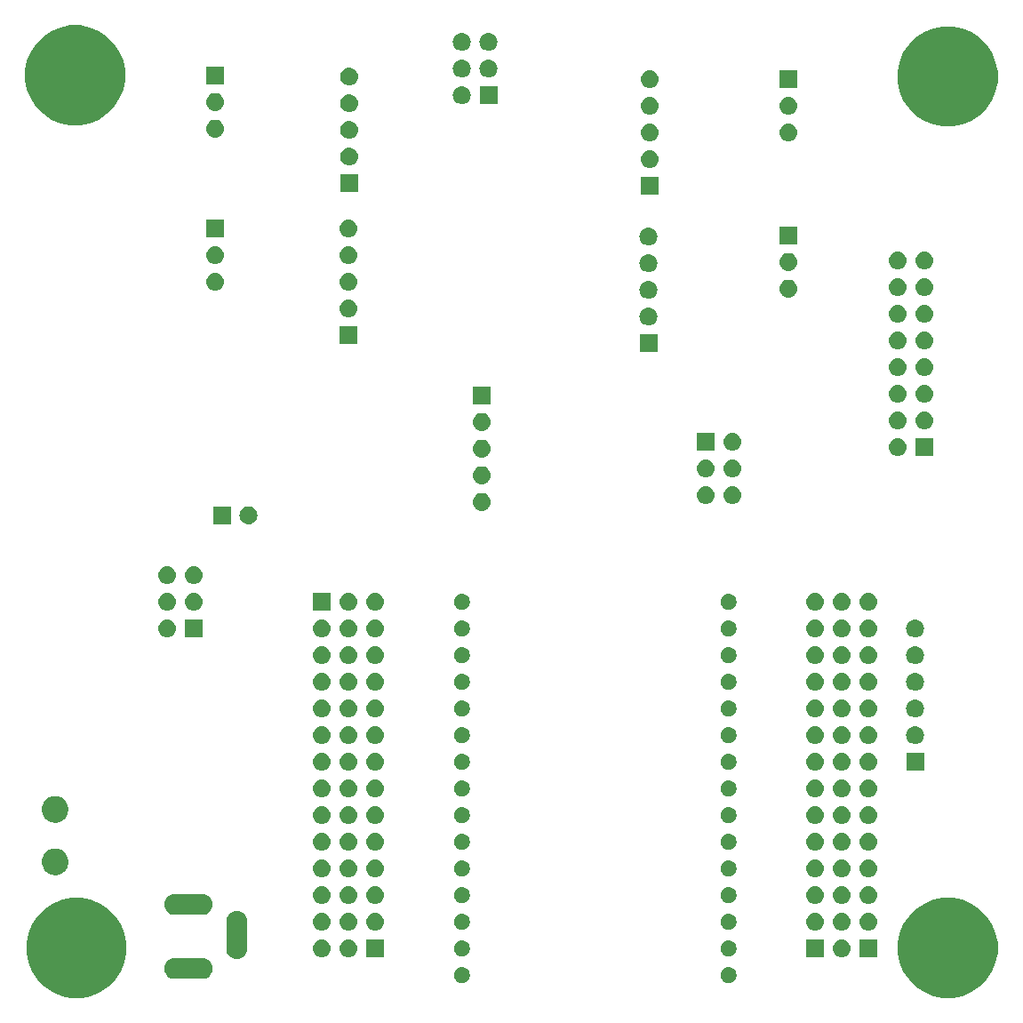
<source format=gbr>
G04 #@! TF.GenerationSoftware,KiCad,Pcbnew,(5.0.2)-1*
G04 #@! TF.CreationDate,2019-08-19T11:27:10-04:00*
G04 #@! TF.ProjectId,ESP32-Hub,45535033-322d-4487-9562-2e6b69636164,2*
G04 #@! TF.SameCoordinates,Original*
G04 #@! TF.FileFunction,Soldermask,Bot*
G04 #@! TF.FilePolarity,Negative*
%FSLAX46Y46*%
G04 Gerber Fmt 4.6, Leading zero omitted, Abs format (unit mm)*
G04 Created by KiCad (PCBNEW (5.0.2)-1) date 8/19/2019 11:27:10 AM*
%MOMM*%
%LPD*%
G01*
G04 APERTURE LIST*
%ADD10C,0.150000*%
G04 APERTURE END LIST*
D10*
G36*
X100389169Y-94420519D02*
X101255889Y-94779526D01*
X102035920Y-95300726D01*
X102699274Y-95964080D01*
X103220474Y-96744111D01*
X103579481Y-97610831D01*
X103762500Y-98530933D01*
X103762500Y-99469067D01*
X103579481Y-100389169D01*
X103220474Y-101255889D01*
X102699274Y-102035920D01*
X102035920Y-102699274D01*
X101255889Y-103220474D01*
X100389169Y-103579481D01*
X99469067Y-103762500D01*
X98530933Y-103762500D01*
X97610831Y-103579481D01*
X96744111Y-103220474D01*
X95964080Y-102699274D01*
X95300726Y-102035920D01*
X94779526Y-101255889D01*
X94420519Y-100389169D01*
X94237500Y-99469067D01*
X94237500Y-98530933D01*
X94420519Y-97610831D01*
X94779526Y-96744111D01*
X95300726Y-95964080D01*
X95964080Y-95300726D01*
X96744111Y-94779526D01*
X97610831Y-94420519D01*
X98530933Y-94237500D01*
X99469067Y-94237500D01*
X100389169Y-94420519D01*
X100389169Y-94420519D01*
G37*
G36*
X17389169Y-94420519D02*
X18255889Y-94779526D01*
X19035920Y-95300726D01*
X19699274Y-95964080D01*
X20220474Y-96744111D01*
X20579481Y-97610831D01*
X20762500Y-98530933D01*
X20762500Y-99469067D01*
X20579481Y-100389169D01*
X20220474Y-101255889D01*
X19699274Y-102035920D01*
X19035920Y-102699274D01*
X18255889Y-103220474D01*
X17389169Y-103579481D01*
X16469067Y-103762500D01*
X15530933Y-103762500D01*
X14610831Y-103579481D01*
X13744111Y-103220474D01*
X12964080Y-102699274D01*
X12300726Y-102035920D01*
X11779526Y-101255889D01*
X11420519Y-100389169D01*
X11237500Y-99469067D01*
X11237500Y-98530933D01*
X11420519Y-97610831D01*
X11779526Y-96744111D01*
X12300726Y-95964080D01*
X12964080Y-95300726D01*
X13744111Y-94779526D01*
X14610831Y-94420519D01*
X15530933Y-94237500D01*
X16469067Y-94237500D01*
X17389169Y-94420519D01*
X17389169Y-94420519D01*
G37*
G36*
X78278195Y-100857522D02*
X78327267Y-100867283D01*
X78465942Y-100924724D01*
X78590750Y-101008118D01*
X78696882Y-101114250D01*
X78780276Y-101239058D01*
X78837717Y-101377734D01*
X78867000Y-101524948D01*
X78867000Y-101675052D01*
X78837717Y-101822266D01*
X78780276Y-101960942D01*
X78696882Y-102085750D01*
X78590750Y-102191882D01*
X78590747Y-102191884D01*
X78465942Y-102275276D01*
X78327267Y-102332717D01*
X78278195Y-102342478D01*
X78180052Y-102362000D01*
X78029948Y-102362000D01*
X77931805Y-102342478D01*
X77882733Y-102332717D01*
X77744058Y-102275276D01*
X77619253Y-102191884D01*
X77619250Y-102191882D01*
X77513118Y-102085750D01*
X77429724Y-101960942D01*
X77372283Y-101822266D01*
X77343000Y-101675052D01*
X77343000Y-101524948D01*
X77372283Y-101377734D01*
X77429724Y-101239058D01*
X77513118Y-101114250D01*
X77619250Y-101008118D01*
X77744058Y-100924724D01*
X77882733Y-100867283D01*
X77931805Y-100857522D01*
X78029948Y-100838000D01*
X78180052Y-100838000D01*
X78278195Y-100857522D01*
X78278195Y-100857522D01*
G37*
G36*
X52878195Y-100857522D02*
X52927267Y-100867283D01*
X53065942Y-100924724D01*
X53190750Y-101008118D01*
X53296882Y-101114250D01*
X53380276Y-101239058D01*
X53437717Y-101377734D01*
X53467000Y-101524948D01*
X53467000Y-101675052D01*
X53437717Y-101822266D01*
X53380276Y-101960942D01*
X53296882Y-102085750D01*
X53190750Y-102191882D01*
X53190747Y-102191884D01*
X53065942Y-102275276D01*
X52927267Y-102332717D01*
X52878195Y-102342478D01*
X52780052Y-102362000D01*
X52629948Y-102362000D01*
X52531805Y-102342478D01*
X52482733Y-102332717D01*
X52344058Y-102275276D01*
X52219253Y-102191884D01*
X52219250Y-102191882D01*
X52113118Y-102085750D01*
X52029724Y-101960942D01*
X51972283Y-101822266D01*
X51943000Y-101675052D01*
X51943000Y-101524948D01*
X51972283Y-101377734D01*
X52029724Y-101239058D01*
X52113118Y-101114250D01*
X52219250Y-101008118D01*
X52344058Y-100924724D01*
X52482733Y-100867283D01*
X52531805Y-100857522D01*
X52629948Y-100838000D01*
X52780052Y-100838000D01*
X52878195Y-100857522D01*
X52878195Y-100857522D01*
G37*
G36*
X28166030Y-99979469D02*
X28166033Y-99979470D01*
X28166034Y-99979470D01*
X28354535Y-100036651D01*
X28354537Y-100036652D01*
X28528260Y-100129509D01*
X28680528Y-100254472D01*
X28805491Y-100406740D01*
X28898348Y-100580463D01*
X28955531Y-100768970D01*
X28974838Y-100965000D01*
X28955531Y-101161030D01*
X28955530Y-101161033D01*
X28955530Y-101161034D01*
X28931862Y-101239058D01*
X28898348Y-101349537D01*
X28805491Y-101523260D01*
X28680528Y-101675528D01*
X28528260Y-101800491D01*
X28528258Y-101800492D01*
X28354535Y-101893349D01*
X28166034Y-101950530D01*
X28166033Y-101950530D01*
X28166030Y-101950531D01*
X28019124Y-101965000D01*
X25320876Y-101965000D01*
X25173970Y-101950531D01*
X25173967Y-101950530D01*
X25173966Y-101950530D01*
X24985465Y-101893349D01*
X24811742Y-101800492D01*
X24811740Y-101800491D01*
X24659472Y-101675528D01*
X24534509Y-101523260D01*
X24441652Y-101349537D01*
X24408139Y-101239058D01*
X24384470Y-101161034D01*
X24384470Y-101161033D01*
X24384469Y-101161030D01*
X24365162Y-100965000D01*
X24384469Y-100768970D01*
X24441652Y-100580463D01*
X24534509Y-100406740D01*
X24659472Y-100254472D01*
X24811740Y-100129509D01*
X24985463Y-100036652D01*
X24985465Y-100036651D01*
X25173966Y-99979470D01*
X25173967Y-99979470D01*
X25173970Y-99979469D01*
X25320876Y-99965000D01*
X28019124Y-99965000D01*
X28166030Y-99979469D01*
X28166030Y-99979469D01*
G37*
G36*
X31466029Y-95479469D02*
X31466032Y-95479470D01*
X31466033Y-95479470D01*
X31654534Y-95536651D01*
X31654536Y-95536652D01*
X31654539Y-95536653D01*
X31828258Y-95629507D01*
X31980528Y-95754472D01*
X32105491Y-95906740D01*
X32198348Y-96080463D01*
X32255531Y-96268970D01*
X32270000Y-96415876D01*
X32270000Y-99114124D01*
X32255531Y-99261030D01*
X32255530Y-99261033D01*
X32255530Y-99261034D01*
X32207023Y-99420942D01*
X32198348Y-99449537D01*
X32105491Y-99623260D01*
X31980528Y-99775528D01*
X31828260Y-99900491D01*
X31828258Y-99900492D01*
X31654535Y-99993349D01*
X31466034Y-100050530D01*
X31466033Y-100050530D01*
X31466030Y-100050531D01*
X31270000Y-100069838D01*
X31073971Y-100050531D01*
X31073968Y-100050530D01*
X31073967Y-100050530D01*
X30885466Y-99993349D01*
X30711743Y-99900492D01*
X30711741Y-99900491D01*
X30559473Y-99775528D01*
X30434510Y-99623260D01*
X30341653Y-99449537D01*
X30332979Y-99420942D01*
X30284471Y-99261034D01*
X30284471Y-99261033D01*
X30284470Y-99261030D01*
X30270001Y-99114124D01*
X30270000Y-96415877D01*
X30284469Y-96268971D01*
X30284470Y-96268967D01*
X30341651Y-96080466D01*
X30341652Y-96080464D01*
X30341653Y-96080461D01*
X30434507Y-95906742D01*
X30559472Y-95754472D01*
X30711740Y-95629509D01*
X30885463Y-95536652D01*
X30885465Y-95536651D01*
X31073966Y-95479470D01*
X31073967Y-95479470D01*
X31073970Y-95479469D01*
X31270000Y-95460162D01*
X31466029Y-95479469D01*
X31466029Y-95479469D01*
G37*
G36*
X39536630Y-98222299D02*
X39696855Y-98270903D01*
X39844520Y-98349831D01*
X39973949Y-98456051D01*
X40080169Y-98585480D01*
X40159097Y-98733145D01*
X40207701Y-98893370D01*
X40224112Y-99060000D01*
X40207701Y-99226630D01*
X40159097Y-99386855D01*
X40080169Y-99534520D01*
X39973949Y-99663949D01*
X39844520Y-99770169D01*
X39696855Y-99849097D01*
X39536630Y-99897701D01*
X39411752Y-99910000D01*
X39328248Y-99910000D01*
X39203370Y-99897701D01*
X39043145Y-99849097D01*
X38895480Y-99770169D01*
X38766051Y-99663949D01*
X38659831Y-99534520D01*
X38580903Y-99386855D01*
X38532299Y-99226630D01*
X38515888Y-99060000D01*
X38532299Y-98893370D01*
X38580903Y-98733145D01*
X38659831Y-98585480D01*
X38766051Y-98456051D01*
X38895480Y-98349831D01*
X39043145Y-98270903D01*
X39203370Y-98222299D01*
X39328248Y-98210000D01*
X39411752Y-98210000D01*
X39536630Y-98222299D01*
X39536630Y-98222299D01*
G37*
G36*
X92290000Y-99910000D02*
X90590000Y-99910000D01*
X90590000Y-98210000D01*
X92290000Y-98210000D01*
X92290000Y-99910000D01*
X92290000Y-99910000D01*
G37*
G36*
X45300000Y-99910000D02*
X43600000Y-99910000D01*
X43600000Y-98210000D01*
X45300000Y-98210000D01*
X45300000Y-99910000D01*
X45300000Y-99910000D01*
G37*
G36*
X87210000Y-99910000D02*
X85510000Y-99910000D01*
X85510000Y-98210000D01*
X87210000Y-98210000D01*
X87210000Y-99910000D01*
X87210000Y-99910000D01*
G37*
G36*
X89066630Y-98222299D02*
X89226855Y-98270903D01*
X89374520Y-98349831D01*
X89503949Y-98456051D01*
X89610169Y-98585480D01*
X89689097Y-98733145D01*
X89737701Y-98893370D01*
X89754112Y-99060000D01*
X89737701Y-99226630D01*
X89689097Y-99386855D01*
X89610169Y-99534520D01*
X89503949Y-99663949D01*
X89374520Y-99770169D01*
X89226855Y-99849097D01*
X89066630Y-99897701D01*
X88941752Y-99910000D01*
X88858248Y-99910000D01*
X88733370Y-99897701D01*
X88573145Y-99849097D01*
X88425480Y-99770169D01*
X88296051Y-99663949D01*
X88189831Y-99534520D01*
X88110903Y-99386855D01*
X88062299Y-99226630D01*
X88045888Y-99060000D01*
X88062299Y-98893370D01*
X88110903Y-98733145D01*
X88189831Y-98585480D01*
X88296051Y-98456051D01*
X88425480Y-98349831D01*
X88573145Y-98270903D01*
X88733370Y-98222299D01*
X88858248Y-98210000D01*
X88941752Y-98210000D01*
X89066630Y-98222299D01*
X89066630Y-98222299D01*
G37*
G36*
X42076630Y-98222299D02*
X42236855Y-98270903D01*
X42384520Y-98349831D01*
X42513949Y-98456051D01*
X42620169Y-98585480D01*
X42699097Y-98733145D01*
X42747701Y-98893370D01*
X42764112Y-99060000D01*
X42747701Y-99226630D01*
X42699097Y-99386855D01*
X42620169Y-99534520D01*
X42513949Y-99663949D01*
X42384520Y-99770169D01*
X42236855Y-99849097D01*
X42076630Y-99897701D01*
X41951752Y-99910000D01*
X41868248Y-99910000D01*
X41743370Y-99897701D01*
X41583145Y-99849097D01*
X41435480Y-99770169D01*
X41306051Y-99663949D01*
X41199831Y-99534520D01*
X41120903Y-99386855D01*
X41072299Y-99226630D01*
X41055888Y-99060000D01*
X41072299Y-98893370D01*
X41120903Y-98733145D01*
X41199831Y-98585480D01*
X41306051Y-98456051D01*
X41435480Y-98349831D01*
X41583145Y-98270903D01*
X41743370Y-98222299D01*
X41868248Y-98210000D01*
X41951752Y-98210000D01*
X42076630Y-98222299D01*
X42076630Y-98222299D01*
G37*
G36*
X52878195Y-98317522D02*
X52927267Y-98327283D01*
X52981705Y-98349832D01*
X53065942Y-98384724D01*
X53190750Y-98468118D01*
X53296882Y-98574250D01*
X53380276Y-98699058D01*
X53437717Y-98837734D01*
X53467000Y-98984948D01*
X53467000Y-99135052D01*
X53437717Y-99282266D01*
X53380276Y-99420942D01*
X53296882Y-99545750D01*
X53190750Y-99651882D01*
X53190747Y-99651884D01*
X53065942Y-99735276D01*
X52927267Y-99792717D01*
X52878195Y-99802478D01*
X52780052Y-99822000D01*
X52629948Y-99822000D01*
X52531805Y-99802478D01*
X52482733Y-99792717D01*
X52344058Y-99735276D01*
X52219253Y-99651884D01*
X52219250Y-99651882D01*
X52113118Y-99545750D01*
X52029724Y-99420942D01*
X51972283Y-99282266D01*
X51943000Y-99135052D01*
X51943000Y-98984948D01*
X51972283Y-98837734D01*
X52029724Y-98699058D01*
X52113118Y-98574250D01*
X52219250Y-98468118D01*
X52344058Y-98384724D01*
X52428295Y-98349832D01*
X52482733Y-98327283D01*
X52531805Y-98317522D01*
X52629948Y-98298000D01*
X52780052Y-98298000D01*
X52878195Y-98317522D01*
X52878195Y-98317522D01*
G37*
G36*
X78278195Y-98317522D02*
X78327267Y-98327283D01*
X78381705Y-98349832D01*
X78465942Y-98384724D01*
X78590750Y-98468118D01*
X78696882Y-98574250D01*
X78780276Y-98699058D01*
X78837717Y-98837734D01*
X78867000Y-98984948D01*
X78867000Y-99135052D01*
X78837717Y-99282266D01*
X78780276Y-99420942D01*
X78696882Y-99545750D01*
X78590750Y-99651882D01*
X78590747Y-99651884D01*
X78465942Y-99735276D01*
X78327267Y-99792717D01*
X78278195Y-99802478D01*
X78180052Y-99822000D01*
X78029948Y-99822000D01*
X77931805Y-99802478D01*
X77882733Y-99792717D01*
X77744058Y-99735276D01*
X77619253Y-99651884D01*
X77619250Y-99651882D01*
X77513118Y-99545750D01*
X77429724Y-99420942D01*
X77372283Y-99282266D01*
X77343000Y-99135052D01*
X77343000Y-98984948D01*
X77372283Y-98837734D01*
X77429724Y-98699058D01*
X77513118Y-98574250D01*
X77619250Y-98468118D01*
X77744058Y-98384724D01*
X77828295Y-98349832D01*
X77882733Y-98327283D01*
X77931805Y-98317522D01*
X78029948Y-98298000D01*
X78180052Y-98298000D01*
X78278195Y-98317522D01*
X78278195Y-98317522D01*
G37*
G36*
X91606630Y-95682299D02*
X91766855Y-95730903D01*
X91914520Y-95809831D01*
X92043949Y-95916051D01*
X92150169Y-96045480D01*
X92229097Y-96193145D01*
X92277701Y-96353370D01*
X92294112Y-96520000D01*
X92277701Y-96686630D01*
X92229097Y-96846855D01*
X92150169Y-96994520D01*
X92043949Y-97123949D01*
X91914520Y-97230169D01*
X91766855Y-97309097D01*
X91606630Y-97357701D01*
X91481752Y-97370000D01*
X91398248Y-97370000D01*
X91273370Y-97357701D01*
X91113145Y-97309097D01*
X90965480Y-97230169D01*
X90836051Y-97123949D01*
X90729831Y-96994520D01*
X90650903Y-96846855D01*
X90602299Y-96686630D01*
X90585888Y-96520000D01*
X90602299Y-96353370D01*
X90650903Y-96193145D01*
X90729831Y-96045480D01*
X90836051Y-95916051D01*
X90965480Y-95809831D01*
X91113145Y-95730903D01*
X91273370Y-95682299D01*
X91398248Y-95670000D01*
X91481752Y-95670000D01*
X91606630Y-95682299D01*
X91606630Y-95682299D01*
G37*
G36*
X39536630Y-95682299D02*
X39696855Y-95730903D01*
X39844520Y-95809831D01*
X39973949Y-95916051D01*
X40080169Y-96045480D01*
X40159097Y-96193145D01*
X40207701Y-96353370D01*
X40224112Y-96520000D01*
X40207701Y-96686630D01*
X40159097Y-96846855D01*
X40080169Y-96994520D01*
X39973949Y-97123949D01*
X39844520Y-97230169D01*
X39696855Y-97309097D01*
X39536630Y-97357701D01*
X39411752Y-97370000D01*
X39328248Y-97370000D01*
X39203370Y-97357701D01*
X39043145Y-97309097D01*
X38895480Y-97230169D01*
X38766051Y-97123949D01*
X38659831Y-96994520D01*
X38580903Y-96846855D01*
X38532299Y-96686630D01*
X38515888Y-96520000D01*
X38532299Y-96353370D01*
X38580903Y-96193145D01*
X38659831Y-96045480D01*
X38766051Y-95916051D01*
X38895480Y-95809831D01*
X39043145Y-95730903D01*
X39203370Y-95682299D01*
X39328248Y-95670000D01*
X39411752Y-95670000D01*
X39536630Y-95682299D01*
X39536630Y-95682299D01*
G37*
G36*
X42076630Y-95682299D02*
X42236855Y-95730903D01*
X42384520Y-95809831D01*
X42513949Y-95916051D01*
X42620169Y-96045480D01*
X42699097Y-96193145D01*
X42747701Y-96353370D01*
X42764112Y-96520000D01*
X42747701Y-96686630D01*
X42699097Y-96846855D01*
X42620169Y-96994520D01*
X42513949Y-97123949D01*
X42384520Y-97230169D01*
X42236855Y-97309097D01*
X42076630Y-97357701D01*
X41951752Y-97370000D01*
X41868248Y-97370000D01*
X41743370Y-97357701D01*
X41583145Y-97309097D01*
X41435480Y-97230169D01*
X41306051Y-97123949D01*
X41199831Y-96994520D01*
X41120903Y-96846855D01*
X41072299Y-96686630D01*
X41055888Y-96520000D01*
X41072299Y-96353370D01*
X41120903Y-96193145D01*
X41199831Y-96045480D01*
X41306051Y-95916051D01*
X41435480Y-95809831D01*
X41583145Y-95730903D01*
X41743370Y-95682299D01*
X41868248Y-95670000D01*
X41951752Y-95670000D01*
X42076630Y-95682299D01*
X42076630Y-95682299D01*
G37*
G36*
X89066630Y-95682299D02*
X89226855Y-95730903D01*
X89374520Y-95809831D01*
X89503949Y-95916051D01*
X89610169Y-96045480D01*
X89689097Y-96193145D01*
X89737701Y-96353370D01*
X89754112Y-96520000D01*
X89737701Y-96686630D01*
X89689097Y-96846855D01*
X89610169Y-96994520D01*
X89503949Y-97123949D01*
X89374520Y-97230169D01*
X89226855Y-97309097D01*
X89066630Y-97357701D01*
X88941752Y-97370000D01*
X88858248Y-97370000D01*
X88733370Y-97357701D01*
X88573145Y-97309097D01*
X88425480Y-97230169D01*
X88296051Y-97123949D01*
X88189831Y-96994520D01*
X88110903Y-96846855D01*
X88062299Y-96686630D01*
X88045888Y-96520000D01*
X88062299Y-96353370D01*
X88110903Y-96193145D01*
X88189831Y-96045480D01*
X88296051Y-95916051D01*
X88425480Y-95809831D01*
X88573145Y-95730903D01*
X88733370Y-95682299D01*
X88858248Y-95670000D01*
X88941752Y-95670000D01*
X89066630Y-95682299D01*
X89066630Y-95682299D01*
G37*
G36*
X44616630Y-95682299D02*
X44776855Y-95730903D01*
X44924520Y-95809831D01*
X45053949Y-95916051D01*
X45160169Y-96045480D01*
X45239097Y-96193145D01*
X45287701Y-96353370D01*
X45304112Y-96520000D01*
X45287701Y-96686630D01*
X45239097Y-96846855D01*
X45160169Y-96994520D01*
X45053949Y-97123949D01*
X44924520Y-97230169D01*
X44776855Y-97309097D01*
X44616630Y-97357701D01*
X44491752Y-97370000D01*
X44408248Y-97370000D01*
X44283370Y-97357701D01*
X44123145Y-97309097D01*
X43975480Y-97230169D01*
X43846051Y-97123949D01*
X43739831Y-96994520D01*
X43660903Y-96846855D01*
X43612299Y-96686630D01*
X43595888Y-96520000D01*
X43612299Y-96353370D01*
X43660903Y-96193145D01*
X43739831Y-96045480D01*
X43846051Y-95916051D01*
X43975480Y-95809831D01*
X44123145Y-95730903D01*
X44283370Y-95682299D01*
X44408248Y-95670000D01*
X44491752Y-95670000D01*
X44616630Y-95682299D01*
X44616630Y-95682299D01*
G37*
G36*
X86526630Y-95682299D02*
X86686855Y-95730903D01*
X86834520Y-95809831D01*
X86963949Y-95916051D01*
X87070169Y-96045480D01*
X87149097Y-96193145D01*
X87197701Y-96353370D01*
X87214112Y-96520000D01*
X87197701Y-96686630D01*
X87149097Y-96846855D01*
X87070169Y-96994520D01*
X86963949Y-97123949D01*
X86834520Y-97230169D01*
X86686855Y-97309097D01*
X86526630Y-97357701D01*
X86401752Y-97370000D01*
X86318248Y-97370000D01*
X86193370Y-97357701D01*
X86033145Y-97309097D01*
X85885480Y-97230169D01*
X85756051Y-97123949D01*
X85649831Y-96994520D01*
X85570903Y-96846855D01*
X85522299Y-96686630D01*
X85505888Y-96520000D01*
X85522299Y-96353370D01*
X85570903Y-96193145D01*
X85649831Y-96045480D01*
X85756051Y-95916051D01*
X85885480Y-95809831D01*
X86033145Y-95730903D01*
X86193370Y-95682299D01*
X86318248Y-95670000D01*
X86401752Y-95670000D01*
X86526630Y-95682299D01*
X86526630Y-95682299D01*
G37*
G36*
X78278195Y-95777522D02*
X78327267Y-95787283D01*
X78381705Y-95809832D01*
X78465942Y-95844724D01*
X78590750Y-95928118D01*
X78696882Y-96034250D01*
X78696884Y-96034253D01*
X78780276Y-96159058D01*
X78837717Y-96297733D01*
X78867000Y-96444950D01*
X78867000Y-96595050D01*
X78837717Y-96742267D01*
X78836953Y-96744111D01*
X78780276Y-96880942D01*
X78696882Y-97005750D01*
X78590750Y-97111882D01*
X78590747Y-97111884D01*
X78465942Y-97195276D01*
X78327267Y-97252717D01*
X78278195Y-97262478D01*
X78180052Y-97282000D01*
X78029948Y-97282000D01*
X77931805Y-97262478D01*
X77882733Y-97252717D01*
X77744058Y-97195276D01*
X77619253Y-97111884D01*
X77619250Y-97111882D01*
X77513118Y-97005750D01*
X77429724Y-96880942D01*
X77373047Y-96744111D01*
X77372283Y-96742267D01*
X77343000Y-96595050D01*
X77343000Y-96444950D01*
X77372283Y-96297733D01*
X77429724Y-96159058D01*
X77513116Y-96034253D01*
X77513118Y-96034250D01*
X77619250Y-95928118D01*
X77744058Y-95844724D01*
X77828295Y-95809832D01*
X77882733Y-95787283D01*
X77931805Y-95777522D01*
X78029948Y-95758000D01*
X78180052Y-95758000D01*
X78278195Y-95777522D01*
X78278195Y-95777522D01*
G37*
G36*
X52878195Y-95777522D02*
X52927267Y-95787283D01*
X52981705Y-95809832D01*
X53065942Y-95844724D01*
X53190750Y-95928118D01*
X53296882Y-96034250D01*
X53296884Y-96034253D01*
X53380276Y-96159058D01*
X53437717Y-96297733D01*
X53467000Y-96444950D01*
X53467000Y-96595050D01*
X53437717Y-96742267D01*
X53436953Y-96744111D01*
X53380276Y-96880942D01*
X53296882Y-97005750D01*
X53190750Y-97111882D01*
X53190747Y-97111884D01*
X53065942Y-97195276D01*
X52927267Y-97252717D01*
X52878195Y-97262478D01*
X52780052Y-97282000D01*
X52629948Y-97282000D01*
X52531805Y-97262478D01*
X52482733Y-97252717D01*
X52344058Y-97195276D01*
X52219253Y-97111884D01*
X52219250Y-97111882D01*
X52113118Y-97005750D01*
X52029724Y-96880942D01*
X51973047Y-96744111D01*
X51972283Y-96742267D01*
X51943000Y-96595050D01*
X51943000Y-96444950D01*
X51972283Y-96297733D01*
X52029724Y-96159058D01*
X52113116Y-96034253D01*
X52113118Y-96034250D01*
X52219250Y-95928118D01*
X52344058Y-95844724D01*
X52428295Y-95809832D01*
X52482733Y-95787283D01*
X52531805Y-95777522D01*
X52629948Y-95758000D01*
X52780052Y-95758000D01*
X52878195Y-95777522D01*
X52878195Y-95777522D01*
G37*
G36*
X28166030Y-93879469D02*
X28166033Y-93879470D01*
X28166034Y-93879470D01*
X28354535Y-93936651D01*
X28354537Y-93936652D01*
X28528260Y-94029509D01*
X28680528Y-94154472D01*
X28805491Y-94306740D01*
X28805492Y-94306742D01*
X28898349Y-94480465D01*
X28929740Y-94583948D01*
X28955531Y-94668970D01*
X28974838Y-94865000D01*
X28955531Y-95061030D01*
X28898348Y-95249537D01*
X28805491Y-95423260D01*
X28680528Y-95575528D01*
X28528260Y-95700491D01*
X28528258Y-95700492D01*
X28354535Y-95793349D01*
X28166034Y-95850530D01*
X28166033Y-95850530D01*
X28166030Y-95850531D01*
X28019124Y-95865000D01*
X25320876Y-95865000D01*
X25173970Y-95850531D01*
X25173967Y-95850530D01*
X25173966Y-95850530D01*
X24985465Y-95793349D01*
X24811742Y-95700492D01*
X24811740Y-95700491D01*
X24659472Y-95575528D01*
X24534509Y-95423260D01*
X24441652Y-95249537D01*
X24384469Y-95061030D01*
X24365162Y-94865000D01*
X24384469Y-94668970D01*
X24410260Y-94583948D01*
X24441651Y-94480465D01*
X24534508Y-94306742D01*
X24534509Y-94306740D01*
X24659472Y-94154472D01*
X24811740Y-94029509D01*
X24985463Y-93936652D01*
X24985465Y-93936651D01*
X25173966Y-93879470D01*
X25173967Y-93879470D01*
X25173970Y-93879469D01*
X25320876Y-93865000D01*
X28019124Y-93865000D01*
X28166030Y-93879469D01*
X28166030Y-93879469D01*
G37*
G36*
X44616630Y-93142299D02*
X44776855Y-93190903D01*
X44924520Y-93269831D01*
X45053949Y-93376051D01*
X45160169Y-93505480D01*
X45239097Y-93653145D01*
X45287701Y-93813370D01*
X45304112Y-93980000D01*
X45287701Y-94146630D01*
X45239097Y-94306855D01*
X45160169Y-94454520D01*
X45053949Y-94583949D01*
X44924520Y-94690169D01*
X44776855Y-94769097D01*
X44616630Y-94817701D01*
X44491752Y-94830000D01*
X44408248Y-94830000D01*
X44283370Y-94817701D01*
X44123145Y-94769097D01*
X43975480Y-94690169D01*
X43846051Y-94583949D01*
X43739831Y-94454520D01*
X43660903Y-94306855D01*
X43612299Y-94146630D01*
X43595888Y-93980000D01*
X43612299Y-93813370D01*
X43660903Y-93653145D01*
X43739831Y-93505480D01*
X43846051Y-93376051D01*
X43975480Y-93269831D01*
X44123145Y-93190903D01*
X44283370Y-93142299D01*
X44408248Y-93130000D01*
X44491752Y-93130000D01*
X44616630Y-93142299D01*
X44616630Y-93142299D01*
G37*
G36*
X42076630Y-93142299D02*
X42236855Y-93190903D01*
X42384520Y-93269831D01*
X42513949Y-93376051D01*
X42620169Y-93505480D01*
X42699097Y-93653145D01*
X42747701Y-93813370D01*
X42764112Y-93980000D01*
X42747701Y-94146630D01*
X42699097Y-94306855D01*
X42620169Y-94454520D01*
X42513949Y-94583949D01*
X42384520Y-94690169D01*
X42236855Y-94769097D01*
X42076630Y-94817701D01*
X41951752Y-94830000D01*
X41868248Y-94830000D01*
X41743370Y-94817701D01*
X41583145Y-94769097D01*
X41435480Y-94690169D01*
X41306051Y-94583949D01*
X41199831Y-94454520D01*
X41120903Y-94306855D01*
X41072299Y-94146630D01*
X41055888Y-93980000D01*
X41072299Y-93813370D01*
X41120903Y-93653145D01*
X41199831Y-93505480D01*
X41306051Y-93376051D01*
X41435480Y-93269831D01*
X41583145Y-93190903D01*
X41743370Y-93142299D01*
X41868248Y-93130000D01*
X41951752Y-93130000D01*
X42076630Y-93142299D01*
X42076630Y-93142299D01*
G37*
G36*
X91606630Y-93142299D02*
X91766855Y-93190903D01*
X91914520Y-93269831D01*
X92043949Y-93376051D01*
X92150169Y-93505480D01*
X92229097Y-93653145D01*
X92277701Y-93813370D01*
X92294112Y-93980000D01*
X92277701Y-94146630D01*
X92229097Y-94306855D01*
X92150169Y-94454520D01*
X92043949Y-94583949D01*
X91914520Y-94690169D01*
X91766855Y-94769097D01*
X91606630Y-94817701D01*
X91481752Y-94830000D01*
X91398248Y-94830000D01*
X91273370Y-94817701D01*
X91113145Y-94769097D01*
X90965480Y-94690169D01*
X90836051Y-94583949D01*
X90729831Y-94454520D01*
X90650903Y-94306855D01*
X90602299Y-94146630D01*
X90585888Y-93980000D01*
X90602299Y-93813370D01*
X90650903Y-93653145D01*
X90729831Y-93505480D01*
X90836051Y-93376051D01*
X90965480Y-93269831D01*
X91113145Y-93190903D01*
X91273370Y-93142299D01*
X91398248Y-93130000D01*
X91481752Y-93130000D01*
X91606630Y-93142299D01*
X91606630Y-93142299D01*
G37*
G36*
X89066630Y-93142299D02*
X89226855Y-93190903D01*
X89374520Y-93269831D01*
X89503949Y-93376051D01*
X89610169Y-93505480D01*
X89689097Y-93653145D01*
X89737701Y-93813370D01*
X89754112Y-93980000D01*
X89737701Y-94146630D01*
X89689097Y-94306855D01*
X89610169Y-94454520D01*
X89503949Y-94583949D01*
X89374520Y-94690169D01*
X89226855Y-94769097D01*
X89066630Y-94817701D01*
X88941752Y-94830000D01*
X88858248Y-94830000D01*
X88733370Y-94817701D01*
X88573145Y-94769097D01*
X88425480Y-94690169D01*
X88296051Y-94583949D01*
X88189831Y-94454520D01*
X88110903Y-94306855D01*
X88062299Y-94146630D01*
X88045888Y-93980000D01*
X88062299Y-93813370D01*
X88110903Y-93653145D01*
X88189831Y-93505480D01*
X88296051Y-93376051D01*
X88425480Y-93269831D01*
X88573145Y-93190903D01*
X88733370Y-93142299D01*
X88858248Y-93130000D01*
X88941752Y-93130000D01*
X89066630Y-93142299D01*
X89066630Y-93142299D01*
G37*
G36*
X86526630Y-93142299D02*
X86686855Y-93190903D01*
X86834520Y-93269831D01*
X86963949Y-93376051D01*
X87070169Y-93505480D01*
X87149097Y-93653145D01*
X87197701Y-93813370D01*
X87214112Y-93980000D01*
X87197701Y-94146630D01*
X87149097Y-94306855D01*
X87070169Y-94454520D01*
X86963949Y-94583949D01*
X86834520Y-94690169D01*
X86686855Y-94769097D01*
X86526630Y-94817701D01*
X86401752Y-94830000D01*
X86318248Y-94830000D01*
X86193370Y-94817701D01*
X86033145Y-94769097D01*
X85885480Y-94690169D01*
X85756051Y-94583949D01*
X85649831Y-94454520D01*
X85570903Y-94306855D01*
X85522299Y-94146630D01*
X85505888Y-93980000D01*
X85522299Y-93813370D01*
X85570903Y-93653145D01*
X85649831Y-93505480D01*
X85756051Y-93376051D01*
X85885480Y-93269831D01*
X86033145Y-93190903D01*
X86193370Y-93142299D01*
X86318248Y-93130000D01*
X86401752Y-93130000D01*
X86526630Y-93142299D01*
X86526630Y-93142299D01*
G37*
G36*
X39536630Y-93142299D02*
X39696855Y-93190903D01*
X39844520Y-93269831D01*
X39973949Y-93376051D01*
X40080169Y-93505480D01*
X40159097Y-93653145D01*
X40207701Y-93813370D01*
X40224112Y-93980000D01*
X40207701Y-94146630D01*
X40159097Y-94306855D01*
X40080169Y-94454520D01*
X39973949Y-94583949D01*
X39844520Y-94690169D01*
X39696855Y-94769097D01*
X39536630Y-94817701D01*
X39411752Y-94830000D01*
X39328248Y-94830000D01*
X39203370Y-94817701D01*
X39043145Y-94769097D01*
X38895480Y-94690169D01*
X38766051Y-94583949D01*
X38659831Y-94454520D01*
X38580903Y-94306855D01*
X38532299Y-94146630D01*
X38515888Y-93980000D01*
X38532299Y-93813370D01*
X38580903Y-93653145D01*
X38659831Y-93505480D01*
X38766051Y-93376051D01*
X38895480Y-93269831D01*
X39043145Y-93190903D01*
X39203370Y-93142299D01*
X39328248Y-93130000D01*
X39411752Y-93130000D01*
X39536630Y-93142299D01*
X39536630Y-93142299D01*
G37*
G36*
X52878195Y-93237522D02*
X52927267Y-93247283D01*
X52981705Y-93269832D01*
X53065942Y-93304724D01*
X53190750Y-93388118D01*
X53296882Y-93494250D01*
X53380276Y-93619058D01*
X53437717Y-93757734D01*
X53467000Y-93904948D01*
X53467000Y-94055052D01*
X53437717Y-94202266D01*
X53380276Y-94340942D01*
X53296882Y-94465750D01*
X53190750Y-94571882D01*
X53190747Y-94571884D01*
X53065942Y-94655276D01*
X52927267Y-94712717D01*
X52878195Y-94722478D01*
X52780052Y-94742000D01*
X52629948Y-94742000D01*
X52531805Y-94722478D01*
X52482733Y-94712717D01*
X52344058Y-94655276D01*
X52219253Y-94571884D01*
X52219250Y-94571882D01*
X52113118Y-94465750D01*
X52029724Y-94340942D01*
X51972283Y-94202266D01*
X51943000Y-94055052D01*
X51943000Y-93904948D01*
X51972283Y-93757734D01*
X52029724Y-93619058D01*
X52113118Y-93494250D01*
X52219250Y-93388118D01*
X52344058Y-93304724D01*
X52428295Y-93269832D01*
X52482733Y-93247283D01*
X52531805Y-93237522D01*
X52629948Y-93218000D01*
X52780052Y-93218000D01*
X52878195Y-93237522D01*
X52878195Y-93237522D01*
G37*
G36*
X78278195Y-93237522D02*
X78327267Y-93247283D01*
X78381705Y-93269832D01*
X78465942Y-93304724D01*
X78590750Y-93388118D01*
X78696882Y-93494250D01*
X78780276Y-93619058D01*
X78837717Y-93757734D01*
X78867000Y-93904948D01*
X78867000Y-94055052D01*
X78837717Y-94202266D01*
X78780276Y-94340942D01*
X78696882Y-94465750D01*
X78590750Y-94571882D01*
X78590747Y-94571884D01*
X78465942Y-94655276D01*
X78327267Y-94712717D01*
X78278195Y-94722478D01*
X78180052Y-94742000D01*
X78029948Y-94742000D01*
X77931805Y-94722478D01*
X77882733Y-94712717D01*
X77744058Y-94655276D01*
X77619253Y-94571884D01*
X77619250Y-94571882D01*
X77513118Y-94465750D01*
X77429724Y-94340942D01*
X77372283Y-94202266D01*
X77343000Y-94055052D01*
X77343000Y-93904948D01*
X77372283Y-93757734D01*
X77429724Y-93619058D01*
X77513118Y-93494250D01*
X77619250Y-93388118D01*
X77744058Y-93304724D01*
X77828295Y-93269832D01*
X77882733Y-93247283D01*
X77931805Y-93237522D01*
X78029948Y-93218000D01*
X78180052Y-93218000D01*
X78278195Y-93237522D01*
X78278195Y-93237522D01*
G37*
G36*
X86526630Y-90602299D02*
X86686855Y-90650903D01*
X86834520Y-90729831D01*
X86963949Y-90836051D01*
X87070169Y-90965480D01*
X87149097Y-91113145D01*
X87197701Y-91273370D01*
X87214112Y-91440000D01*
X87197701Y-91606630D01*
X87149097Y-91766855D01*
X87070169Y-91914520D01*
X86963949Y-92043949D01*
X86834520Y-92150169D01*
X86686855Y-92229097D01*
X86526630Y-92277701D01*
X86401752Y-92290000D01*
X86318248Y-92290000D01*
X86193370Y-92277701D01*
X86033145Y-92229097D01*
X85885480Y-92150169D01*
X85756051Y-92043949D01*
X85649831Y-91914520D01*
X85570903Y-91766855D01*
X85522299Y-91606630D01*
X85505888Y-91440000D01*
X85522299Y-91273370D01*
X85570903Y-91113145D01*
X85649831Y-90965480D01*
X85756051Y-90836051D01*
X85885480Y-90729831D01*
X86033145Y-90650903D01*
X86193370Y-90602299D01*
X86318248Y-90590000D01*
X86401752Y-90590000D01*
X86526630Y-90602299D01*
X86526630Y-90602299D01*
G37*
G36*
X91606630Y-90602299D02*
X91766855Y-90650903D01*
X91914520Y-90729831D01*
X92043949Y-90836051D01*
X92150169Y-90965480D01*
X92229097Y-91113145D01*
X92277701Y-91273370D01*
X92294112Y-91440000D01*
X92277701Y-91606630D01*
X92229097Y-91766855D01*
X92150169Y-91914520D01*
X92043949Y-92043949D01*
X91914520Y-92150169D01*
X91766855Y-92229097D01*
X91606630Y-92277701D01*
X91481752Y-92290000D01*
X91398248Y-92290000D01*
X91273370Y-92277701D01*
X91113145Y-92229097D01*
X90965480Y-92150169D01*
X90836051Y-92043949D01*
X90729831Y-91914520D01*
X90650903Y-91766855D01*
X90602299Y-91606630D01*
X90585888Y-91440000D01*
X90602299Y-91273370D01*
X90650903Y-91113145D01*
X90729831Y-90965480D01*
X90836051Y-90836051D01*
X90965480Y-90729831D01*
X91113145Y-90650903D01*
X91273370Y-90602299D01*
X91398248Y-90590000D01*
X91481752Y-90590000D01*
X91606630Y-90602299D01*
X91606630Y-90602299D01*
G37*
G36*
X89066630Y-90602299D02*
X89226855Y-90650903D01*
X89374520Y-90729831D01*
X89503949Y-90836051D01*
X89610169Y-90965480D01*
X89689097Y-91113145D01*
X89737701Y-91273370D01*
X89754112Y-91440000D01*
X89737701Y-91606630D01*
X89689097Y-91766855D01*
X89610169Y-91914520D01*
X89503949Y-92043949D01*
X89374520Y-92150169D01*
X89226855Y-92229097D01*
X89066630Y-92277701D01*
X88941752Y-92290000D01*
X88858248Y-92290000D01*
X88733370Y-92277701D01*
X88573145Y-92229097D01*
X88425480Y-92150169D01*
X88296051Y-92043949D01*
X88189831Y-91914520D01*
X88110903Y-91766855D01*
X88062299Y-91606630D01*
X88045888Y-91440000D01*
X88062299Y-91273370D01*
X88110903Y-91113145D01*
X88189831Y-90965480D01*
X88296051Y-90836051D01*
X88425480Y-90729831D01*
X88573145Y-90650903D01*
X88733370Y-90602299D01*
X88858248Y-90590000D01*
X88941752Y-90590000D01*
X89066630Y-90602299D01*
X89066630Y-90602299D01*
G37*
G36*
X39536630Y-90602299D02*
X39696855Y-90650903D01*
X39844520Y-90729831D01*
X39973949Y-90836051D01*
X40080169Y-90965480D01*
X40159097Y-91113145D01*
X40207701Y-91273370D01*
X40224112Y-91440000D01*
X40207701Y-91606630D01*
X40159097Y-91766855D01*
X40080169Y-91914520D01*
X39973949Y-92043949D01*
X39844520Y-92150169D01*
X39696855Y-92229097D01*
X39536630Y-92277701D01*
X39411752Y-92290000D01*
X39328248Y-92290000D01*
X39203370Y-92277701D01*
X39043145Y-92229097D01*
X38895480Y-92150169D01*
X38766051Y-92043949D01*
X38659831Y-91914520D01*
X38580903Y-91766855D01*
X38532299Y-91606630D01*
X38515888Y-91440000D01*
X38532299Y-91273370D01*
X38580903Y-91113145D01*
X38659831Y-90965480D01*
X38766051Y-90836051D01*
X38895480Y-90729831D01*
X39043145Y-90650903D01*
X39203370Y-90602299D01*
X39328248Y-90590000D01*
X39411752Y-90590000D01*
X39536630Y-90602299D01*
X39536630Y-90602299D01*
G37*
G36*
X42076630Y-90602299D02*
X42236855Y-90650903D01*
X42384520Y-90729831D01*
X42513949Y-90836051D01*
X42620169Y-90965480D01*
X42699097Y-91113145D01*
X42747701Y-91273370D01*
X42764112Y-91440000D01*
X42747701Y-91606630D01*
X42699097Y-91766855D01*
X42620169Y-91914520D01*
X42513949Y-92043949D01*
X42384520Y-92150169D01*
X42236855Y-92229097D01*
X42076630Y-92277701D01*
X41951752Y-92290000D01*
X41868248Y-92290000D01*
X41743370Y-92277701D01*
X41583145Y-92229097D01*
X41435480Y-92150169D01*
X41306051Y-92043949D01*
X41199831Y-91914520D01*
X41120903Y-91766855D01*
X41072299Y-91606630D01*
X41055888Y-91440000D01*
X41072299Y-91273370D01*
X41120903Y-91113145D01*
X41199831Y-90965480D01*
X41306051Y-90836051D01*
X41435480Y-90729831D01*
X41583145Y-90650903D01*
X41743370Y-90602299D01*
X41868248Y-90590000D01*
X41951752Y-90590000D01*
X42076630Y-90602299D01*
X42076630Y-90602299D01*
G37*
G36*
X44616630Y-90602299D02*
X44776855Y-90650903D01*
X44924520Y-90729831D01*
X45053949Y-90836051D01*
X45160169Y-90965480D01*
X45239097Y-91113145D01*
X45287701Y-91273370D01*
X45304112Y-91440000D01*
X45287701Y-91606630D01*
X45239097Y-91766855D01*
X45160169Y-91914520D01*
X45053949Y-92043949D01*
X44924520Y-92150169D01*
X44776855Y-92229097D01*
X44616630Y-92277701D01*
X44491752Y-92290000D01*
X44408248Y-92290000D01*
X44283370Y-92277701D01*
X44123145Y-92229097D01*
X43975480Y-92150169D01*
X43846051Y-92043949D01*
X43739831Y-91914520D01*
X43660903Y-91766855D01*
X43612299Y-91606630D01*
X43595888Y-91440000D01*
X43612299Y-91273370D01*
X43660903Y-91113145D01*
X43739831Y-90965480D01*
X43846051Y-90836051D01*
X43975480Y-90729831D01*
X44123145Y-90650903D01*
X44283370Y-90602299D01*
X44408248Y-90590000D01*
X44491752Y-90590000D01*
X44616630Y-90602299D01*
X44616630Y-90602299D01*
G37*
G36*
X78278195Y-90697522D02*
X78327267Y-90707283D01*
X78381705Y-90729832D01*
X78465942Y-90764724D01*
X78590750Y-90848118D01*
X78696882Y-90954250D01*
X78696884Y-90954253D01*
X78780276Y-91079058D01*
X78820201Y-91175445D01*
X78837717Y-91217734D01*
X78867000Y-91364948D01*
X78867000Y-91515052D01*
X78837717Y-91662266D01*
X78780276Y-91800942D01*
X78696882Y-91925750D01*
X78590750Y-92031882D01*
X78590747Y-92031884D01*
X78465942Y-92115276D01*
X78327267Y-92172717D01*
X78278195Y-92182478D01*
X78180052Y-92202000D01*
X78029948Y-92202000D01*
X77931805Y-92182478D01*
X77882733Y-92172717D01*
X77744058Y-92115276D01*
X77619253Y-92031884D01*
X77619250Y-92031882D01*
X77513118Y-91925750D01*
X77429724Y-91800942D01*
X77372283Y-91662266D01*
X77343000Y-91515052D01*
X77343000Y-91364948D01*
X77372283Y-91217734D01*
X77389800Y-91175445D01*
X77429724Y-91079058D01*
X77513116Y-90954253D01*
X77513118Y-90954250D01*
X77619250Y-90848118D01*
X77744058Y-90764724D01*
X77828295Y-90729832D01*
X77882733Y-90707283D01*
X77931805Y-90697522D01*
X78029948Y-90678000D01*
X78180052Y-90678000D01*
X78278195Y-90697522D01*
X78278195Y-90697522D01*
G37*
G36*
X52878195Y-90697522D02*
X52927267Y-90707283D01*
X52981705Y-90729832D01*
X53065942Y-90764724D01*
X53190750Y-90848118D01*
X53296882Y-90954250D01*
X53296884Y-90954253D01*
X53380276Y-91079058D01*
X53420201Y-91175445D01*
X53437717Y-91217734D01*
X53467000Y-91364948D01*
X53467000Y-91515052D01*
X53437717Y-91662266D01*
X53380276Y-91800942D01*
X53296882Y-91925750D01*
X53190750Y-92031882D01*
X53190747Y-92031884D01*
X53065942Y-92115276D01*
X52927267Y-92172717D01*
X52878195Y-92182478D01*
X52780052Y-92202000D01*
X52629948Y-92202000D01*
X52531805Y-92182478D01*
X52482733Y-92172717D01*
X52344058Y-92115276D01*
X52219253Y-92031884D01*
X52219250Y-92031882D01*
X52113118Y-91925750D01*
X52029724Y-91800942D01*
X51972283Y-91662266D01*
X51943000Y-91515052D01*
X51943000Y-91364948D01*
X51972283Y-91217734D01*
X51989800Y-91175445D01*
X52029724Y-91079058D01*
X52113116Y-90954253D01*
X52113118Y-90954250D01*
X52219250Y-90848118D01*
X52344058Y-90764724D01*
X52428295Y-90729832D01*
X52482733Y-90707283D01*
X52531805Y-90697522D01*
X52629948Y-90678000D01*
X52780052Y-90678000D01*
X52878195Y-90697522D01*
X52878195Y-90697522D01*
G37*
G36*
X14217764Y-89559402D02*
X14340445Y-89583805D01*
X14529223Y-89662000D01*
X14571571Y-89679541D01*
X14779581Y-89818529D01*
X14956471Y-89995419D01*
X14956473Y-89995422D01*
X15095459Y-90203429D01*
X15191195Y-90434555D01*
X15191195Y-90434557D01*
X15240000Y-90679914D01*
X15240000Y-90930086D01*
X15232959Y-90965481D01*
X15191195Y-91175445D01*
X15112700Y-91364948D01*
X15095459Y-91406571D01*
X14956471Y-91614581D01*
X14779581Y-91791471D01*
X14779578Y-91791473D01*
X14571571Y-91930459D01*
X14340445Y-92026195D01*
X14217764Y-92050598D01*
X14095086Y-92075000D01*
X13844914Y-92075000D01*
X13722236Y-92050598D01*
X13599555Y-92026195D01*
X13368429Y-91930459D01*
X13160422Y-91791473D01*
X13160419Y-91791471D01*
X12983529Y-91614581D01*
X12844541Y-91406571D01*
X12827300Y-91364948D01*
X12748805Y-91175445D01*
X12707041Y-90965481D01*
X12700000Y-90930086D01*
X12700000Y-90679914D01*
X12748805Y-90434557D01*
X12748805Y-90434555D01*
X12844541Y-90203429D01*
X12983527Y-89995422D01*
X12983529Y-89995419D01*
X13160419Y-89818529D01*
X13368429Y-89679541D01*
X13410777Y-89662000D01*
X13599555Y-89583805D01*
X13722236Y-89559402D01*
X13844914Y-89535000D01*
X14095086Y-89535000D01*
X14217764Y-89559402D01*
X14217764Y-89559402D01*
G37*
G36*
X86526630Y-88062299D02*
X86686855Y-88110903D01*
X86834520Y-88189831D01*
X86963949Y-88296051D01*
X87070169Y-88425480D01*
X87149097Y-88573145D01*
X87197701Y-88733370D01*
X87214112Y-88900000D01*
X87197701Y-89066630D01*
X87149097Y-89226855D01*
X87070169Y-89374520D01*
X86963949Y-89503949D01*
X86834520Y-89610169D01*
X86686855Y-89689097D01*
X86526630Y-89737701D01*
X86401752Y-89750000D01*
X86318248Y-89750000D01*
X86193370Y-89737701D01*
X86033145Y-89689097D01*
X85885480Y-89610169D01*
X85756051Y-89503949D01*
X85649831Y-89374520D01*
X85570903Y-89226855D01*
X85522299Y-89066630D01*
X85505888Y-88900000D01*
X85522299Y-88733370D01*
X85570903Y-88573145D01*
X85649831Y-88425480D01*
X85756051Y-88296051D01*
X85885480Y-88189831D01*
X86033145Y-88110903D01*
X86193370Y-88062299D01*
X86318248Y-88050000D01*
X86401752Y-88050000D01*
X86526630Y-88062299D01*
X86526630Y-88062299D01*
G37*
G36*
X39536630Y-88062299D02*
X39696855Y-88110903D01*
X39844520Y-88189831D01*
X39973949Y-88296051D01*
X40080169Y-88425480D01*
X40159097Y-88573145D01*
X40207701Y-88733370D01*
X40224112Y-88900000D01*
X40207701Y-89066630D01*
X40159097Y-89226855D01*
X40080169Y-89374520D01*
X39973949Y-89503949D01*
X39844520Y-89610169D01*
X39696855Y-89689097D01*
X39536630Y-89737701D01*
X39411752Y-89750000D01*
X39328248Y-89750000D01*
X39203370Y-89737701D01*
X39043145Y-89689097D01*
X38895480Y-89610169D01*
X38766051Y-89503949D01*
X38659831Y-89374520D01*
X38580903Y-89226855D01*
X38532299Y-89066630D01*
X38515888Y-88900000D01*
X38532299Y-88733370D01*
X38580903Y-88573145D01*
X38659831Y-88425480D01*
X38766051Y-88296051D01*
X38895480Y-88189831D01*
X39043145Y-88110903D01*
X39203370Y-88062299D01*
X39328248Y-88050000D01*
X39411752Y-88050000D01*
X39536630Y-88062299D01*
X39536630Y-88062299D01*
G37*
G36*
X42076630Y-88062299D02*
X42236855Y-88110903D01*
X42384520Y-88189831D01*
X42513949Y-88296051D01*
X42620169Y-88425480D01*
X42699097Y-88573145D01*
X42747701Y-88733370D01*
X42764112Y-88900000D01*
X42747701Y-89066630D01*
X42699097Y-89226855D01*
X42620169Y-89374520D01*
X42513949Y-89503949D01*
X42384520Y-89610169D01*
X42236855Y-89689097D01*
X42076630Y-89737701D01*
X41951752Y-89750000D01*
X41868248Y-89750000D01*
X41743370Y-89737701D01*
X41583145Y-89689097D01*
X41435480Y-89610169D01*
X41306051Y-89503949D01*
X41199831Y-89374520D01*
X41120903Y-89226855D01*
X41072299Y-89066630D01*
X41055888Y-88900000D01*
X41072299Y-88733370D01*
X41120903Y-88573145D01*
X41199831Y-88425480D01*
X41306051Y-88296051D01*
X41435480Y-88189831D01*
X41583145Y-88110903D01*
X41743370Y-88062299D01*
X41868248Y-88050000D01*
X41951752Y-88050000D01*
X42076630Y-88062299D01*
X42076630Y-88062299D01*
G37*
G36*
X44616630Y-88062299D02*
X44776855Y-88110903D01*
X44924520Y-88189831D01*
X45053949Y-88296051D01*
X45160169Y-88425480D01*
X45239097Y-88573145D01*
X45287701Y-88733370D01*
X45304112Y-88900000D01*
X45287701Y-89066630D01*
X45239097Y-89226855D01*
X45160169Y-89374520D01*
X45053949Y-89503949D01*
X44924520Y-89610169D01*
X44776855Y-89689097D01*
X44616630Y-89737701D01*
X44491752Y-89750000D01*
X44408248Y-89750000D01*
X44283370Y-89737701D01*
X44123145Y-89689097D01*
X43975480Y-89610169D01*
X43846051Y-89503949D01*
X43739831Y-89374520D01*
X43660903Y-89226855D01*
X43612299Y-89066630D01*
X43595888Y-88900000D01*
X43612299Y-88733370D01*
X43660903Y-88573145D01*
X43739831Y-88425480D01*
X43846051Y-88296051D01*
X43975480Y-88189831D01*
X44123145Y-88110903D01*
X44283370Y-88062299D01*
X44408248Y-88050000D01*
X44491752Y-88050000D01*
X44616630Y-88062299D01*
X44616630Y-88062299D01*
G37*
G36*
X91606630Y-88062299D02*
X91766855Y-88110903D01*
X91914520Y-88189831D01*
X92043949Y-88296051D01*
X92150169Y-88425480D01*
X92229097Y-88573145D01*
X92277701Y-88733370D01*
X92294112Y-88900000D01*
X92277701Y-89066630D01*
X92229097Y-89226855D01*
X92150169Y-89374520D01*
X92043949Y-89503949D01*
X91914520Y-89610169D01*
X91766855Y-89689097D01*
X91606630Y-89737701D01*
X91481752Y-89750000D01*
X91398248Y-89750000D01*
X91273370Y-89737701D01*
X91113145Y-89689097D01*
X90965480Y-89610169D01*
X90836051Y-89503949D01*
X90729831Y-89374520D01*
X90650903Y-89226855D01*
X90602299Y-89066630D01*
X90585888Y-88900000D01*
X90602299Y-88733370D01*
X90650903Y-88573145D01*
X90729831Y-88425480D01*
X90836051Y-88296051D01*
X90965480Y-88189831D01*
X91113145Y-88110903D01*
X91273370Y-88062299D01*
X91398248Y-88050000D01*
X91481752Y-88050000D01*
X91606630Y-88062299D01*
X91606630Y-88062299D01*
G37*
G36*
X89066630Y-88062299D02*
X89226855Y-88110903D01*
X89374520Y-88189831D01*
X89503949Y-88296051D01*
X89610169Y-88425480D01*
X89689097Y-88573145D01*
X89737701Y-88733370D01*
X89754112Y-88900000D01*
X89737701Y-89066630D01*
X89689097Y-89226855D01*
X89610169Y-89374520D01*
X89503949Y-89503949D01*
X89374520Y-89610169D01*
X89226855Y-89689097D01*
X89066630Y-89737701D01*
X88941752Y-89750000D01*
X88858248Y-89750000D01*
X88733370Y-89737701D01*
X88573145Y-89689097D01*
X88425480Y-89610169D01*
X88296051Y-89503949D01*
X88189831Y-89374520D01*
X88110903Y-89226855D01*
X88062299Y-89066630D01*
X88045888Y-88900000D01*
X88062299Y-88733370D01*
X88110903Y-88573145D01*
X88189831Y-88425480D01*
X88296051Y-88296051D01*
X88425480Y-88189831D01*
X88573145Y-88110903D01*
X88733370Y-88062299D01*
X88858248Y-88050000D01*
X88941752Y-88050000D01*
X89066630Y-88062299D01*
X89066630Y-88062299D01*
G37*
G36*
X78278195Y-88157522D02*
X78327267Y-88167283D01*
X78381705Y-88189832D01*
X78465942Y-88224724D01*
X78590750Y-88308118D01*
X78696882Y-88414250D01*
X78780276Y-88539058D01*
X78837717Y-88677734D01*
X78867000Y-88824948D01*
X78867000Y-88975052D01*
X78837717Y-89122266D01*
X78780276Y-89260942D01*
X78696882Y-89385750D01*
X78590750Y-89491882D01*
X78590747Y-89491884D01*
X78465942Y-89575276D01*
X78327267Y-89632717D01*
X78278195Y-89642478D01*
X78180052Y-89662000D01*
X78029948Y-89662000D01*
X77931805Y-89642478D01*
X77882733Y-89632717D01*
X77744058Y-89575276D01*
X77619253Y-89491884D01*
X77619250Y-89491882D01*
X77513118Y-89385750D01*
X77429724Y-89260942D01*
X77372283Y-89122266D01*
X77343000Y-88975052D01*
X77343000Y-88824948D01*
X77372283Y-88677734D01*
X77429724Y-88539058D01*
X77513118Y-88414250D01*
X77619250Y-88308118D01*
X77744058Y-88224724D01*
X77828295Y-88189832D01*
X77882733Y-88167283D01*
X77931805Y-88157522D01*
X78029948Y-88138000D01*
X78180052Y-88138000D01*
X78278195Y-88157522D01*
X78278195Y-88157522D01*
G37*
G36*
X52878195Y-88157522D02*
X52927267Y-88167283D01*
X52981705Y-88189832D01*
X53065942Y-88224724D01*
X53190750Y-88308118D01*
X53296882Y-88414250D01*
X53380276Y-88539058D01*
X53437717Y-88677734D01*
X53467000Y-88824948D01*
X53467000Y-88975052D01*
X53437717Y-89122266D01*
X53380276Y-89260942D01*
X53296882Y-89385750D01*
X53190750Y-89491882D01*
X53190747Y-89491884D01*
X53065942Y-89575276D01*
X52927267Y-89632717D01*
X52878195Y-89642478D01*
X52780052Y-89662000D01*
X52629948Y-89662000D01*
X52531805Y-89642478D01*
X52482733Y-89632717D01*
X52344058Y-89575276D01*
X52219253Y-89491884D01*
X52219250Y-89491882D01*
X52113118Y-89385750D01*
X52029724Y-89260942D01*
X51972283Y-89122266D01*
X51943000Y-88975052D01*
X51943000Y-88824948D01*
X51972283Y-88677734D01*
X52029724Y-88539058D01*
X52113118Y-88414250D01*
X52219250Y-88308118D01*
X52344058Y-88224724D01*
X52428295Y-88189832D01*
X52482733Y-88167283D01*
X52531805Y-88157522D01*
X52629948Y-88138000D01*
X52780052Y-88138000D01*
X52878195Y-88157522D01*
X52878195Y-88157522D01*
G37*
G36*
X86526630Y-85522299D02*
X86686855Y-85570903D01*
X86834520Y-85649831D01*
X86963949Y-85756051D01*
X87070169Y-85885480D01*
X87149097Y-86033145D01*
X87197701Y-86193370D01*
X87214112Y-86360000D01*
X87197701Y-86526630D01*
X87149097Y-86686855D01*
X87070169Y-86834520D01*
X86963949Y-86963949D01*
X86834520Y-87070169D01*
X86686855Y-87149097D01*
X86526630Y-87197701D01*
X86401752Y-87210000D01*
X86318248Y-87210000D01*
X86193370Y-87197701D01*
X86033145Y-87149097D01*
X85885480Y-87070169D01*
X85756051Y-86963949D01*
X85649831Y-86834520D01*
X85570903Y-86686855D01*
X85522299Y-86526630D01*
X85505888Y-86360000D01*
X85522299Y-86193370D01*
X85570903Y-86033145D01*
X85649831Y-85885480D01*
X85756051Y-85756051D01*
X85885480Y-85649831D01*
X86033145Y-85570903D01*
X86193370Y-85522299D01*
X86318248Y-85510000D01*
X86401752Y-85510000D01*
X86526630Y-85522299D01*
X86526630Y-85522299D01*
G37*
G36*
X89066630Y-85522299D02*
X89226855Y-85570903D01*
X89374520Y-85649831D01*
X89503949Y-85756051D01*
X89610169Y-85885480D01*
X89689097Y-86033145D01*
X89737701Y-86193370D01*
X89754112Y-86360000D01*
X89737701Y-86526630D01*
X89689097Y-86686855D01*
X89610169Y-86834520D01*
X89503949Y-86963949D01*
X89374520Y-87070169D01*
X89226855Y-87149097D01*
X89066630Y-87197701D01*
X88941752Y-87210000D01*
X88858248Y-87210000D01*
X88733370Y-87197701D01*
X88573145Y-87149097D01*
X88425480Y-87070169D01*
X88296051Y-86963949D01*
X88189831Y-86834520D01*
X88110903Y-86686855D01*
X88062299Y-86526630D01*
X88045888Y-86360000D01*
X88062299Y-86193370D01*
X88110903Y-86033145D01*
X88189831Y-85885480D01*
X88296051Y-85756051D01*
X88425480Y-85649831D01*
X88573145Y-85570903D01*
X88733370Y-85522299D01*
X88858248Y-85510000D01*
X88941752Y-85510000D01*
X89066630Y-85522299D01*
X89066630Y-85522299D01*
G37*
G36*
X91606630Y-85522299D02*
X91766855Y-85570903D01*
X91914520Y-85649831D01*
X92043949Y-85756051D01*
X92150169Y-85885480D01*
X92229097Y-86033145D01*
X92277701Y-86193370D01*
X92294112Y-86360000D01*
X92277701Y-86526630D01*
X92229097Y-86686855D01*
X92150169Y-86834520D01*
X92043949Y-86963949D01*
X91914520Y-87070169D01*
X91766855Y-87149097D01*
X91606630Y-87197701D01*
X91481752Y-87210000D01*
X91398248Y-87210000D01*
X91273370Y-87197701D01*
X91113145Y-87149097D01*
X90965480Y-87070169D01*
X90836051Y-86963949D01*
X90729831Y-86834520D01*
X90650903Y-86686855D01*
X90602299Y-86526630D01*
X90585888Y-86360000D01*
X90602299Y-86193370D01*
X90650903Y-86033145D01*
X90729831Y-85885480D01*
X90836051Y-85756051D01*
X90965480Y-85649831D01*
X91113145Y-85570903D01*
X91273370Y-85522299D01*
X91398248Y-85510000D01*
X91481752Y-85510000D01*
X91606630Y-85522299D01*
X91606630Y-85522299D01*
G37*
G36*
X39536630Y-85522299D02*
X39696855Y-85570903D01*
X39844520Y-85649831D01*
X39973949Y-85756051D01*
X40080169Y-85885480D01*
X40159097Y-86033145D01*
X40207701Y-86193370D01*
X40224112Y-86360000D01*
X40207701Y-86526630D01*
X40159097Y-86686855D01*
X40080169Y-86834520D01*
X39973949Y-86963949D01*
X39844520Y-87070169D01*
X39696855Y-87149097D01*
X39536630Y-87197701D01*
X39411752Y-87210000D01*
X39328248Y-87210000D01*
X39203370Y-87197701D01*
X39043145Y-87149097D01*
X38895480Y-87070169D01*
X38766051Y-86963949D01*
X38659831Y-86834520D01*
X38580903Y-86686855D01*
X38532299Y-86526630D01*
X38515888Y-86360000D01*
X38532299Y-86193370D01*
X38580903Y-86033145D01*
X38659831Y-85885480D01*
X38766051Y-85756051D01*
X38895480Y-85649831D01*
X39043145Y-85570903D01*
X39203370Y-85522299D01*
X39328248Y-85510000D01*
X39411752Y-85510000D01*
X39536630Y-85522299D01*
X39536630Y-85522299D01*
G37*
G36*
X42076630Y-85522299D02*
X42236855Y-85570903D01*
X42384520Y-85649831D01*
X42513949Y-85756051D01*
X42620169Y-85885480D01*
X42699097Y-86033145D01*
X42747701Y-86193370D01*
X42764112Y-86360000D01*
X42747701Y-86526630D01*
X42699097Y-86686855D01*
X42620169Y-86834520D01*
X42513949Y-86963949D01*
X42384520Y-87070169D01*
X42236855Y-87149097D01*
X42076630Y-87197701D01*
X41951752Y-87210000D01*
X41868248Y-87210000D01*
X41743370Y-87197701D01*
X41583145Y-87149097D01*
X41435480Y-87070169D01*
X41306051Y-86963949D01*
X41199831Y-86834520D01*
X41120903Y-86686855D01*
X41072299Y-86526630D01*
X41055888Y-86360000D01*
X41072299Y-86193370D01*
X41120903Y-86033145D01*
X41199831Y-85885480D01*
X41306051Y-85756051D01*
X41435480Y-85649831D01*
X41583145Y-85570903D01*
X41743370Y-85522299D01*
X41868248Y-85510000D01*
X41951752Y-85510000D01*
X42076630Y-85522299D01*
X42076630Y-85522299D01*
G37*
G36*
X44616630Y-85522299D02*
X44776855Y-85570903D01*
X44924520Y-85649831D01*
X45053949Y-85756051D01*
X45160169Y-85885480D01*
X45239097Y-86033145D01*
X45287701Y-86193370D01*
X45304112Y-86360000D01*
X45287701Y-86526630D01*
X45239097Y-86686855D01*
X45160169Y-86834520D01*
X45053949Y-86963949D01*
X44924520Y-87070169D01*
X44776855Y-87149097D01*
X44616630Y-87197701D01*
X44491752Y-87210000D01*
X44408248Y-87210000D01*
X44283370Y-87197701D01*
X44123145Y-87149097D01*
X43975480Y-87070169D01*
X43846051Y-86963949D01*
X43739831Y-86834520D01*
X43660903Y-86686855D01*
X43612299Y-86526630D01*
X43595888Y-86360000D01*
X43612299Y-86193370D01*
X43660903Y-86033145D01*
X43739831Y-85885480D01*
X43846051Y-85756051D01*
X43975480Y-85649831D01*
X44123145Y-85570903D01*
X44283370Y-85522299D01*
X44408248Y-85510000D01*
X44491752Y-85510000D01*
X44616630Y-85522299D01*
X44616630Y-85522299D01*
G37*
G36*
X52878195Y-85617522D02*
X52927267Y-85627283D01*
X52981705Y-85649832D01*
X53065942Y-85684724D01*
X53190750Y-85768118D01*
X53296882Y-85874250D01*
X53380276Y-85999058D01*
X53437717Y-86137734D01*
X53467000Y-86284948D01*
X53467000Y-86435052D01*
X53437717Y-86582266D01*
X53380276Y-86720942D01*
X53296882Y-86845750D01*
X53190750Y-86951882D01*
X53190747Y-86951884D01*
X53065942Y-87035276D01*
X52927267Y-87092717D01*
X52878195Y-87102478D01*
X52780052Y-87122000D01*
X52629948Y-87122000D01*
X52531805Y-87102478D01*
X52482733Y-87092717D01*
X52344058Y-87035276D01*
X52219253Y-86951884D01*
X52219250Y-86951882D01*
X52113118Y-86845750D01*
X52029724Y-86720942D01*
X51972283Y-86582266D01*
X51943000Y-86435052D01*
X51943000Y-86284948D01*
X51972283Y-86137734D01*
X52029724Y-85999058D01*
X52113118Y-85874250D01*
X52219250Y-85768118D01*
X52344058Y-85684724D01*
X52428295Y-85649832D01*
X52482733Y-85627283D01*
X52531805Y-85617522D01*
X52629948Y-85598000D01*
X52780052Y-85598000D01*
X52878195Y-85617522D01*
X52878195Y-85617522D01*
G37*
G36*
X78278195Y-85617522D02*
X78327267Y-85627283D01*
X78381705Y-85649832D01*
X78465942Y-85684724D01*
X78590750Y-85768118D01*
X78696882Y-85874250D01*
X78780276Y-85999058D01*
X78837717Y-86137734D01*
X78867000Y-86284948D01*
X78867000Y-86435052D01*
X78837717Y-86582266D01*
X78780276Y-86720942D01*
X78696882Y-86845750D01*
X78590750Y-86951882D01*
X78590747Y-86951884D01*
X78465942Y-87035276D01*
X78327267Y-87092717D01*
X78278195Y-87102478D01*
X78180052Y-87122000D01*
X78029948Y-87122000D01*
X77931805Y-87102478D01*
X77882733Y-87092717D01*
X77744058Y-87035276D01*
X77619253Y-86951884D01*
X77619250Y-86951882D01*
X77513118Y-86845750D01*
X77429724Y-86720942D01*
X77372283Y-86582266D01*
X77343000Y-86435052D01*
X77343000Y-86284948D01*
X77372283Y-86137734D01*
X77429724Y-85999058D01*
X77513118Y-85874250D01*
X77619250Y-85768118D01*
X77744058Y-85684724D01*
X77828295Y-85649832D01*
X77882733Y-85627283D01*
X77931805Y-85617522D01*
X78029948Y-85598000D01*
X78180052Y-85598000D01*
X78278195Y-85617522D01*
X78278195Y-85617522D01*
G37*
G36*
X14217764Y-84559402D02*
X14340445Y-84583805D01*
X14548537Y-84670000D01*
X14571571Y-84679541D01*
X14779581Y-84818529D01*
X14956471Y-84995419D01*
X14956473Y-84995422D01*
X15095459Y-85203429D01*
X15191195Y-85434555D01*
X15240000Y-85679916D01*
X15240000Y-85930084D01*
X15191195Y-86175445D01*
X15145837Y-86284948D01*
X15095459Y-86406571D01*
X14956471Y-86614581D01*
X14779581Y-86791471D01*
X14779578Y-86791473D01*
X14571571Y-86930459D01*
X14340445Y-87026195D01*
X14217764Y-87050598D01*
X14095086Y-87075000D01*
X13844914Y-87075000D01*
X13722236Y-87050598D01*
X13599555Y-87026195D01*
X13368429Y-86930459D01*
X13160422Y-86791473D01*
X13160419Y-86791471D01*
X12983529Y-86614581D01*
X12844541Y-86406571D01*
X12794163Y-86284948D01*
X12748805Y-86175445D01*
X12700000Y-85930084D01*
X12700000Y-85679916D01*
X12748805Y-85434555D01*
X12844541Y-85203429D01*
X12983527Y-84995422D01*
X12983529Y-84995419D01*
X13160419Y-84818529D01*
X13368429Y-84679541D01*
X13391463Y-84670000D01*
X13599555Y-84583805D01*
X13722236Y-84559402D01*
X13844914Y-84535000D01*
X14095086Y-84535000D01*
X14217764Y-84559402D01*
X14217764Y-84559402D01*
G37*
G36*
X91606630Y-82982299D02*
X91766855Y-83030903D01*
X91914520Y-83109831D01*
X92043949Y-83216051D01*
X92150169Y-83345480D01*
X92229097Y-83493145D01*
X92277701Y-83653370D01*
X92294112Y-83820000D01*
X92277701Y-83986630D01*
X92229097Y-84146855D01*
X92150169Y-84294520D01*
X92043949Y-84423949D01*
X91914520Y-84530169D01*
X91766855Y-84609097D01*
X91606630Y-84657701D01*
X91481752Y-84670000D01*
X91398248Y-84670000D01*
X91273370Y-84657701D01*
X91113145Y-84609097D01*
X90965480Y-84530169D01*
X90836051Y-84423949D01*
X90729831Y-84294520D01*
X90650903Y-84146855D01*
X90602299Y-83986630D01*
X90585888Y-83820000D01*
X90602299Y-83653370D01*
X90650903Y-83493145D01*
X90729831Y-83345480D01*
X90836051Y-83216051D01*
X90965480Y-83109831D01*
X91113145Y-83030903D01*
X91273370Y-82982299D01*
X91398248Y-82970000D01*
X91481752Y-82970000D01*
X91606630Y-82982299D01*
X91606630Y-82982299D01*
G37*
G36*
X89066630Y-82982299D02*
X89226855Y-83030903D01*
X89374520Y-83109831D01*
X89503949Y-83216051D01*
X89610169Y-83345480D01*
X89689097Y-83493145D01*
X89737701Y-83653370D01*
X89754112Y-83820000D01*
X89737701Y-83986630D01*
X89689097Y-84146855D01*
X89610169Y-84294520D01*
X89503949Y-84423949D01*
X89374520Y-84530169D01*
X89226855Y-84609097D01*
X89066630Y-84657701D01*
X88941752Y-84670000D01*
X88858248Y-84670000D01*
X88733370Y-84657701D01*
X88573145Y-84609097D01*
X88425480Y-84530169D01*
X88296051Y-84423949D01*
X88189831Y-84294520D01*
X88110903Y-84146855D01*
X88062299Y-83986630D01*
X88045888Y-83820000D01*
X88062299Y-83653370D01*
X88110903Y-83493145D01*
X88189831Y-83345480D01*
X88296051Y-83216051D01*
X88425480Y-83109831D01*
X88573145Y-83030903D01*
X88733370Y-82982299D01*
X88858248Y-82970000D01*
X88941752Y-82970000D01*
X89066630Y-82982299D01*
X89066630Y-82982299D01*
G37*
G36*
X42076630Y-82982299D02*
X42236855Y-83030903D01*
X42384520Y-83109831D01*
X42513949Y-83216051D01*
X42620169Y-83345480D01*
X42699097Y-83493145D01*
X42747701Y-83653370D01*
X42764112Y-83820000D01*
X42747701Y-83986630D01*
X42699097Y-84146855D01*
X42620169Y-84294520D01*
X42513949Y-84423949D01*
X42384520Y-84530169D01*
X42236855Y-84609097D01*
X42076630Y-84657701D01*
X41951752Y-84670000D01*
X41868248Y-84670000D01*
X41743370Y-84657701D01*
X41583145Y-84609097D01*
X41435480Y-84530169D01*
X41306051Y-84423949D01*
X41199831Y-84294520D01*
X41120903Y-84146855D01*
X41072299Y-83986630D01*
X41055888Y-83820000D01*
X41072299Y-83653370D01*
X41120903Y-83493145D01*
X41199831Y-83345480D01*
X41306051Y-83216051D01*
X41435480Y-83109831D01*
X41583145Y-83030903D01*
X41743370Y-82982299D01*
X41868248Y-82970000D01*
X41951752Y-82970000D01*
X42076630Y-82982299D01*
X42076630Y-82982299D01*
G37*
G36*
X39536630Y-82982299D02*
X39696855Y-83030903D01*
X39844520Y-83109831D01*
X39973949Y-83216051D01*
X40080169Y-83345480D01*
X40159097Y-83493145D01*
X40207701Y-83653370D01*
X40224112Y-83820000D01*
X40207701Y-83986630D01*
X40159097Y-84146855D01*
X40080169Y-84294520D01*
X39973949Y-84423949D01*
X39844520Y-84530169D01*
X39696855Y-84609097D01*
X39536630Y-84657701D01*
X39411752Y-84670000D01*
X39328248Y-84670000D01*
X39203370Y-84657701D01*
X39043145Y-84609097D01*
X38895480Y-84530169D01*
X38766051Y-84423949D01*
X38659831Y-84294520D01*
X38580903Y-84146855D01*
X38532299Y-83986630D01*
X38515888Y-83820000D01*
X38532299Y-83653370D01*
X38580903Y-83493145D01*
X38659831Y-83345480D01*
X38766051Y-83216051D01*
X38895480Y-83109831D01*
X39043145Y-83030903D01*
X39203370Y-82982299D01*
X39328248Y-82970000D01*
X39411752Y-82970000D01*
X39536630Y-82982299D01*
X39536630Y-82982299D01*
G37*
G36*
X86526630Y-82982299D02*
X86686855Y-83030903D01*
X86834520Y-83109831D01*
X86963949Y-83216051D01*
X87070169Y-83345480D01*
X87149097Y-83493145D01*
X87197701Y-83653370D01*
X87214112Y-83820000D01*
X87197701Y-83986630D01*
X87149097Y-84146855D01*
X87070169Y-84294520D01*
X86963949Y-84423949D01*
X86834520Y-84530169D01*
X86686855Y-84609097D01*
X86526630Y-84657701D01*
X86401752Y-84670000D01*
X86318248Y-84670000D01*
X86193370Y-84657701D01*
X86033145Y-84609097D01*
X85885480Y-84530169D01*
X85756051Y-84423949D01*
X85649831Y-84294520D01*
X85570903Y-84146855D01*
X85522299Y-83986630D01*
X85505888Y-83820000D01*
X85522299Y-83653370D01*
X85570903Y-83493145D01*
X85649831Y-83345480D01*
X85756051Y-83216051D01*
X85885480Y-83109831D01*
X86033145Y-83030903D01*
X86193370Y-82982299D01*
X86318248Y-82970000D01*
X86401752Y-82970000D01*
X86526630Y-82982299D01*
X86526630Y-82982299D01*
G37*
G36*
X44616630Y-82982299D02*
X44776855Y-83030903D01*
X44924520Y-83109831D01*
X45053949Y-83216051D01*
X45160169Y-83345480D01*
X45239097Y-83493145D01*
X45287701Y-83653370D01*
X45304112Y-83820000D01*
X45287701Y-83986630D01*
X45239097Y-84146855D01*
X45160169Y-84294520D01*
X45053949Y-84423949D01*
X44924520Y-84530169D01*
X44776855Y-84609097D01*
X44616630Y-84657701D01*
X44491752Y-84670000D01*
X44408248Y-84670000D01*
X44283370Y-84657701D01*
X44123145Y-84609097D01*
X43975480Y-84530169D01*
X43846051Y-84423949D01*
X43739831Y-84294520D01*
X43660903Y-84146855D01*
X43612299Y-83986630D01*
X43595888Y-83820000D01*
X43612299Y-83653370D01*
X43660903Y-83493145D01*
X43739831Y-83345480D01*
X43846051Y-83216051D01*
X43975480Y-83109831D01*
X44123145Y-83030903D01*
X44283370Y-82982299D01*
X44408248Y-82970000D01*
X44491752Y-82970000D01*
X44616630Y-82982299D01*
X44616630Y-82982299D01*
G37*
G36*
X52878195Y-83077522D02*
X52927267Y-83087283D01*
X52981705Y-83109832D01*
X53065942Y-83144724D01*
X53190750Y-83228118D01*
X53296882Y-83334250D01*
X53380276Y-83459058D01*
X53437717Y-83597734D01*
X53467000Y-83744948D01*
X53467000Y-83895052D01*
X53437717Y-84042266D01*
X53380276Y-84180942D01*
X53296882Y-84305750D01*
X53190750Y-84411882D01*
X53190747Y-84411884D01*
X53065942Y-84495276D01*
X52927267Y-84552717D01*
X52878195Y-84562478D01*
X52780052Y-84582000D01*
X52629948Y-84582000D01*
X52531805Y-84562478D01*
X52482733Y-84552717D01*
X52344058Y-84495276D01*
X52219253Y-84411884D01*
X52219250Y-84411882D01*
X52113118Y-84305750D01*
X52029724Y-84180942D01*
X51972283Y-84042266D01*
X51943000Y-83895052D01*
X51943000Y-83744948D01*
X51972283Y-83597734D01*
X52029724Y-83459058D01*
X52113118Y-83334250D01*
X52219250Y-83228118D01*
X52344058Y-83144724D01*
X52428295Y-83109832D01*
X52482733Y-83087283D01*
X52531805Y-83077522D01*
X52629948Y-83058000D01*
X52780052Y-83058000D01*
X52878195Y-83077522D01*
X52878195Y-83077522D01*
G37*
G36*
X78278195Y-83077522D02*
X78327267Y-83087283D01*
X78381705Y-83109832D01*
X78465942Y-83144724D01*
X78590750Y-83228118D01*
X78696882Y-83334250D01*
X78780276Y-83459058D01*
X78837717Y-83597734D01*
X78867000Y-83744948D01*
X78867000Y-83895052D01*
X78837717Y-84042266D01*
X78780276Y-84180942D01*
X78696882Y-84305750D01*
X78590750Y-84411882D01*
X78590747Y-84411884D01*
X78465942Y-84495276D01*
X78327267Y-84552717D01*
X78278195Y-84562478D01*
X78180052Y-84582000D01*
X78029948Y-84582000D01*
X77931805Y-84562478D01*
X77882733Y-84552717D01*
X77744058Y-84495276D01*
X77619253Y-84411884D01*
X77619250Y-84411882D01*
X77513118Y-84305750D01*
X77429724Y-84180942D01*
X77372283Y-84042266D01*
X77343000Y-83895052D01*
X77343000Y-83744948D01*
X77372283Y-83597734D01*
X77429724Y-83459058D01*
X77513118Y-83334250D01*
X77619250Y-83228118D01*
X77744058Y-83144724D01*
X77828295Y-83109832D01*
X77882733Y-83087283D01*
X77931805Y-83077522D01*
X78029948Y-83058000D01*
X78180052Y-83058000D01*
X78278195Y-83077522D01*
X78278195Y-83077522D01*
G37*
G36*
X86526630Y-80442299D02*
X86686855Y-80490903D01*
X86834520Y-80569831D01*
X86963949Y-80676051D01*
X87070169Y-80805480D01*
X87149097Y-80953145D01*
X87197701Y-81113370D01*
X87214112Y-81280000D01*
X87197701Y-81446630D01*
X87149097Y-81606855D01*
X87070169Y-81754520D01*
X86963949Y-81883949D01*
X86834520Y-81990169D01*
X86686855Y-82069097D01*
X86526630Y-82117701D01*
X86401752Y-82130000D01*
X86318248Y-82130000D01*
X86193370Y-82117701D01*
X86033145Y-82069097D01*
X85885480Y-81990169D01*
X85756051Y-81883949D01*
X85649831Y-81754520D01*
X85570903Y-81606855D01*
X85522299Y-81446630D01*
X85505888Y-81280000D01*
X85522299Y-81113370D01*
X85570903Y-80953145D01*
X85649831Y-80805480D01*
X85756051Y-80676051D01*
X85885480Y-80569831D01*
X86033145Y-80490903D01*
X86193370Y-80442299D01*
X86318248Y-80430000D01*
X86401752Y-80430000D01*
X86526630Y-80442299D01*
X86526630Y-80442299D01*
G37*
G36*
X91606630Y-80442299D02*
X91766855Y-80490903D01*
X91914520Y-80569831D01*
X92043949Y-80676051D01*
X92150169Y-80805480D01*
X92229097Y-80953145D01*
X92277701Y-81113370D01*
X92294112Y-81280000D01*
X92277701Y-81446630D01*
X92229097Y-81606855D01*
X92150169Y-81754520D01*
X92043949Y-81883949D01*
X91914520Y-81990169D01*
X91766855Y-82069097D01*
X91606630Y-82117701D01*
X91481752Y-82130000D01*
X91398248Y-82130000D01*
X91273370Y-82117701D01*
X91113145Y-82069097D01*
X90965480Y-81990169D01*
X90836051Y-81883949D01*
X90729831Y-81754520D01*
X90650903Y-81606855D01*
X90602299Y-81446630D01*
X90585888Y-81280000D01*
X90602299Y-81113370D01*
X90650903Y-80953145D01*
X90729831Y-80805480D01*
X90836051Y-80676051D01*
X90965480Y-80569831D01*
X91113145Y-80490903D01*
X91273370Y-80442299D01*
X91398248Y-80430000D01*
X91481752Y-80430000D01*
X91606630Y-80442299D01*
X91606630Y-80442299D01*
G37*
G36*
X89066630Y-80442299D02*
X89226855Y-80490903D01*
X89374520Y-80569831D01*
X89503949Y-80676051D01*
X89610169Y-80805480D01*
X89689097Y-80953145D01*
X89737701Y-81113370D01*
X89754112Y-81280000D01*
X89737701Y-81446630D01*
X89689097Y-81606855D01*
X89610169Y-81754520D01*
X89503949Y-81883949D01*
X89374520Y-81990169D01*
X89226855Y-82069097D01*
X89066630Y-82117701D01*
X88941752Y-82130000D01*
X88858248Y-82130000D01*
X88733370Y-82117701D01*
X88573145Y-82069097D01*
X88425480Y-81990169D01*
X88296051Y-81883949D01*
X88189831Y-81754520D01*
X88110903Y-81606855D01*
X88062299Y-81446630D01*
X88045888Y-81280000D01*
X88062299Y-81113370D01*
X88110903Y-80953145D01*
X88189831Y-80805480D01*
X88296051Y-80676051D01*
X88425480Y-80569831D01*
X88573145Y-80490903D01*
X88733370Y-80442299D01*
X88858248Y-80430000D01*
X88941752Y-80430000D01*
X89066630Y-80442299D01*
X89066630Y-80442299D01*
G37*
G36*
X96735000Y-82130000D02*
X95035000Y-82130000D01*
X95035000Y-80430000D01*
X96735000Y-80430000D01*
X96735000Y-82130000D01*
X96735000Y-82130000D01*
G37*
G36*
X39536630Y-80442299D02*
X39696855Y-80490903D01*
X39844520Y-80569831D01*
X39973949Y-80676051D01*
X40080169Y-80805480D01*
X40159097Y-80953145D01*
X40207701Y-81113370D01*
X40224112Y-81280000D01*
X40207701Y-81446630D01*
X40159097Y-81606855D01*
X40080169Y-81754520D01*
X39973949Y-81883949D01*
X39844520Y-81990169D01*
X39696855Y-82069097D01*
X39536630Y-82117701D01*
X39411752Y-82130000D01*
X39328248Y-82130000D01*
X39203370Y-82117701D01*
X39043145Y-82069097D01*
X38895480Y-81990169D01*
X38766051Y-81883949D01*
X38659831Y-81754520D01*
X38580903Y-81606855D01*
X38532299Y-81446630D01*
X38515888Y-81280000D01*
X38532299Y-81113370D01*
X38580903Y-80953145D01*
X38659831Y-80805480D01*
X38766051Y-80676051D01*
X38895480Y-80569831D01*
X39043145Y-80490903D01*
X39203370Y-80442299D01*
X39328248Y-80430000D01*
X39411752Y-80430000D01*
X39536630Y-80442299D01*
X39536630Y-80442299D01*
G37*
G36*
X42076630Y-80442299D02*
X42236855Y-80490903D01*
X42384520Y-80569831D01*
X42513949Y-80676051D01*
X42620169Y-80805480D01*
X42699097Y-80953145D01*
X42747701Y-81113370D01*
X42764112Y-81280000D01*
X42747701Y-81446630D01*
X42699097Y-81606855D01*
X42620169Y-81754520D01*
X42513949Y-81883949D01*
X42384520Y-81990169D01*
X42236855Y-82069097D01*
X42076630Y-82117701D01*
X41951752Y-82130000D01*
X41868248Y-82130000D01*
X41743370Y-82117701D01*
X41583145Y-82069097D01*
X41435480Y-81990169D01*
X41306051Y-81883949D01*
X41199831Y-81754520D01*
X41120903Y-81606855D01*
X41072299Y-81446630D01*
X41055888Y-81280000D01*
X41072299Y-81113370D01*
X41120903Y-80953145D01*
X41199831Y-80805480D01*
X41306051Y-80676051D01*
X41435480Y-80569831D01*
X41583145Y-80490903D01*
X41743370Y-80442299D01*
X41868248Y-80430000D01*
X41951752Y-80430000D01*
X42076630Y-80442299D01*
X42076630Y-80442299D01*
G37*
G36*
X44616630Y-80442299D02*
X44776855Y-80490903D01*
X44924520Y-80569831D01*
X45053949Y-80676051D01*
X45160169Y-80805480D01*
X45239097Y-80953145D01*
X45287701Y-81113370D01*
X45304112Y-81280000D01*
X45287701Y-81446630D01*
X45239097Y-81606855D01*
X45160169Y-81754520D01*
X45053949Y-81883949D01*
X44924520Y-81990169D01*
X44776855Y-82069097D01*
X44616630Y-82117701D01*
X44491752Y-82130000D01*
X44408248Y-82130000D01*
X44283370Y-82117701D01*
X44123145Y-82069097D01*
X43975480Y-81990169D01*
X43846051Y-81883949D01*
X43739831Y-81754520D01*
X43660903Y-81606855D01*
X43612299Y-81446630D01*
X43595888Y-81280000D01*
X43612299Y-81113370D01*
X43660903Y-80953145D01*
X43739831Y-80805480D01*
X43846051Y-80676051D01*
X43975480Y-80569831D01*
X44123145Y-80490903D01*
X44283370Y-80442299D01*
X44408248Y-80430000D01*
X44491752Y-80430000D01*
X44616630Y-80442299D01*
X44616630Y-80442299D01*
G37*
G36*
X52878195Y-80537522D02*
X52927267Y-80547283D01*
X52981705Y-80569832D01*
X53065942Y-80604724D01*
X53190750Y-80688118D01*
X53296882Y-80794250D01*
X53380276Y-80919058D01*
X53437717Y-81057734D01*
X53467000Y-81204948D01*
X53467000Y-81355052D01*
X53437717Y-81502266D01*
X53380276Y-81640942D01*
X53296882Y-81765750D01*
X53190750Y-81871882D01*
X53190747Y-81871884D01*
X53065942Y-81955276D01*
X52927267Y-82012717D01*
X52878195Y-82022478D01*
X52780052Y-82042000D01*
X52629948Y-82042000D01*
X52531805Y-82022478D01*
X52482733Y-82012717D01*
X52344058Y-81955276D01*
X52219253Y-81871884D01*
X52219250Y-81871882D01*
X52113118Y-81765750D01*
X52029724Y-81640942D01*
X51972283Y-81502266D01*
X51943000Y-81355052D01*
X51943000Y-81204948D01*
X51972283Y-81057734D01*
X52029724Y-80919058D01*
X52113118Y-80794250D01*
X52219250Y-80688118D01*
X52344058Y-80604724D01*
X52428295Y-80569832D01*
X52482733Y-80547283D01*
X52531805Y-80537522D01*
X52629948Y-80518000D01*
X52780052Y-80518000D01*
X52878195Y-80537522D01*
X52878195Y-80537522D01*
G37*
G36*
X78278195Y-80537522D02*
X78327267Y-80547283D01*
X78381705Y-80569832D01*
X78465942Y-80604724D01*
X78590750Y-80688118D01*
X78696882Y-80794250D01*
X78780276Y-80919058D01*
X78837717Y-81057734D01*
X78867000Y-81204948D01*
X78867000Y-81355052D01*
X78837717Y-81502266D01*
X78780276Y-81640942D01*
X78696882Y-81765750D01*
X78590750Y-81871882D01*
X78590747Y-81871884D01*
X78465942Y-81955276D01*
X78327267Y-82012717D01*
X78278195Y-82022478D01*
X78180052Y-82042000D01*
X78029948Y-82042000D01*
X77931805Y-82022478D01*
X77882733Y-82012717D01*
X77744058Y-81955276D01*
X77619253Y-81871884D01*
X77619250Y-81871882D01*
X77513118Y-81765750D01*
X77429724Y-81640942D01*
X77372283Y-81502266D01*
X77343000Y-81355052D01*
X77343000Y-81204948D01*
X77372283Y-81057734D01*
X77429724Y-80919058D01*
X77513118Y-80794250D01*
X77619250Y-80688118D01*
X77744058Y-80604724D01*
X77828295Y-80569832D01*
X77882733Y-80547283D01*
X77931805Y-80537522D01*
X78029948Y-80518000D01*
X78180052Y-80518000D01*
X78278195Y-80537522D01*
X78278195Y-80537522D01*
G37*
G36*
X91606630Y-77902299D02*
X91766855Y-77950903D01*
X91914520Y-78029831D01*
X92043949Y-78136051D01*
X92150169Y-78265480D01*
X92229097Y-78413145D01*
X92277701Y-78573370D01*
X92294112Y-78740000D01*
X92277701Y-78906630D01*
X92229097Y-79066855D01*
X92150169Y-79214520D01*
X92043949Y-79343949D01*
X91914520Y-79450169D01*
X91766855Y-79529097D01*
X91606630Y-79577701D01*
X91481752Y-79590000D01*
X91398248Y-79590000D01*
X91273370Y-79577701D01*
X91113145Y-79529097D01*
X90965480Y-79450169D01*
X90836051Y-79343949D01*
X90729831Y-79214520D01*
X90650903Y-79066855D01*
X90602299Y-78906630D01*
X90585888Y-78740000D01*
X90602299Y-78573370D01*
X90650903Y-78413145D01*
X90729831Y-78265480D01*
X90836051Y-78136051D01*
X90965480Y-78029831D01*
X91113145Y-77950903D01*
X91273370Y-77902299D01*
X91398248Y-77890000D01*
X91481752Y-77890000D01*
X91606630Y-77902299D01*
X91606630Y-77902299D01*
G37*
G36*
X86526630Y-77902299D02*
X86686855Y-77950903D01*
X86834520Y-78029831D01*
X86963949Y-78136051D01*
X87070169Y-78265480D01*
X87149097Y-78413145D01*
X87197701Y-78573370D01*
X87214112Y-78740000D01*
X87197701Y-78906630D01*
X87149097Y-79066855D01*
X87070169Y-79214520D01*
X86963949Y-79343949D01*
X86834520Y-79450169D01*
X86686855Y-79529097D01*
X86526630Y-79577701D01*
X86401752Y-79590000D01*
X86318248Y-79590000D01*
X86193370Y-79577701D01*
X86033145Y-79529097D01*
X85885480Y-79450169D01*
X85756051Y-79343949D01*
X85649831Y-79214520D01*
X85570903Y-79066855D01*
X85522299Y-78906630D01*
X85505888Y-78740000D01*
X85522299Y-78573370D01*
X85570903Y-78413145D01*
X85649831Y-78265480D01*
X85756051Y-78136051D01*
X85885480Y-78029831D01*
X86033145Y-77950903D01*
X86193370Y-77902299D01*
X86318248Y-77890000D01*
X86401752Y-77890000D01*
X86526630Y-77902299D01*
X86526630Y-77902299D01*
G37*
G36*
X44616630Y-77902299D02*
X44776855Y-77950903D01*
X44924520Y-78029831D01*
X45053949Y-78136051D01*
X45160169Y-78265480D01*
X45239097Y-78413145D01*
X45287701Y-78573370D01*
X45304112Y-78740000D01*
X45287701Y-78906630D01*
X45239097Y-79066855D01*
X45160169Y-79214520D01*
X45053949Y-79343949D01*
X44924520Y-79450169D01*
X44776855Y-79529097D01*
X44616630Y-79577701D01*
X44491752Y-79590000D01*
X44408248Y-79590000D01*
X44283370Y-79577701D01*
X44123145Y-79529097D01*
X43975480Y-79450169D01*
X43846051Y-79343949D01*
X43739831Y-79214520D01*
X43660903Y-79066855D01*
X43612299Y-78906630D01*
X43595888Y-78740000D01*
X43612299Y-78573370D01*
X43660903Y-78413145D01*
X43739831Y-78265480D01*
X43846051Y-78136051D01*
X43975480Y-78029831D01*
X44123145Y-77950903D01*
X44283370Y-77902299D01*
X44408248Y-77890000D01*
X44491752Y-77890000D01*
X44616630Y-77902299D01*
X44616630Y-77902299D01*
G37*
G36*
X42076630Y-77902299D02*
X42236855Y-77950903D01*
X42384520Y-78029831D01*
X42513949Y-78136051D01*
X42620169Y-78265480D01*
X42699097Y-78413145D01*
X42747701Y-78573370D01*
X42764112Y-78740000D01*
X42747701Y-78906630D01*
X42699097Y-79066855D01*
X42620169Y-79214520D01*
X42513949Y-79343949D01*
X42384520Y-79450169D01*
X42236855Y-79529097D01*
X42076630Y-79577701D01*
X41951752Y-79590000D01*
X41868248Y-79590000D01*
X41743370Y-79577701D01*
X41583145Y-79529097D01*
X41435480Y-79450169D01*
X41306051Y-79343949D01*
X41199831Y-79214520D01*
X41120903Y-79066855D01*
X41072299Y-78906630D01*
X41055888Y-78740000D01*
X41072299Y-78573370D01*
X41120903Y-78413145D01*
X41199831Y-78265480D01*
X41306051Y-78136051D01*
X41435480Y-78029831D01*
X41583145Y-77950903D01*
X41743370Y-77902299D01*
X41868248Y-77890000D01*
X41951752Y-77890000D01*
X42076630Y-77902299D01*
X42076630Y-77902299D01*
G37*
G36*
X89066630Y-77902299D02*
X89226855Y-77950903D01*
X89374520Y-78029831D01*
X89503949Y-78136051D01*
X89610169Y-78265480D01*
X89689097Y-78413145D01*
X89737701Y-78573370D01*
X89754112Y-78740000D01*
X89737701Y-78906630D01*
X89689097Y-79066855D01*
X89610169Y-79214520D01*
X89503949Y-79343949D01*
X89374520Y-79450169D01*
X89226855Y-79529097D01*
X89066630Y-79577701D01*
X88941752Y-79590000D01*
X88858248Y-79590000D01*
X88733370Y-79577701D01*
X88573145Y-79529097D01*
X88425480Y-79450169D01*
X88296051Y-79343949D01*
X88189831Y-79214520D01*
X88110903Y-79066855D01*
X88062299Y-78906630D01*
X88045888Y-78740000D01*
X88062299Y-78573370D01*
X88110903Y-78413145D01*
X88189831Y-78265480D01*
X88296051Y-78136051D01*
X88425480Y-78029831D01*
X88573145Y-77950903D01*
X88733370Y-77902299D01*
X88858248Y-77890000D01*
X88941752Y-77890000D01*
X89066630Y-77902299D01*
X89066630Y-77902299D01*
G37*
G36*
X96051630Y-77902299D02*
X96211855Y-77950903D01*
X96359520Y-78029831D01*
X96488949Y-78136051D01*
X96595169Y-78265480D01*
X96674097Y-78413145D01*
X96722701Y-78573370D01*
X96739112Y-78740000D01*
X96722701Y-78906630D01*
X96674097Y-79066855D01*
X96595169Y-79214520D01*
X96488949Y-79343949D01*
X96359520Y-79450169D01*
X96211855Y-79529097D01*
X96051630Y-79577701D01*
X95926752Y-79590000D01*
X95843248Y-79590000D01*
X95718370Y-79577701D01*
X95558145Y-79529097D01*
X95410480Y-79450169D01*
X95281051Y-79343949D01*
X95174831Y-79214520D01*
X95095903Y-79066855D01*
X95047299Y-78906630D01*
X95030888Y-78740000D01*
X95047299Y-78573370D01*
X95095903Y-78413145D01*
X95174831Y-78265480D01*
X95281051Y-78136051D01*
X95410480Y-78029831D01*
X95558145Y-77950903D01*
X95718370Y-77902299D01*
X95843248Y-77890000D01*
X95926752Y-77890000D01*
X96051630Y-77902299D01*
X96051630Y-77902299D01*
G37*
G36*
X39536630Y-77902299D02*
X39696855Y-77950903D01*
X39844520Y-78029831D01*
X39973949Y-78136051D01*
X40080169Y-78265480D01*
X40159097Y-78413145D01*
X40207701Y-78573370D01*
X40224112Y-78740000D01*
X40207701Y-78906630D01*
X40159097Y-79066855D01*
X40080169Y-79214520D01*
X39973949Y-79343949D01*
X39844520Y-79450169D01*
X39696855Y-79529097D01*
X39536630Y-79577701D01*
X39411752Y-79590000D01*
X39328248Y-79590000D01*
X39203370Y-79577701D01*
X39043145Y-79529097D01*
X38895480Y-79450169D01*
X38766051Y-79343949D01*
X38659831Y-79214520D01*
X38580903Y-79066855D01*
X38532299Y-78906630D01*
X38515888Y-78740000D01*
X38532299Y-78573370D01*
X38580903Y-78413145D01*
X38659831Y-78265480D01*
X38766051Y-78136051D01*
X38895480Y-78029831D01*
X39043145Y-77950903D01*
X39203370Y-77902299D01*
X39328248Y-77890000D01*
X39411752Y-77890000D01*
X39536630Y-77902299D01*
X39536630Y-77902299D01*
G37*
G36*
X52878195Y-77997522D02*
X52927267Y-78007283D01*
X52981705Y-78029832D01*
X53065942Y-78064724D01*
X53190750Y-78148118D01*
X53296882Y-78254250D01*
X53380276Y-78379058D01*
X53437717Y-78517734D01*
X53467000Y-78664948D01*
X53467000Y-78815052D01*
X53437717Y-78962266D01*
X53380276Y-79100942D01*
X53296882Y-79225750D01*
X53190750Y-79331882D01*
X53190747Y-79331884D01*
X53065942Y-79415276D01*
X52927267Y-79472717D01*
X52878195Y-79482478D01*
X52780052Y-79502000D01*
X52629948Y-79502000D01*
X52531805Y-79482478D01*
X52482733Y-79472717D01*
X52344058Y-79415276D01*
X52219253Y-79331884D01*
X52219250Y-79331882D01*
X52113118Y-79225750D01*
X52029724Y-79100942D01*
X51972283Y-78962266D01*
X51943000Y-78815052D01*
X51943000Y-78664948D01*
X51972283Y-78517734D01*
X52029724Y-78379058D01*
X52113118Y-78254250D01*
X52219250Y-78148118D01*
X52344058Y-78064724D01*
X52428295Y-78029832D01*
X52482733Y-78007283D01*
X52531805Y-77997522D01*
X52629948Y-77978000D01*
X52780052Y-77978000D01*
X52878195Y-77997522D01*
X52878195Y-77997522D01*
G37*
G36*
X78278195Y-77997522D02*
X78327267Y-78007283D01*
X78381705Y-78029832D01*
X78465942Y-78064724D01*
X78590750Y-78148118D01*
X78696882Y-78254250D01*
X78780276Y-78379058D01*
X78837717Y-78517734D01*
X78867000Y-78664948D01*
X78867000Y-78815052D01*
X78837717Y-78962266D01*
X78780276Y-79100942D01*
X78696882Y-79225750D01*
X78590750Y-79331882D01*
X78590747Y-79331884D01*
X78465942Y-79415276D01*
X78327267Y-79472717D01*
X78278195Y-79482478D01*
X78180052Y-79502000D01*
X78029948Y-79502000D01*
X77931805Y-79482478D01*
X77882733Y-79472717D01*
X77744058Y-79415276D01*
X77619253Y-79331884D01*
X77619250Y-79331882D01*
X77513118Y-79225750D01*
X77429724Y-79100942D01*
X77372283Y-78962266D01*
X77343000Y-78815052D01*
X77343000Y-78664948D01*
X77372283Y-78517734D01*
X77429724Y-78379058D01*
X77513118Y-78254250D01*
X77619250Y-78148118D01*
X77744058Y-78064724D01*
X77828295Y-78029832D01*
X77882733Y-78007283D01*
X77931805Y-77997522D01*
X78029948Y-77978000D01*
X78180052Y-77978000D01*
X78278195Y-77997522D01*
X78278195Y-77997522D01*
G37*
G36*
X89066630Y-75362299D02*
X89226855Y-75410903D01*
X89374520Y-75489831D01*
X89503949Y-75596051D01*
X89610169Y-75725480D01*
X89689097Y-75873145D01*
X89737701Y-76033370D01*
X89754112Y-76200000D01*
X89737701Y-76366630D01*
X89689097Y-76526855D01*
X89610169Y-76674520D01*
X89503949Y-76803949D01*
X89374520Y-76910169D01*
X89226855Y-76989097D01*
X89066630Y-77037701D01*
X88941752Y-77050000D01*
X88858248Y-77050000D01*
X88733370Y-77037701D01*
X88573145Y-76989097D01*
X88425480Y-76910169D01*
X88296051Y-76803949D01*
X88189831Y-76674520D01*
X88110903Y-76526855D01*
X88062299Y-76366630D01*
X88045888Y-76200000D01*
X88062299Y-76033370D01*
X88110903Y-75873145D01*
X88189831Y-75725480D01*
X88296051Y-75596051D01*
X88425480Y-75489831D01*
X88573145Y-75410903D01*
X88733370Y-75362299D01*
X88858248Y-75350000D01*
X88941752Y-75350000D01*
X89066630Y-75362299D01*
X89066630Y-75362299D01*
G37*
G36*
X91606630Y-75362299D02*
X91766855Y-75410903D01*
X91914520Y-75489831D01*
X92043949Y-75596051D01*
X92150169Y-75725480D01*
X92229097Y-75873145D01*
X92277701Y-76033370D01*
X92294112Y-76200000D01*
X92277701Y-76366630D01*
X92229097Y-76526855D01*
X92150169Y-76674520D01*
X92043949Y-76803949D01*
X91914520Y-76910169D01*
X91766855Y-76989097D01*
X91606630Y-77037701D01*
X91481752Y-77050000D01*
X91398248Y-77050000D01*
X91273370Y-77037701D01*
X91113145Y-76989097D01*
X90965480Y-76910169D01*
X90836051Y-76803949D01*
X90729831Y-76674520D01*
X90650903Y-76526855D01*
X90602299Y-76366630D01*
X90585888Y-76200000D01*
X90602299Y-76033370D01*
X90650903Y-75873145D01*
X90729831Y-75725480D01*
X90836051Y-75596051D01*
X90965480Y-75489831D01*
X91113145Y-75410903D01*
X91273370Y-75362299D01*
X91398248Y-75350000D01*
X91481752Y-75350000D01*
X91606630Y-75362299D01*
X91606630Y-75362299D01*
G37*
G36*
X42076630Y-75362299D02*
X42236855Y-75410903D01*
X42384520Y-75489831D01*
X42513949Y-75596051D01*
X42620169Y-75725480D01*
X42699097Y-75873145D01*
X42747701Y-76033370D01*
X42764112Y-76200000D01*
X42747701Y-76366630D01*
X42699097Y-76526855D01*
X42620169Y-76674520D01*
X42513949Y-76803949D01*
X42384520Y-76910169D01*
X42236855Y-76989097D01*
X42076630Y-77037701D01*
X41951752Y-77050000D01*
X41868248Y-77050000D01*
X41743370Y-77037701D01*
X41583145Y-76989097D01*
X41435480Y-76910169D01*
X41306051Y-76803949D01*
X41199831Y-76674520D01*
X41120903Y-76526855D01*
X41072299Y-76366630D01*
X41055888Y-76200000D01*
X41072299Y-76033370D01*
X41120903Y-75873145D01*
X41199831Y-75725480D01*
X41306051Y-75596051D01*
X41435480Y-75489831D01*
X41583145Y-75410903D01*
X41743370Y-75362299D01*
X41868248Y-75350000D01*
X41951752Y-75350000D01*
X42076630Y-75362299D01*
X42076630Y-75362299D01*
G37*
G36*
X86526630Y-75362299D02*
X86686855Y-75410903D01*
X86834520Y-75489831D01*
X86963949Y-75596051D01*
X87070169Y-75725480D01*
X87149097Y-75873145D01*
X87197701Y-76033370D01*
X87214112Y-76200000D01*
X87197701Y-76366630D01*
X87149097Y-76526855D01*
X87070169Y-76674520D01*
X86963949Y-76803949D01*
X86834520Y-76910169D01*
X86686855Y-76989097D01*
X86526630Y-77037701D01*
X86401752Y-77050000D01*
X86318248Y-77050000D01*
X86193370Y-77037701D01*
X86033145Y-76989097D01*
X85885480Y-76910169D01*
X85756051Y-76803949D01*
X85649831Y-76674520D01*
X85570903Y-76526855D01*
X85522299Y-76366630D01*
X85505888Y-76200000D01*
X85522299Y-76033370D01*
X85570903Y-75873145D01*
X85649831Y-75725480D01*
X85756051Y-75596051D01*
X85885480Y-75489831D01*
X86033145Y-75410903D01*
X86193370Y-75362299D01*
X86318248Y-75350000D01*
X86401752Y-75350000D01*
X86526630Y-75362299D01*
X86526630Y-75362299D01*
G37*
G36*
X44616630Y-75362299D02*
X44776855Y-75410903D01*
X44924520Y-75489831D01*
X45053949Y-75596051D01*
X45160169Y-75725480D01*
X45239097Y-75873145D01*
X45287701Y-76033370D01*
X45304112Y-76200000D01*
X45287701Y-76366630D01*
X45239097Y-76526855D01*
X45160169Y-76674520D01*
X45053949Y-76803949D01*
X44924520Y-76910169D01*
X44776855Y-76989097D01*
X44616630Y-77037701D01*
X44491752Y-77050000D01*
X44408248Y-77050000D01*
X44283370Y-77037701D01*
X44123145Y-76989097D01*
X43975480Y-76910169D01*
X43846051Y-76803949D01*
X43739831Y-76674520D01*
X43660903Y-76526855D01*
X43612299Y-76366630D01*
X43595888Y-76200000D01*
X43612299Y-76033370D01*
X43660903Y-75873145D01*
X43739831Y-75725480D01*
X43846051Y-75596051D01*
X43975480Y-75489831D01*
X44123145Y-75410903D01*
X44283370Y-75362299D01*
X44408248Y-75350000D01*
X44491752Y-75350000D01*
X44616630Y-75362299D01*
X44616630Y-75362299D01*
G37*
G36*
X39536630Y-75362299D02*
X39696855Y-75410903D01*
X39844520Y-75489831D01*
X39973949Y-75596051D01*
X40080169Y-75725480D01*
X40159097Y-75873145D01*
X40207701Y-76033370D01*
X40224112Y-76200000D01*
X40207701Y-76366630D01*
X40159097Y-76526855D01*
X40080169Y-76674520D01*
X39973949Y-76803949D01*
X39844520Y-76910169D01*
X39696855Y-76989097D01*
X39536630Y-77037701D01*
X39411752Y-77050000D01*
X39328248Y-77050000D01*
X39203370Y-77037701D01*
X39043145Y-76989097D01*
X38895480Y-76910169D01*
X38766051Y-76803949D01*
X38659831Y-76674520D01*
X38580903Y-76526855D01*
X38532299Y-76366630D01*
X38515888Y-76200000D01*
X38532299Y-76033370D01*
X38580903Y-75873145D01*
X38659831Y-75725480D01*
X38766051Y-75596051D01*
X38895480Y-75489831D01*
X39043145Y-75410903D01*
X39203370Y-75362299D01*
X39328248Y-75350000D01*
X39411752Y-75350000D01*
X39536630Y-75362299D01*
X39536630Y-75362299D01*
G37*
G36*
X96051630Y-75362299D02*
X96211855Y-75410903D01*
X96359520Y-75489831D01*
X96488949Y-75596051D01*
X96595169Y-75725480D01*
X96674097Y-75873145D01*
X96722701Y-76033370D01*
X96739112Y-76200000D01*
X96722701Y-76366630D01*
X96674097Y-76526855D01*
X96595169Y-76674520D01*
X96488949Y-76803949D01*
X96359520Y-76910169D01*
X96211855Y-76989097D01*
X96051630Y-77037701D01*
X95926752Y-77050000D01*
X95843248Y-77050000D01*
X95718370Y-77037701D01*
X95558145Y-76989097D01*
X95410480Y-76910169D01*
X95281051Y-76803949D01*
X95174831Y-76674520D01*
X95095903Y-76526855D01*
X95047299Y-76366630D01*
X95030888Y-76200000D01*
X95047299Y-76033370D01*
X95095903Y-75873145D01*
X95174831Y-75725480D01*
X95281051Y-75596051D01*
X95410480Y-75489831D01*
X95558145Y-75410903D01*
X95718370Y-75362299D01*
X95843248Y-75350000D01*
X95926752Y-75350000D01*
X96051630Y-75362299D01*
X96051630Y-75362299D01*
G37*
G36*
X78278195Y-75457522D02*
X78327267Y-75467283D01*
X78381705Y-75489832D01*
X78465942Y-75524724D01*
X78590750Y-75608118D01*
X78696882Y-75714250D01*
X78780276Y-75839058D01*
X78837717Y-75977734D01*
X78867000Y-76124948D01*
X78867000Y-76275052D01*
X78837717Y-76422266D01*
X78780276Y-76560942D01*
X78696882Y-76685750D01*
X78590750Y-76791882D01*
X78590747Y-76791884D01*
X78465942Y-76875276D01*
X78327267Y-76932717D01*
X78278195Y-76942478D01*
X78180052Y-76962000D01*
X78029948Y-76962000D01*
X77931805Y-76942478D01*
X77882733Y-76932717D01*
X77744058Y-76875276D01*
X77619253Y-76791884D01*
X77619250Y-76791882D01*
X77513118Y-76685750D01*
X77429724Y-76560942D01*
X77372283Y-76422266D01*
X77343000Y-76275052D01*
X77343000Y-76124948D01*
X77372283Y-75977734D01*
X77429724Y-75839058D01*
X77513118Y-75714250D01*
X77619250Y-75608118D01*
X77744058Y-75524724D01*
X77828295Y-75489832D01*
X77882733Y-75467283D01*
X77931805Y-75457522D01*
X78029948Y-75438000D01*
X78180052Y-75438000D01*
X78278195Y-75457522D01*
X78278195Y-75457522D01*
G37*
G36*
X52878195Y-75457522D02*
X52927267Y-75467283D01*
X52981705Y-75489832D01*
X53065942Y-75524724D01*
X53190750Y-75608118D01*
X53296882Y-75714250D01*
X53380276Y-75839058D01*
X53437717Y-75977734D01*
X53467000Y-76124948D01*
X53467000Y-76275052D01*
X53437717Y-76422266D01*
X53380276Y-76560942D01*
X53296882Y-76685750D01*
X53190750Y-76791882D01*
X53190747Y-76791884D01*
X53065942Y-76875276D01*
X52927267Y-76932717D01*
X52878195Y-76942478D01*
X52780052Y-76962000D01*
X52629948Y-76962000D01*
X52531805Y-76942478D01*
X52482733Y-76932717D01*
X52344058Y-76875276D01*
X52219253Y-76791884D01*
X52219250Y-76791882D01*
X52113118Y-76685750D01*
X52029724Y-76560942D01*
X51972283Y-76422266D01*
X51943000Y-76275052D01*
X51943000Y-76124948D01*
X51972283Y-75977734D01*
X52029724Y-75839058D01*
X52113118Y-75714250D01*
X52219250Y-75608118D01*
X52344058Y-75524724D01*
X52428295Y-75489832D01*
X52482733Y-75467283D01*
X52531805Y-75457522D01*
X52629948Y-75438000D01*
X52780052Y-75438000D01*
X52878195Y-75457522D01*
X52878195Y-75457522D01*
G37*
G36*
X96051630Y-72822299D02*
X96211855Y-72870903D01*
X96359520Y-72949831D01*
X96488949Y-73056051D01*
X96595169Y-73185480D01*
X96674097Y-73333145D01*
X96722701Y-73493370D01*
X96739112Y-73660000D01*
X96722701Y-73826630D01*
X96674097Y-73986855D01*
X96595169Y-74134520D01*
X96488949Y-74263949D01*
X96359520Y-74370169D01*
X96211855Y-74449097D01*
X96051630Y-74497701D01*
X95926752Y-74510000D01*
X95843248Y-74510000D01*
X95718370Y-74497701D01*
X95558145Y-74449097D01*
X95410480Y-74370169D01*
X95281051Y-74263949D01*
X95174831Y-74134520D01*
X95095903Y-73986855D01*
X95047299Y-73826630D01*
X95030888Y-73660000D01*
X95047299Y-73493370D01*
X95095903Y-73333145D01*
X95174831Y-73185480D01*
X95281051Y-73056051D01*
X95410480Y-72949831D01*
X95558145Y-72870903D01*
X95718370Y-72822299D01*
X95843248Y-72810000D01*
X95926752Y-72810000D01*
X96051630Y-72822299D01*
X96051630Y-72822299D01*
G37*
G36*
X44616630Y-72822299D02*
X44776855Y-72870903D01*
X44924520Y-72949831D01*
X45053949Y-73056051D01*
X45160169Y-73185480D01*
X45239097Y-73333145D01*
X45287701Y-73493370D01*
X45304112Y-73660000D01*
X45287701Y-73826630D01*
X45239097Y-73986855D01*
X45160169Y-74134520D01*
X45053949Y-74263949D01*
X44924520Y-74370169D01*
X44776855Y-74449097D01*
X44616630Y-74497701D01*
X44491752Y-74510000D01*
X44408248Y-74510000D01*
X44283370Y-74497701D01*
X44123145Y-74449097D01*
X43975480Y-74370169D01*
X43846051Y-74263949D01*
X43739831Y-74134520D01*
X43660903Y-73986855D01*
X43612299Y-73826630D01*
X43595888Y-73660000D01*
X43612299Y-73493370D01*
X43660903Y-73333145D01*
X43739831Y-73185480D01*
X43846051Y-73056051D01*
X43975480Y-72949831D01*
X44123145Y-72870903D01*
X44283370Y-72822299D01*
X44408248Y-72810000D01*
X44491752Y-72810000D01*
X44616630Y-72822299D01*
X44616630Y-72822299D01*
G37*
G36*
X86526630Y-72822299D02*
X86686855Y-72870903D01*
X86834520Y-72949831D01*
X86963949Y-73056051D01*
X87070169Y-73185480D01*
X87149097Y-73333145D01*
X87197701Y-73493370D01*
X87214112Y-73660000D01*
X87197701Y-73826630D01*
X87149097Y-73986855D01*
X87070169Y-74134520D01*
X86963949Y-74263949D01*
X86834520Y-74370169D01*
X86686855Y-74449097D01*
X86526630Y-74497701D01*
X86401752Y-74510000D01*
X86318248Y-74510000D01*
X86193370Y-74497701D01*
X86033145Y-74449097D01*
X85885480Y-74370169D01*
X85756051Y-74263949D01*
X85649831Y-74134520D01*
X85570903Y-73986855D01*
X85522299Y-73826630D01*
X85505888Y-73660000D01*
X85522299Y-73493370D01*
X85570903Y-73333145D01*
X85649831Y-73185480D01*
X85756051Y-73056051D01*
X85885480Y-72949831D01*
X86033145Y-72870903D01*
X86193370Y-72822299D01*
X86318248Y-72810000D01*
X86401752Y-72810000D01*
X86526630Y-72822299D01*
X86526630Y-72822299D01*
G37*
G36*
X39536630Y-72822299D02*
X39696855Y-72870903D01*
X39844520Y-72949831D01*
X39973949Y-73056051D01*
X40080169Y-73185480D01*
X40159097Y-73333145D01*
X40207701Y-73493370D01*
X40224112Y-73660000D01*
X40207701Y-73826630D01*
X40159097Y-73986855D01*
X40080169Y-74134520D01*
X39973949Y-74263949D01*
X39844520Y-74370169D01*
X39696855Y-74449097D01*
X39536630Y-74497701D01*
X39411752Y-74510000D01*
X39328248Y-74510000D01*
X39203370Y-74497701D01*
X39043145Y-74449097D01*
X38895480Y-74370169D01*
X38766051Y-74263949D01*
X38659831Y-74134520D01*
X38580903Y-73986855D01*
X38532299Y-73826630D01*
X38515888Y-73660000D01*
X38532299Y-73493370D01*
X38580903Y-73333145D01*
X38659831Y-73185480D01*
X38766051Y-73056051D01*
X38895480Y-72949831D01*
X39043145Y-72870903D01*
X39203370Y-72822299D01*
X39328248Y-72810000D01*
X39411752Y-72810000D01*
X39536630Y-72822299D01*
X39536630Y-72822299D01*
G37*
G36*
X42076630Y-72822299D02*
X42236855Y-72870903D01*
X42384520Y-72949831D01*
X42513949Y-73056051D01*
X42620169Y-73185480D01*
X42699097Y-73333145D01*
X42747701Y-73493370D01*
X42764112Y-73660000D01*
X42747701Y-73826630D01*
X42699097Y-73986855D01*
X42620169Y-74134520D01*
X42513949Y-74263949D01*
X42384520Y-74370169D01*
X42236855Y-74449097D01*
X42076630Y-74497701D01*
X41951752Y-74510000D01*
X41868248Y-74510000D01*
X41743370Y-74497701D01*
X41583145Y-74449097D01*
X41435480Y-74370169D01*
X41306051Y-74263949D01*
X41199831Y-74134520D01*
X41120903Y-73986855D01*
X41072299Y-73826630D01*
X41055888Y-73660000D01*
X41072299Y-73493370D01*
X41120903Y-73333145D01*
X41199831Y-73185480D01*
X41306051Y-73056051D01*
X41435480Y-72949831D01*
X41583145Y-72870903D01*
X41743370Y-72822299D01*
X41868248Y-72810000D01*
X41951752Y-72810000D01*
X42076630Y-72822299D01*
X42076630Y-72822299D01*
G37*
G36*
X89066630Y-72822299D02*
X89226855Y-72870903D01*
X89374520Y-72949831D01*
X89503949Y-73056051D01*
X89610169Y-73185480D01*
X89689097Y-73333145D01*
X89737701Y-73493370D01*
X89754112Y-73660000D01*
X89737701Y-73826630D01*
X89689097Y-73986855D01*
X89610169Y-74134520D01*
X89503949Y-74263949D01*
X89374520Y-74370169D01*
X89226855Y-74449097D01*
X89066630Y-74497701D01*
X88941752Y-74510000D01*
X88858248Y-74510000D01*
X88733370Y-74497701D01*
X88573145Y-74449097D01*
X88425480Y-74370169D01*
X88296051Y-74263949D01*
X88189831Y-74134520D01*
X88110903Y-73986855D01*
X88062299Y-73826630D01*
X88045888Y-73660000D01*
X88062299Y-73493370D01*
X88110903Y-73333145D01*
X88189831Y-73185480D01*
X88296051Y-73056051D01*
X88425480Y-72949831D01*
X88573145Y-72870903D01*
X88733370Y-72822299D01*
X88858248Y-72810000D01*
X88941752Y-72810000D01*
X89066630Y-72822299D01*
X89066630Y-72822299D01*
G37*
G36*
X91606630Y-72822299D02*
X91766855Y-72870903D01*
X91914520Y-72949831D01*
X92043949Y-73056051D01*
X92150169Y-73185480D01*
X92229097Y-73333145D01*
X92277701Y-73493370D01*
X92294112Y-73660000D01*
X92277701Y-73826630D01*
X92229097Y-73986855D01*
X92150169Y-74134520D01*
X92043949Y-74263949D01*
X91914520Y-74370169D01*
X91766855Y-74449097D01*
X91606630Y-74497701D01*
X91481752Y-74510000D01*
X91398248Y-74510000D01*
X91273370Y-74497701D01*
X91113145Y-74449097D01*
X90965480Y-74370169D01*
X90836051Y-74263949D01*
X90729831Y-74134520D01*
X90650903Y-73986855D01*
X90602299Y-73826630D01*
X90585888Y-73660000D01*
X90602299Y-73493370D01*
X90650903Y-73333145D01*
X90729831Y-73185480D01*
X90836051Y-73056051D01*
X90965480Y-72949831D01*
X91113145Y-72870903D01*
X91273370Y-72822299D01*
X91398248Y-72810000D01*
X91481752Y-72810000D01*
X91606630Y-72822299D01*
X91606630Y-72822299D01*
G37*
G36*
X78278195Y-72917522D02*
X78327267Y-72927283D01*
X78381705Y-72949832D01*
X78465942Y-72984724D01*
X78590750Y-73068118D01*
X78696882Y-73174250D01*
X78780276Y-73299058D01*
X78837717Y-73437734D01*
X78867000Y-73584948D01*
X78867000Y-73735052D01*
X78837717Y-73882266D01*
X78780276Y-74020942D01*
X78696882Y-74145750D01*
X78590750Y-74251882D01*
X78590747Y-74251884D01*
X78465942Y-74335276D01*
X78327267Y-74392717D01*
X78278195Y-74402478D01*
X78180052Y-74422000D01*
X78029948Y-74422000D01*
X77931805Y-74402478D01*
X77882733Y-74392717D01*
X77744058Y-74335276D01*
X77619253Y-74251884D01*
X77619250Y-74251882D01*
X77513118Y-74145750D01*
X77429724Y-74020942D01*
X77372283Y-73882266D01*
X77343000Y-73735052D01*
X77343000Y-73584948D01*
X77372283Y-73437734D01*
X77429724Y-73299058D01*
X77513118Y-73174250D01*
X77619250Y-73068118D01*
X77744058Y-72984724D01*
X77828295Y-72949832D01*
X77882733Y-72927283D01*
X77931805Y-72917522D01*
X78029948Y-72898000D01*
X78180052Y-72898000D01*
X78278195Y-72917522D01*
X78278195Y-72917522D01*
G37*
G36*
X52878195Y-72917522D02*
X52927267Y-72927283D01*
X52981705Y-72949832D01*
X53065942Y-72984724D01*
X53190750Y-73068118D01*
X53296882Y-73174250D01*
X53380276Y-73299058D01*
X53437717Y-73437734D01*
X53467000Y-73584948D01*
X53467000Y-73735052D01*
X53437717Y-73882266D01*
X53380276Y-74020942D01*
X53296882Y-74145750D01*
X53190750Y-74251882D01*
X53190747Y-74251884D01*
X53065942Y-74335276D01*
X52927267Y-74392717D01*
X52878195Y-74402478D01*
X52780052Y-74422000D01*
X52629948Y-74422000D01*
X52531805Y-74402478D01*
X52482733Y-74392717D01*
X52344058Y-74335276D01*
X52219253Y-74251884D01*
X52219250Y-74251882D01*
X52113118Y-74145750D01*
X52029724Y-74020942D01*
X51972283Y-73882266D01*
X51943000Y-73735052D01*
X51943000Y-73584948D01*
X51972283Y-73437734D01*
X52029724Y-73299058D01*
X52113118Y-73174250D01*
X52219250Y-73068118D01*
X52344058Y-72984724D01*
X52428295Y-72949832D01*
X52482733Y-72927283D01*
X52531805Y-72917522D01*
X52629948Y-72898000D01*
X52780052Y-72898000D01*
X52878195Y-72917522D01*
X52878195Y-72917522D01*
G37*
G36*
X39536630Y-70282299D02*
X39696855Y-70330903D01*
X39844520Y-70409831D01*
X39973949Y-70516051D01*
X40080169Y-70645480D01*
X40159097Y-70793145D01*
X40207701Y-70953370D01*
X40224112Y-71120000D01*
X40207701Y-71286630D01*
X40159097Y-71446855D01*
X40080169Y-71594520D01*
X39973949Y-71723949D01*
X39844520Y-71830169D01*
X39696855Y-71909097D01*
X39536630Y-71957701D01*
X39411752Y-71970000D01*
X39328248Y-71970000D01*
X39203370Y-71957701D01*
X39043145Y-71909097D01*
X38895480Y-71830169D01*
X38766051Y-71723949D01*
X38659831Y-71594520D01*
X38580903Y-71446855D01*
X38532299Y-71286630D01*
X38515888Y-71120000D01*
X38532299Y-70953370D01*
X38580903Y-70793145D01*
X38659831Y-70645480D01*
X38766051Y-70516051D01*
X38895480Y-70409831D01*
X39043145Y-70330903D01*
X39203370Y-70282299D01*
X39328248Y-70270000D01*
X39411752Y-70270000D01*
X39536630Y-70282299D01*
X39536630Y-70282299D01*
G37*
G36*
X86526630Y-70282299D02*
X86686855Y-70330903D01*
X86834520Y-70409831D01*
X86963949Y-70516051D01*
X87070169Y-70645480D01*
X87149097Y-70793145D01*
X87197701Y-70953370D01*
X87214112Y-71120000D01*
X87197701Y-71286630D01*
X87149097Y-71446855D01*
X87070169Y-71594520D01*
X86963949Y-71723949D01*
X86834520Y-71830169D01*
X86686855Y-71909097D01*
X86526630Y-71957701D01*
X86401752Y-71970000D01*
X86318248Y-71970000D01*
X86193370Y-71957701D01*
X86033145Y-71909097D01*
X85885480Y-71830169D01*
X85756051Y-71723949D01*
X85649831Y-71594520D01*
X85570903Y-71446855D01*
X85522299Y-71286630D01*
X85505888Y-71120000D01*
X85522299Y-70953370D01*
X85570903Y-70793145D01*
X85649831Y-70645480D01*
X85756051Y-70516051D01*
X85885480Y-70409831D01*
X86033145Y-70330903D01*
X86193370Y-70282299D01*
X86318248Y-70270000D01*
X86401752Y-70270000D01*
X86526630Y-70282299D01*
X86526630Y-70282299D01*
G37*
G36*
X91606630Y-70282299D02*
X91766855Y-70330903D01*
X91914520Y-70409831D01*
X92043949Y-70516051D01*
X92150169Y-70645480D01*
X92229097Y-70793145D01*
X92277701Y-70953370D01*
X92294112Y-71120000D01*
X92277701Y-71286630D01*
X92229097Y-71446855D01*
X92150169Y-71594520D01*
X92043949Y-71723949D01*
X91914520Y-71830169D01*
X91766855Y-71909097D01*
X91606630Y-71957701D01*
X91481752Y-71970000D01*
X91398248Y-71970000D01*
X91273370Y-71957701D01*
X91113145Y-71909097D01*
X90965480Y-71830169D01*
X90836051Y-71723949D01*
X90729831Y-71594520D01*
X90650903Y-71446855D01*
X90602299Y-71286630D01*
X90585888Y-71120000D01*
X90602299Y-70953370D01*
X90650903Y-70793145D01*
X90729831Y-70645480D01*
X90836051Y-70516051D01*
X90965480Y-70409831D01*
X91113145Y-70330903D01*
X91273370Y-70282299D01*
X91398248Y-70270000D01*
X91481752Y-70270000D01*
X91606630Y-70282299D01*
X91606630Y-70282299D01*
G37*
G36*
X44616630Y-70282299D02*
X44776855Y-70330903D01*
X44924520Y-70409831D01*
X45053949Y-70516051D01*
X45160169Y-70645480D01*
X45239097Y-70793145D01*
X45287701Y-70953370D01*
X45304112Y-71120000D01*
X45287701Y-71286630D01*
X45239097Y-71446855D01*
X45160169Y-71594520D01*
X45053949Y-71723949D01*
X44924520Y-71830169D01*
X44776855Y-71909097D01*
X44616630Y-71957701D01*
X44491752Y-71970000D01*
X44408248Y-71970000D01*
X44283370Y-71957701D01*
X44123145Y-71909097D01*
X43975480Y-71830169D01*
X43846051Y-71723949D01*
X43739831Y-71594520D01*
X43660903Y-71446855D01*
X43612299Y-71286630D01*
X43595888Y-71120000D01*
X43612299Y-70953370D01*
X43660903Y-70793145D01*
X43739831Y-70645480D01*
X43846051Y-70516051D01*
X43975480Y-70409831D01*
X44123145Y-70330903D01*
X44283370Y-70282299D01*
X44408248Y-70270000D01*
X44491752Y-70270000D01*
X44616630Y-70282299D01*
X44616630Y-70282299D01*
G37*
G36*
X96051630Y-70282299D02*
X96211855Y-70330903D01*
X96359520Y-70409831D01*
X96488949Y-70516051D01*
X96595169Y-70645480D01*
X96674097Y-70793145D01*
X96722701Y-70953370D01*
X96739112Y-71120000D01*
X96722701Y-71286630D01*
X96674097Y-71446855D01*
X96595169Y-71594520D01*
X96488949Y-71723949D01*
X96359520Y-71830169D01*
X96211855Y-71909097D01*
X96051630Y-71957701D01*
X95926752Y-71970000D01*
X95843248Y-71970000D01*
X95718370Y-71957701D01*
X95558145Y-71909097D01*
X95410480Y-71830169D01*
X95281051Y-71723949D01*
X95174831Y-71594520D01*
X95095903Y-71446855D01*
X95047299Y-71286630D01*
X95030888Y-71120000D01*
X95047299Y-70953370D01*
X95095903Y-70793145D01*
X95174831Y-70645480D01*
X95281051Y-70516051D01*
X95410480Y-70409831D01*
X95558145Y-70330903D01*
X95718370Y-70282299D01*
X95843248Y-70270000D01*
X95926752Y-70270000D01*
X96051630Y-70282299D01*
X96051630Y-70282299D01*
G37*
G36*
X42076630Y-70282299D02*
X42236855Y-70330903D01*
X42384520Y-70409831D01*
X42513949Y-70516051D01*
X42620169Y-70645480D01*
X42699097Y-70793145D01*
X42747701Y-70953370D01*
X42764112Y-71120000D01*
X42747701Y-71286630D01*
X42699097Y-71446855D01*
X42620169Y-71594520D01*
X42513949Y-71723949D01*
X42384520Y-71830169D01*
X42236855Y-71909097D01*
X42076630Y-71957701D01*
X41951752Y-71970000D01*
X41868248Y-71970000D01*
X41743370Y-71957701D01*
X41583145Y-71909097D01*
X41435480Y-71830169D01*
X41306051Y-71723949D01*
X41199831Y-71594520D01*
X41120903Y-71446855D01*
X41072299Y-71286630D01*
X41055888Y-71120000D01*
X41072299Y-70953370D01*
X41120903Y-70793145D01*
X41199831Y-70645480D01*
X41306051Y-70516051D01*
X41435480Y-70409831D01*
X41583145Y-70330903D01*
X41743370Y-70282299D01*
X41868248Y-70270000D01*
X41951752Y-70270000D01*
X42076630Y-70282299D01*
X42076630Y-70282299D01*
G37*
G36*
X89066630Y-70282299D02*
X89226855Y-70330903D01*
X89374520Y-70409831D01*
X89503949Y-70516051D01*
X89610169Y-70645480D01*
X89689097Y-70793145D01*
X89737701Y-70953370D01*
X89754112Y-71120000D01*
X89737701Y-71286630D01*
X89689097Y-71446855D01*
X89610169Y-71594520D01*
X89503949Y-71723949D01*
X89374520Y-71830169D01*
X89226855Y-71909097D01*
X89066630Y-71957701D01*
X88941752Y-71970000D01*
X88858248Y-71970000D01*
X88733370Y-71957701D01*
X88573145Y-71909097D01*
X88425480Y-71830169D01*
X88296051Y-71723949D01*
X88189831Y-71594520D01*
X88110903Y-71446855D01*
X88062299Y-71286630D01*
X88045888Y-71120000D01*
X88062299Y-70953370D01*
X88110903Y-70793145D01*
X88189831Y-70645480D01*
X88296051Y-70516051D01*
X88425480Y-70409831D01*
X88573145Y-70330903D01*
X88733370Y-70282299D01*
X88858248Y-70270000D01*
X88941752Y-70270000D01*
X89066630Y-70282299D01*
X89066630Y-70282299D01*
G37*
G36*
X52878195Y-70377522D02*
X52927267Y-70387283D01*
X52981705Y-70409832D01*
X53065942Y-70444724D01*
X53190750Y-70528118D01*
X53296882Y-70634250D01*
X53380276Y-70759058D01*
X53437717Y-70897734D01*
X53467000Y-71044948D01*
X53467000Y-71195052D01*
X53437717Y-71342266D01*
X53380276Y-71480942D01*
X53296882Y-71605750D01*
X53190750Y-71711882D01*
X53190747Y-71711884D01*
X53065942Y-71795276D01*
X52927267Y-71852717D01*
X52878195Y-71862478D01*
X52780052Y-71882000D01*
X52629948Y-71882000D01*
X52531805Y-71862478D01*
X52482733Y-71852717D01*
X52344058Y-71795276D01*
X52219253Y-71711884D01*
X52219250Y-71711882D01*
X52113118Y-71605750D01*
X52029724Y-71480942D01*
X51972283Y-71342266D01*
X51943000Y-71195052D01*
X51943000Y-71044948D01*
X51972283Y-70897734D01*
X52029724Y-70759058D01*
X52113118Y-70634250D01*
X52219250Y-70528118D01*
X52344058Y-70444724D01*
X52428295Y-70409832D01*
X52482733Y-70387283D01*
X52531805Y-70377522D01*
X52629948Y-70358000D01*
X52780052Y-70358000D01*
X52878195Y-70377522D01*
X52878195Y-70377522D01*
G37*
G36*
X78278195Y-70377522D02*
X78327267Y-70387283D01*
X78381705Y-70409832D01*
X78465942Y-70444724D01*
X78590750Y-70528118D01*
X78696882Y-70634250D01*
X78780276Y-70759058D01*
X78837717Y-70897734D01*
X78867000Y-71044948D01*
X78867000Y-71195052D01*
X78837717Y-71342266D01*
X78780276Y-71480942D01*
X78696882Y-71605750D01*
X78590750Y-71711882D01*
X78590747Y-71711884D01*
X78465942Y-71795276D01*
X78327267Y-71852717D01*
X78278195Y-71862478D01*
X78180052Y-71882000D01*
X78029948Y-71882000D01*
X77931805Y-71862478D01*
X77882733Y-71852717D01*
X77744058Y-71795276D01*
X77619253Y-71711884D01*
X77619250Y-71711882D01*
X77513118Y-71605750D01*
X77429724Y-71480942D01*
X77372283Y-71342266D01*
X77343000Y-71195052D01*
X77343000Y-71044948D01*
X77372283Y-70897734D01*
X77429724Y-70759058D01*
X77513118Y-70634250D01*
X77619250Y-70528118D01*
X77744058Y-70444724D01*
X77828295Y-70409832D01*
X77882733Y-70387283D01*
X77931805Y-70377522D01*
X78029948Y-70358000D01*
X78180052Y-70358000D01*
X78278195Y-70377522D01*
X78278195Y-70377522D01*
G37*
G36*
X42076630Y-67742299D02*
X42236855Y-67790903D01*
X42384520Y-67869831D01*
X42513949Y-67976051D01*
X42620169Y-68105480D01*
X42699097Y-68253145D01*
X42747701Y-68413370D01*
X42764112Y-68580000D01*
X42747701Y-68746630D01*
X42699097Y-68906855D01*
X42620169Y-69054520D01*
X42513949Y-69183949D01*
X42384520Y-69290169D01*
X42236855Y-69369097D01*
X42076630Y-69417701D01*
X41951752Y-69430000D01*
X41868248Y-69430000D01*
X41743370Y-69417701D01*
X41583145Y-69369097D01*
X41435480Y-69290169D01*
X41306051Y-69183949D01*
X41199831Y-69054520D01*
X41120903Y-68906855D01*
X41072299Y-68746630D01*
X41055888Y-68580000D01*
X41072299Y-68413370D01*
X41120903Y-68253145D01*
X41199831Y-68105480D01*
X41306051Y-67976051D01*
X41435480Y-67869831D01*
X41583145Y-67790903D01*
X41743370Y-67742299D01*
X41868248Y-67730000D01*
X41951752Y-67730000D01*
X42076630Y-67742299D01*
X42076630Y-67742299D01*
G37*
G36*
X39536630Y-67742299D02*
X39696855Y-67790903D01*
X39844520Y-67869831D01*
X39973949Y-67976051D01*
X40080169Y-68105480D01*
X40159097Y-68253145D01*
X40207701Y-68413370D01*
X40224112Y-68580000D01*
X40207701Y-68746630D01*
X40159097Y-68906855D01*
X40080169Y-69054520D01*
X39973949Y-69183949D01*
X39844520Y-69290169D01*
X39696855Y-69369097D01*
X39536630Y-69417701D01*
X39411752Y-69430000D01*
X39328248Y-69430000D01*
X39203370Y-69417701D01*
X39043145Y-69369097D01*
X38895480Y-69290169D01*
X38766051Y-69183949D01*
X38659831Y-69054520D01*
X38580903Y-68906855D01*
X38532299Y-68746630D01*
X38515888Y-68580000D01*
X38532299Y-68413370D01*
X38580903Y-68253145D01*
X38659831Y-68105480D01*
X38766051Y-67976051D01*
X38895480Y-67869831D01*
X39043145Y-67790903D01*
X39203370Y-67742299D01*
X39328248Y-67730000D01*
X39411752Y-67730000D01*
X39536630Y-67742299D01*
X39536630Y-67742299D01*
G37*
G36*
X89066630Y-67742299D02*
X89226855Y-67790903D01*
X89374520Y-67869831D01*
X89503949Y-67976051D01*
X89610169Y-68105480D01*
X89689097Y-68253145D01*
X89737701Y-68413370D01*
X89754112Y-68580000D01*
X89737701Y-68746630D01*
X89689097Y-68906855D01*
X89610169Y-69054520D01*
X89503949Y-69183949D01*
X89374520Y-69290169D01*
X89226855Y-69369097D01*
X89066630Y-69417701D01*
X88941752Y-69430000D01*
X88858248Y-69430000D01*
X88733370Y-69417701D01*
X88573145Y-69369097D01*
X88425480Y-69290169D01*
X88296051Y-69183949D01*
X88189831Y-69054520D01*
X88110903Y-68906855D01*
X88062299Y-68746630D01*
X88045888Y-68580000D01*
X88062299Y-68413370D01*
X88110903Y-68253145D01*
X88189831Y-68105480D01*
X88296051Y-67976051D01*
X88425480Y-67869831D01*
X88573145Y-67790903D01*
X88733370Y-67742299D01*
X88858248Y-67730000D01*
X88941752Y-67730000D01*
X89066630Y-67742299D01*
X89066630Y-67742299D01*
G37*
G36*
X91606630Y-67742299D02*
X91766855Y-67790903D01*
X91914520Y-67869831D01*
X92043949Y-67976051D01*
X92150169Y-68105480D01*
X92229097Y-68253145D01*
X92277701Y-68413370D01*
X92294112Y-68580000D01*
X92277701Y-68746630D01*
X92229097Y-68906855D01*
X92150169Y-69054520D01*
X92043949Y-69183949D01*
X91914520Y-69290169D01*
X91766855Y-69369097D01*
X91606630Y-69417701D01*
X91481752Y-69430000D01*
X91398248Y-69430000D01*
X91273370Y-69417701D01*
X91113145Y-69369097D01*
X90965480Y-69290169D01*
X90836051Y-69183949D01*
X90729831Y-69054520D01*
X90650903Y-68906855D01*
X90602299Y-68746630D01*
X90585888Y-68580000D01*
X90602299Y-68413370D01*
X90650903Y-68253145D01*
X90729831Y-68105480D01*
X90836051Y-67976051D01*
X90965480Y-67869831D01*
X91113145Y-67790903D01*
X91273370Y-67742299D01*
X91398248Y-67730000D01*
X91481752Y-67730000D01*
X91606630Y-67742299D01*
X91606630Y-67742299D01*
G37*
G36*
X86526630Y-67742299D02*
X86686855Y-67790903D01*
X86834520Y-67869831D01*
X86963949Y-67976051D01*
X87070169Y-68105480D01*
X87149097Y-68253145D01*
X87197701Y-68413370D01*
X87214112Y-68580000D01*
X87197701Y-68746630D01*
X87149097Y-68906855D01*
X87070169Y-69054520D01*
X86963949Y-69183949D01*
X86834520Y-69290169D01*
X86686855Y-69369097D01*
X86526630Y-69417701D01*
X86401752Y-69430000D01*
X86318248Y-69430000D01*
X86193370Y-69417701D01*
X86033145Y-69369097D01*
X85885480Y-69290169D01*
X85756051Y-69183949D01*
X85649831Y-69054520D01*
X85570903Y-68906855D01*
X85522299Y-68746630D01*
X85505888Y-68580000D01*
X85522299Y-68413370D01*
X85570903Y-68253145D01*
X85649831Y-68105480D01*
X85756051Y-67976051D01*
X85885480Y-67869831D01*
X86033145Y-67790903D01*
X86193370Y-67742299D01*
X86318248Y-67730000D01*
X86401752Y-67730000D01*
X86526630Y-67742299D01*
X86526630Y-67742299D01*
G37*
G36*
X44616630Y-67742299D02*
X44776855Y-67790903D01*
X44924520Y-67869831D01*
X45053949Y-67976051D01*
X45160169Y-68105480D01*
X45239097Y-68253145D01*
X45287701Y-68413370D01*
X45304112Y-68580000D01*
X45287701Y-68746630D01*
X45239097Y-68906855D01*
X45160169Y-69054520D01*
X45053949Y-69183949D01*
X44924520Y-69290169D01*
X44776855Y-69369097D01*
X44616630Y-69417701D01*
X44491752Y-69430000D01*
X44408248Y-69430000D01*
X44283370Y-69417701D01*
X44123145Y-69369097D01*
X43975480Y-69290169D01*
X43846051Y-69183949D01*
X43739831Y-69054520D01*
X43660903Y-68906855D01*
X43612299Y-68746630D01*
X43595888Y-68580000D01*
X43612299Y-68413370D01*
X43660903Y-68253145D01*
X43739831Y-68105480D01*
X43846051Y-67976051D01*
X43975480Y-67869831D01*
X44123145Y-67790903D01*
X44283370Y-67742299D01*
X44408248Y-67730000D01*
X44491752Y-67730000D01*
X44616630Y-67742299D01*
X44616630Y-67742299D01*
G37*
G36*
X24804630Y-67742299D02*
X24964855Y-67790903D01*
X25112520Y-67869831D01*
X25241949Y-67976051D01*
X25348169Y-68105480D01*
X25427097Y-68253145D01*
X25475701Y-68413370D01*
X25492112Y-68580000D01*
X25475701Y-68746630D01*
X25427097Y-68906855D01*
X25348169Y-69054520D01*
X25241949Y-69183949D01*
X25112520Y-69290169D01*
X24964855Y-69369097D01*
X24804630Y-69417701D01*
X24679752Y-69430000D01*
X24596248Y-69430000D01*
X24471370Y-69417701D01*
X24311145Y-69369097D01*
X24163480Y-69290169D01*
X24034051Y-69183949D01*
X23927831Y-69054520D01*
X23848903Y-68906855D01*
X23800299Y-68746630D01*
X23783888Y-68580000D01*
X23800299Y-68413370D01*
X23848903Y-68253145D01*
X23927831Y-68105480D01*
X24034051Y-67976051D01*
X24163480Y-67869831D01*
X24311145Y-67790903D01*
X24471370Y-67742299D01*
X24596248Y-67730000D01*
X24679752Y-67730000D01*
X24804630Y-67742299D01*
X24804630Y-67742299D01*
G37*
G36*
X96051630Y-67742299D02*
X96211855Y-67790903D01*
X96359520Y-67869831D01*
X96488949Y-67976051D01*
X96595169Y-68105480D01*
X96674097Y-68253145D01*
X96722701Y-68413370D01*
X96739112Y-68580000D01*
X96722701Y-68746630D01*
X96674097Y-68906855D01*
X96595169Y-69054520D01*
X96488949Y-69183949D01*
X96359520Y-69290169D01*
X96211855Y-69369097D01*
X96051630Y-69417701D01*
X95926752Y-69430000D01*
X95843248Y-69430000D01*
X95718370Y-69417701D01*
X95558145Y-69369097D01*
X95410480Y-69290169D01*
X95281051Y-69183949D01*
X95174831Y-69054520D01*
X95095903Y-68906855D01*
X95047299Y-68746630D01*
X95030888Y-68580000D01*
X95047299Y-68413370D01*
X95095903Y-68253145D01*
X95174831Y-68105480D01*
X95281051Y-67976051D01*
X95410480Y-67869831D01*
X95558145Y-67790903D01*
X95718370Y-67742299D01*
X95843248Y-67730000D01*
X95926752Y-67730000D01*
X96051630Y-67742299D01*
X96051630Y-67742299D01*
G37*
G36*
X28028000Y-69430000D02*
X26328000Y-69430000D01*
X26328000Y-67730000D01*
X28028000Y-67730000D01*
X28028000Y-69430000D01*
X28028000Y-69430000D01*
G37*
G36*
X78278195Y-67837522D02*
X78327267Y-67847283D01*
X78381705Y-67869832D01*
X78465942Y-67904724D01*
X78590750Y-67988118D01*
X78696882Y-68094250D01*
X78780276Y-68219058D01*
X78837717Y-68357734D01*
X78867000Y-68504948D01*
X78867000Y-68655052D01*
X78837717Y-68802266D01*
X78780276Y-68940942D01*
X78696882Y-69065750D01*
X78590750Y-69171882D01*
X78590747Y-69171884D01*
X78465942Y-69255276D01*
X78327267Y-69312717D01*
X78278195Y-69322478D01*
X78180052Y-69342000D01*
X78029948Y-69342000D01*
X77931805Y-69322478D01*
X77882733Y-69312717D01*
X77744058Y-69255276D01*
X77619253Y-69171884D01*
X77619250Y-69171882D01*
X77513118Y-69065750D01*
X77429724Y-68940942D01*
X77372283Y-68802266D01*
X77343000Y-68655052D01*
X77343000Y-68504948D01*
X77372283Y-68357734D01*
X77429724Y-68219058D01*
X77513118Y-68094250D01*
X77619250Y-67988118D01*
X77744058Y-67904724D01*
X77828295Y-67869832D01*
X77882733Y-67847283D01*
X77931805Y-67837522D01*
X78029948Y-67818000D01*
X78180052Y-67818000D01*
X78278195Y-67837522D01*
X78278195Y-67837522D01*
G37*
G36*
X52878195Y-67837522D02*
X52927267Y-67847283D01*
X52981705Y-67869832D01*
X53065942Y-67904724D01*
X53190750Y-67988118D01*
X53296882Y-68094250D01*
X53380276Y-68219058D01*
X53437717Y-68357734D01*
X53467000Y-68504948D01*
X53467000Y-68655052D01*
X53437717Y-68802266D01*
X53380276Y-68940942D01*
X53296882Y-69065750D01*
X53190750Y-69171882D01*
X53190747Y-69171884D01*
X53065942Y-69255276D01*
X52927267Y-69312717D01*
X52878195Y-69322478D01*
X52780052Y-69342000D01*
X52629948Y-69342000D01*
X52531805Y-69322478D01*
X52482733Y-69312717D01*
X52344058Y-69255276D01*
X52219253Y-69171884D01*
X52219250Y-69171882D01*
X52113118Y-69065750D01*
X52029724Y-68940942D01*
X51972283Y-68802266D01*
X51943000Y-68655052D01*
X51943000Y-68504948D01*
X51972283Y-68357734D01*
X52029724Y-68219058D01*
X52113118Y-68094250D01*
X52219250Y-67988118D01*
X52344058Y-67904724D01*
X52428295Y-67869832D01*
X52482733Y-67847283D01*
X52531805Y-67837522D01*
X52629948Y-67818000D01*
X52780052Y-67818000D01*
X52878195Y-67837522D01*
X52878195Y-67837522D01*
G37*
G36*
X27344630Y-65202299D02*
X27504855Y-65250903D01*
X27652520Y-65329831D01*
X27781949Y-65436051D01*
X27888169Y-65565480D01*
X27967097Y-65713145D01*
X28015701Y-65873370D01*
X28032112Y-66040000D01*
X28015701Y-66206630D01*
X27967097Y-66366855D01*
X27888169Y-66514520D01*
X27781949Y-66643949D01*
X27652520Y-66750169D01*
X27504855Y-66829097D01*
X27344630Y-66877701D01*
X27219752Y-66890000D01*
X27136248Y-66890000D01*
X27011370Y-66877701D01*
X26851145Y-66829097D01*
X26703480Y-66750169D01*
X26574051Y-66643949D01*
X26467831Y-66514520D01*
X26388903Y-66366855D01*
X26340299Y-66206630D01*
X26323888Y-66040000D01*
X26340299Y-65873370D01*
X26388903Y-65713145D01*
X26467831Y-65565480D01*
X26574051Y-65436051D01*
X26703480Y-65329831D01*
X26851145Y-65250903D01*
X27011370Y-65202299D01*
X27136248Y-65190000D01*
X27219752Y-65190000D01*
X27344630Y-65202299D01*
X27344630Y-65202299D01*
G37*
G36*
X86526630Y-65202299D02*
X86686855Y-65250903D01*
X86834520Y-65329831D01*
X86963949Y-65436051D01*
X87070169Y-65565480D01*
X87149097Y-65713145D01*
X87197701Y-65873370D01*
X87214112Y-66040000D01*
X87197701Y-66206630D01*
X87149097Y-66366855D01*
X87070169Y-66514520D01*
X86963949Y-66643949D01*
X86834520Y-66750169D01*
X86686855Y-66829097D01*
X86526630Y-66877701D01*
X86401752Y-66890000D01*
X86318248Y-66890000D01*
X86193370Y-66877701D01*
X86033145Y-66829097D01*
X85885480Y-66750169D01*
X85756051Y-66643949D01*
X85649831Y-66514520D01*
X85570903Y-66366855D01*
X85522299Y-66206630D01*
X85505888Y-66040000D01*
X85522299Y-65873370D01*
X85570903Y-65713145D01*
X85649831Y-65565480D01*
X85756051Y-65436051D01*
X85885480Y-65329831D01*
X86033145Y-65250903D01*
X86193370Y-65202299D01*
X86318248Y-65190000D01*
X86401752Y-65190000D01*
X86526630Y-65202299D01*
X86526630Y-65202299D01*
G37*
G36*
X44616630Y-65202299D02*
X44776855Y-65250903D01*
X44924520Y-65329831D01*
X45053949Y-65436051D01*
X45160169Y-65565480D01*
X45239097Y-65713145D01*
X45287701Y-65873370D01*
X45304112Y-66040000D01*
X45287701Y-66206630D01*
X45239097Y-66366855D01*
X45160169Y-66514520D01*
X45053949Y-66643949D01*
X44924520Y-66750169D01*
X44776855Y-66829097D01*
X44616630Y-66877701D01*
X44491752Y-66890000D01*
X44408248Y-66890000D01*
X44283370Y-66877701D01*
X44123145Y-66829097D01*
X43975480Y-66750169D01*
X43846051Y-66643949D01*
X43739831Y-66514520D01*
X43660903Y-66366855D01*
X43612299Y-66206630D01*
X43595888Y-66040000D01*
X43612299Y-65873370D01*
X43660903Y-65713145D01*
X43739831Y-65565480D01*
X43846051Y-65436051D01*
X43975480Y-65329831D01*
X44123145Y-65250903D01*
X44283370Y-65202299D01*
X44408248Y-65190000D01*
X44491752Y-65190000D01*
X44616630Y-65202299D01*
X44616630Y-65202299D01*
G37*
G36*
X24804630Y-65202299D02*
X24964855Y-65250903D01*
X25112520Y-65329831D01*
X25241949Y-65436051D01*
X25348169Y-65565480D01*
X25427097Y-65713145D01*
X25475701Y-65873370D01*
X25492112Y-66040000D01*
X25475701Y-66206630D01*
X25427097Y-66366855D01*
X25348169Y-66514520D01*
X25241949Y-66643949D01*
X25112520Y-66750169D01*
X24964855Y-66829097D01*
X24804630Y-66877701D01*
X24679752Y-66890000D01*
X24596248Y-66890000D01*
X24471370Y-66877701D01*
X24311145Y-66829097D01*
X24163480Y-66750169D01*
X24034051Y-66643949D01*
X23927831Y-66514520D01*
X23848903Y-66366855D01*
X23800299Y-66206630D01*
X23783888Y-66040000D01*
X23800299Y-65873370D01*
X23848903Y-65713145D01*
X23927831Y-65565480D01*
X24034051Y-65436051D01*
X24163480Y-65329831D01*
X24311145Y-65250903D01*
X24471370Y-65202299D01*
X24596248Y-65190000D01*
X24679752Y-65190000D01*
X24804630Y-65202299D01*
X24804630Y-65202299D01*
G37*
G36*
X40220000Y-66890000D02*
X38520000Y-66890000D01*
X38520000Y-65190000D01*
X40220000Y-65190000D01*
X40220000Y-66890000D01*
X40220000Y-66890000D01*
G37*
G36*
X42076630Y-65202299D02*
X42236855Y-65250903D01*
X42384520Y-65329831D01*
X42513949Y-65436051D01*
X42620169Y-65565480D01*
X42699097Y-65713145D01*
X42747701Y-65873370D01*
X42764112Y-66040000D01*
X42747701Y-66206630D01*
X42699097Y-66366855D01*
X42620169Y-66514520D01*
X42513949Y-66643949D01*
X42384520Y-66750169D01*
X42236855Y-66829097D01*
X42076630Y-66877701D01*
X41951752Y-66890000D01*
X41868248Y-66890000D01*
X41743370Y-66877701D01*
X41583145Y-66829097D01*
X41435480Y-66750169D01*
X41306051Y-66643949D01*
X41199831Y-66514520D01*
X41120903Y-66366855D01*
X41072299Y-66206630D01*
X41055888Y-66040000D01*
X41072299Y-65873370D01*
X41120903Y-65713145D01*
X41199831Y-65565480D01*
X41306051Y-65436051D01*
X41435480Y-65329831D01*
X41583145Y-65250903D01*
X41743370Y-65202299D01*
X41868248Y-65190000D01*
X41951752Y-65190000D01*
X42076630Y-65202299D01*
X42076630Y-65202299D01*
G37*
G36*
X91606630Y-65202299D02*
X91766855Y-65250903D01*
X91914520Y-65329831D01*
X92043949Y-65436051D01*
X92150169Y-65565480D01*
X92229097Y-65713145D01*
X92277701Y-65873370D01*
X92294112Y-66040000D01*
X92277701Y-66206630D01*
X92229097Y-66366855D01*
X92150169Y-66514520D01*
X92043949Y-66643949D01*
X91914520Y-66750169D01*
X91766855Y-66829097D01*
X91606630Y-66877701D01*
X91481752Y-66890000D01*
X91398248Y-66890000D01*
X91273370Y-66877701D01*
X91113145Y-66829097D01*
X90965480Y-66750169D01*
X90836051Y-66643949D01*
X90729831Y-66514520D01*
X90650903Y-66366855D01*
X90602299Y-66206630D01*
X90585888Y-66040000D01*
X90602299Y-65873370D01*
X90650903Y-65713145D01*
X90729831Y-65565480D01*
X90836051Y-65436051D01*
X90965480Y-65329831D01*
X91113145Y-65250903D01*
X91273370Y-65202299D01*
X91398248Y-65190000D01*
X91481752Y-65190000D01*
X91606630Y-65202299D01*
X91606630Y-65202299D01*
G37*
G36*
X89066630Y-65202299D02*
X89226855Y-65250903D01*
X89374520Y-65329831D01*
X89503949Y-65436051D01*
X89610169Y-65565480D01*
X89689097Y-65713145D01*
X89737701Y-65873370D01*
X89754112Y-66040000D01*
X89737701Y-66206630D01*
X89689097Y-66366855D01*
X89610169Y-66514520D01*
X89503949Y-66643949D01*
X89374520Y-66750169D01*
X89226855Y-66829097D01*
X89066630Y-66877701D01*
X88941752Y-66890000D01*
X88858248Y-66890000D01*
X88733370Y-66877701D01*
X88573145Y-66829097D01*
X88425480Y-66750169D01*
X88296051Y-66643949D01*
X88189831Y-66514520D01*
X88110903Y-66366855D01*
X88062299Y-66206630D01*
X88045888Y-66040000D01*
X88062299Y-65873370D01*
X88110903Y-65713145D01*
X88189831Y-65565480D01*
X88296051Y-65436051D01*
X88425480Y-65329831D01*
X88573145Y-65250903D01*
X88733370Y-65202299D01*
X88858248Y-65190000D01*
X88941752Y-65190000D01*
X89066630Y-65202299D01*
X89066630Y-65202299D01*
G37*
G36*
X52878195Y-65297522D02*
X52927267Y-65307283D01*
X52981705Y-65329832D01*
X53065942Y-65364724D01*
X53190750Y-65448118D01*
X53296882Y-65554250D01*
X53380276Y-65679058D01*
X53437717Y-65817734D01*
X53467000Y-65964948D01*
X53467000Y-66115052D01*
X53437717Y-66262266D01*
X53380276Y-66400942D01*
X53296882Y-66525750D01*
X53190750Y-66631882D01*
X53190747Y-66631884D01*
X53065942Y-66715276D01*
X52927267Y-66772717D01*
X52878195Y-66782478D01*
X52780052Y-66802000D01*
X52629948Y-66802000D01*
X52531805Y-66782478D01*
X52482733Y-66772717D01*
X52344058Y-66715276D01*
X52219253Y-66631884D01*
X52219250Y-66631882D01*
X52113118Y-66525750D01*
X52029724Y-66400942D01*
X51972283Y-66262266D01*
X51943000Y-66115052D01*
X51943000Y-65964948D01*
X51972283Y-65817734D01*
X52029724Y-65679058D01*
X52113118Y-65554250D01*
X52219250Y-65448118D01*
X52344058Y-65364724D01*
X52428295Y-65329832D01*
X52482733Y-65307283D01*
X52531805Y-65297522D01*
X52629948Y-65278000D01*
X52780052Y-65278000D01*
X52878195Y-65297522D01*
X52878195Y-65297522D01*
G37*
G36*
X78278195Y-65297522D02*
X78327267Y-65307283D01*
X78381705Y-65329832D01*
X78465942Y-65364724D01*
X78590750Y-65448118D01*
X78696882Y-65554250D01*
X78780276Y-65679058D01*
X78837717Y-65817734D01*
X78867000Y-65964948D01*
X78867000Y-66115052D01*
X78837717Y-66262266D01*
X78780276Y-66400942D01*
X78696882Y-66525750D01*
X78590750Y-66631882D01*
X78590747Y-66631884D01*
X78465942Y-66715276D01*
X78327267Y-66772717D01*
X78278195Y-66782478D01*
X78180052Y-66802000D01*
X78029948Y-66802000D01*
X77931805Y-66782478D01*
X77882733Y-66772717D01*
X77744058Y-66715276D01*
X77619253Y-66631884D01*
X77619250Y-66631882D01*
X77513118Y-66525750D01*
X77429724Y-66400942D01*
X77372283Y-66262266D01*
X77343000Y-66115052D01*
X77343000Y-65964948D01*
X77372283Y-65817734D01*
X77429724Y-65679058D01*
X77513118Y-65554250D01*
X77619250Y-65448118D01*
X77744058Y-65364724D01*
X77828295Y-65329832D01*
X77882733Y-65307283D01*
X77931805Y-65297522D01*
X78029948Y-65278000D01*
X78180052Y-65278000D01*
X78278195Y-65297522D01*
X78278195Y-65297522D01*
G37*
G36*
X27344630Y-62662299D02*
X27504855Y-62710903D01*
X27652520Y-62789831D01*
X27781949Y-62896051D01*
X27888169Y-63025480D01*
X27967097Y-63173145D01*
X28015701Y-63333370D01*
X28032112Y-63500000D01*
X28015701Y-63666630D01*
X27967097Y-63826855D01*
X27888169Y-63974520D01*
X27781949Y-64103949D01*
X27652520Y-64210169D01*
X27504855Y-64289097D01*
X27344630Y-64337701D01*
X27219752Y-64350000D01*
X27136248Y-64350000D01*
X27011370Y-64337701D01*
X26851145Y-64289097D01*
X26703480Y-64210169D01*
X26574051Y-64103949D01*
X26467831Y-63974520D01*
X26388903Y-63826855D01*
X26340299Y-63666630D01*
X26323888Y-63500000D01*
X26340299Y-63333370D01*
X26388903Y-63173145D01*
X26467831Y-63025480D01*
X26574051Y-62896051D01*
X26703480Y-62789831D01*
X26851145Y-62710903D01*
X27011370Y-62662299D01*
X27136248Y-62650000D01*
X27219752Y-62650000D01*
X27344630Y-62662299D01*
X27344630Y-62662299D01*
G37*
G36*
X24804630Y-62662299D02*
X24964855Y-62710903D01*
X25112520Y-62789831D01*
X25241949Y-62896051D01*
X25348169Y-63025480D01*
X25427097Y-63173145D01*
X25475701Y-63333370D01*
X25492112Y-63500000D01*
X25475701Y-63666630D01*
X25427097Y-63826855D01*
X25348169Y-63974520D01*
X25241949Y-64103949D01*
X25112520Y-64210169D01*
X24964855Y-64289097D01*
X24804630Y-64337701D01*
X24679752Y-64350000D01*
X24596248Y-64350000D01*
X24471370Y-64337701D01*
X24311145Y-64289097D01*
X24163480Y-64210169D01*
X24034051Y-64103949D01*
X23927831Y-63974520D01*
X23848903Y-63826855D01*
X23800299Y-63666630D01*
X23783888Y-63500000D01*
X23800299Y-63333370D01*
X23848903Y-63173145D01*
X23927831Y-63025480D01*
X24034051Y-62896051D01*
X24163480Y-62789831D01*
X24311145Y-62710903D01*
X24471370Y-62662299D01*
X24596248Y-62650000D01*
X24679752Y-62650000D01*
X24804630Y-62662299D01*
X24804630Y-62662299D01*
G37*
G36*
X32551630Y-56947299D02*
X32711855Y-56995903D01*
X32859520Y-57074831D01*
X32988949Y-57181051D01*
X33095169Y-57310480D01*
X33174097Y-57458145D01*
X33222701Y-57618370D01*
X33239112Y-57785000D01*
X33222701Y-57951630D01*
X33174097Y-58111855D01*
X33095169Y-58259520D01*
X32988949Y-58388949D01*
X32859520Y-58495169D01*
X32711855Y-58574097D01*
X32551630Y-58622701D01*
X32426752Y-58635000D01*
X32343248Y-58635000D01*
X32218370Y-58622701D01*
X32058145Y-58574097D01*
X31910480Y-58495169D01*
X31781051Y-58388949D01*
X31674831Y-58259520D01*
X31595903Y-58111855D01*
X31547299Y-57951630D01*
X31530888Y-57785000D01*
X31547299Y-57618370D01*
X31595903Y-57458145D01*
X31674831Y-57310480D01*
X31781051Y-57181051D01*
X31910480Y-57074831D01*
X32058145Y-56995903D01*
X32218370Y-56947299D01*
X32343248Y-56935000D01*
X32426752Y-56935000D01*
X32551630Y-56947299D01*
X32551630Y-56947299D01*
G37*
G36*
X30695000Y-58635000D02*
X28995000Y-58635000D01*
X28995000Y-56935000D01*
X30695000Y-56935000D01*
X30695000Y-58635000D01*
X30695000Y-58635000D01*
G37*
G36*
X54776630Y-55677299D02*
X54936855Y-55725903D01*
X55084520Y-55804831D01*
X55213949Y-55911051D01*
X55320169Y-56040480D01*
X55399097Y-56188145D01*
X55447701Y-56348370D01*
X55464112Y-56515000D01*
X55447701Y-56681630D01*
X55399097Y-56841855D01*
X55320169Y-56989520D01*
X55213949Y-57118949D01*
X55084520Y-57225169D01*
X54936855Y-57304097D01*
X54776630Y-57352701D01*
X54651752Y-57365000D01*
X54568248Y-57365000D01*
X54443370Y-57352701D01*
X54283145Y-57304097D01*
X54135480Y-57225169D01*
X54006051Y-57118949D01*
X53899831Y-56989520D01*
X53820903Y-56841855D01*
X53772299Y-56681630D01*
X53755888Y-56515000D01*
X53772299Y-56348370D01*
X53820903Y-56188145D01*
X53899831Y-56040480D01*
X54006051Y-55911051D01*
X54135480Y-55804831D01*
X54283145Y-55725903D01*
X54443370Y-55677299D01*
X54568248Y-55665000D01*
X54651752Y-55665000D01*
X54776630Y-55677299D01*
X54776630Y-55677299D01*
G37*
G36*
X78652630Y-55042299D02*
X78812855Y-55090903D01*
X78960520Y-55169831D01*
X79089949Y-55276051D01*
X79196169Y-55405480D01*
X79275097Y-55553145D01*
X79323701Y-55713370D01*
X79340112Y-55880000D01*
X79323701Y-56046630D01*
X79275097Y-56206855D01*
X79196169Y-56354520D01*
X79089949Y-56483949D01*
X78960520Y-56590169D01*
X78812855Y-56669097D01*
X78652630Y-56717701D01*
X78527752Y-56730000D01*
X78444248Y-56730000D01*
X78319370Y-56717701D01*
X78159145Y-56669097D01*
X78011480Y-56590169D01*
X77882051Y-56483949D01*
X77775831Y-56354520D01*
X77696903Y-56206855D01*
X77648299Y-56046630D01*
X77631888Y-55880000D01*
X77648299Y-55713370D01*
X77696903Y-55553145D01*
X77775831Y-55405480D01*
X77882051Y-55276051D01*
X78011480Y-55169831D01*
X78159145Y-55090903D01*
X78319370Y-55042299D01*
X78444248Y-55030000D01*
X78527752Y-55030000D01*
X78652630Y-55042299D01*
X78652630Y-55042299D01*
G37*
G36*
X76112630Y-55042299D02*
X76272855Y-55090903D01*
X76420520Y-55169831D01*
X76549949Y-55276051D01*
X76656169Y-55405480D01*
X76735097Y-55553145D01*
X76783701Y-55713370D01*
X76800112Y-55880000D01*
X76783701Y-56046630D01*
X76735097Y-56206855D01*
X76656169Y-56354520D01*
X76549949Y-56483949D01*
X76420520Y-56590169D01*
X76272855Y-56669097D01*
X76112630Y-56717701D01*
X75987752Y-56730000D01*
X75904248Y-56730000D01*
X75779370Y-56717701D01*
X75619145Y-56669097D01*
X75471480Y-56590169D01*
X75342051Y-56483949D01*
X75235831Y-56354520D01*
X75156903Y-56206855D01*
X75108299Y-56046630D01*
X75091888Y-55880000D01*
X75108299Y-55713370D01*
X75156903Y-55553145D01*
X75235831Y-55405480D01*
X75342051Y-55276051D01*
X75471480Y-55169831D01*
X75619145Y-55090903D01*
X75779370Y-55042299D01*
X75904248Y-55030000D01*
X75987752Y-55030000D01*
X76112630Y-55042299D01*
X76112630Y-55042299D01*
G37*
G36*
X54776630Y-53137299D02*
X54936855Y-53185903D01*
X55084520Y-53264831D01*
X55213949Y-53371051D01*
X55320169Y-53500480D01*
X55399097Y-53648145D01*
X55447701Y-53808370D01*
X55464112Y-53975000D01*
X55447701Y-54141630D01*
X55399097Y-54301855D01*
X55320169Y-54449520D01*
X55213949Y-54578949D01*
X55084520Y-54685169D01*
X54936855Y-54764097D01*
X54776630Y-54812701D01*
X54651752Y-54825000D01*
X54568248Y-54825000D01*
X54443370Y-54812701D01*
X54283145Y-54764097D01*
X54135480Y-54685169D01*
X54006051Y-54578949D01*
X53899831Y-54449520D01*
X53820903Y-54301855D01*
X53772299Y-54141630D01*
X53755888Y-53975000D01*
X53772299Y-53808370D01*
X53820903Y-53648145D01*
X53899831Y-53500480D01*
X54006051Y-53371051D01*
X54135480Y-53264831D01*
X54283145Y-53185903D01*
X54443370Y-53137299D01*
X54568248Y-53125000D01*
X54651752Y-53125000D01*
X54776630Y-53137299D01*
X54776630Y-53137299D01*
G37*
G36*
X76112630Y-52502299D02*
X76272855Y-52550903D01*
X76420520Y-52629831D01*
X76549949Y-52736051D01*
X76656169Y-52865480D01*
X76735097Y-53013145D01*
X76783701Y-53173370D01*
X76800112Y-53340000D01*
X76783701Y-53506630D01*
X76735097Y-53666855D01*
X76656169Y-53814520D01*
X76549949Y-53943949D01*
X76420520Y-54050169D01*
X76272855Y-54129097D01*
X76112630Y-54177701D01*
X75987752Y-54190000D01*
X75904248Y-54190000D01*
X75779370Y-54177701D01*
X75619145Y-54129097D01*
X75471480Y-54050169D01*
X75342051Y-53943949D01*
X75235831Y-53814520D01*
X75156903Y-53666855D01*
X75108299Y-53506630D01*
X75091888Y-53340000D01*
X75108299Y-53173370D01*
X75156903Y-53013145D01*
X75235831Y-52865480D01*
X75342051Y-52736051D01*
X75471480Y-52629831D01*
X75619145Y-52550903D01*
X75779370Y-52502299D01*
X75904248Y-52490000D01*
X75987752Y-52490000D01*
X76112630Y-52502299D01*
X76112630Y-52502299D01*
G37*
G36*
X78652630Y-52502299D02*
X78812855Y-52550903D01*
X78960520Y-52629831D01*
X79089949Y-52736051D01*
X79196169Y-52865480D01*
X79275097Y-53013145D01*
X79323701Y-53173370D01*
X79340112Y-53340000D01*
X79323701Y-53506630D01*
X79275097Y-53666855D01*
X79196169Y-53814520D01*
X79089949Y-53943949D01*
X78960520Y-54050169D01*
X78812855Y-54129097D01*
X78652630Y-54177701D01*
X78527752Y-54190000D01*
X78444248Y-54190000D01*
X78319370Y-54177701D01*
X78159145Y-54129097D01*
X78011480Y-54050169D01*
X77882051Y-53943949D01*
X77775831Y-53814520D01*
X77696903Y-53666855D01*
X77648299Y-53506630D01*
X77631888Y-53340000D01*
X77648299Y-53173370D01*
X77696903Y-53013145D01*
X77775831Y-52865480D01*
X77882051Y-52736051D01*
X78011480Y-52629831D01*
X78159145Y-52550903D01*
X78319370Y-52502299D01*
X78444248Y-52490000D01*
X78527752Y-52490000D01*
X78652630Y-52502299D01*
X78652630Y-52502299D01*
G37*
G36*
X54776630Y-50597299D02*
X54936855Y-50645903D01*
X55084520Y-50724831D01*
X55213949Y-50831051D01*
X55320169Y-50960480D01*
X55399097Y-51108145D01*
X55447701Y-51268370D01*
X55464112Y-51435000D01*
X55447701Y-51601630D01*
X55399097Y-51761855D01*
X55320169Y-51909520D01*
X55213949Y-52038949D01*
X55084520Y-52145169D01*
X54936855Y-52224097D01*
X54776630Y-52272701D01*
X54651752Y-52285000D01*
X54568248Y-52285000D01*
X54443370Y-52272701D01*
X54283145Y-52224097D01*
X54135480Y-52145169D01*
X54006051Y-52038949D01*
X53899831Y-51909520D01*
X53820903Y-51761855D01*
X53772299Y-51601630D01*
X53755888Y-51435000D01*
X53772299Y-51268370D01*
X53820903Y-51108145D01*
X53899831Y-50960480D01*
X54006051Y-50831051D01*
X54135480Y-50724831D01*
X54283145Y-50645903D01*
X54443370Y-50597299D01*
X54568248Y-50585000D01*
X54651752Y-50585000D01*
X54776630Y-50597299D01*
X54776630Y-50597299D01*
G37*
G36*
X97624000Y-52158000D02*
X95924000Y-52158000D01*
X95924000Y-50458000D01*
X97624000Y-50458000D01*
X97624000Y-52158000D01*
X97624000Y-52158000D01*
G37*
G36*
X94400630Y-50470299D02*
X94560855Y-50518903D01*
X94708520Y-50597831D01*
X94837949Y-50704051D01*
X94944169Y-50833480D01*
X95023097Y-50981145D01*
X95071701Y-51141370D01*
X95088112Y-51308000D01*
X95071701Y-51474630D01*
X95023097Y-51634855D01*
X94944169Y-51782520D01*
X94837949Y-51911949D01*
X94708520Y-52018169D01*
X94560855Y-52097097D01*
X94400630Y-52145701D01*
X94275752Y-52158000D01*
X94192248Y-52158000D01*
X94067370Y-52145701D01*
X93907145Y-52097097D01*
X93759480Y-52018169D01*
X93630051Y-51911949D01*
X93523831Y-51782520D01*
X93444903Y-51634855D01*
X93396299Y-51474630D01*
X93379888Y-51308000D01*
X93396299Y-51141370D01*
X93444903Y-50981145D01*
X93523831Y-50833480D01*
X93630051Y-50704051D01*
X93759480Y-50597831D01*
X93907145Y-50518903D01*
X94067370Y-50470299D01*
X94192248Y-50458000D01*
X94275752Y-50458000D01*
X94400630Y-50470299D01*
X94400630Y-50470299D01*
G37*
G36*
X78652630Y-49962299D02*
X78812855Y-50010903D01*
X78960520Y-50089831D01*
X79089949Y-50196051D01*
X79196169Y-50325480D01*
X79275097Y-50473145D01*
X79323701Y-50633370D01*
X79340112Y-50800000D01*
X79323701Y-50966630D01*
X79275097Y-51126855D01*
X79196169Y-51274520D01*
X79089949Y-51403949D01*
X78960520Y-51510169D01*
X78812855Y-51589097D01*
X78652630Y-51637701D01*
X78527752Y-51650000D01*
X78444248Y-51650000D01*
X78319370Y-51637701D01*
X78159145Y-51589097D01*
X78011480Y-51510169D01*
X77882051Y-51403949D01*
X77775831Y-51274520D01*
X77696903Y-51126855D01*
X77648299Y-50966630D01*
X77631888Y-50800000D01*
X77648299Y-50633370D01*
X77696903Y-50473145D01*
X77775831Y-50325480D01*
X77882051Y-50196051D01*
X78011480Y-50089831D01*
X78159145Y-50010903D01*
X78319370Y-49962299D01*
X78444248Y-49950000D01*
X78527752Y-49950000D01*
X78652630Y-49962299D01*
X78652630Y-49962299D01*
G37*
G36*
X76796000Y-51650000D02*
X75096000Y-51650000D01*
X75096000Y-49950000D01*
X76796000Y-49950000D01*
X76796000Y-51650000D01*
X76796000Y-51650000D01*
G37*
G36*
X54776630Y-48057299D02*
X54936855Y-48105903D01*
X55084520Y-48184831D01*
X55213949Y-48291051D01*
X55320169Y-48420480D01*
X55399097Y-48568145D01*
X55447701Y-48728370D01*
X55464112Y-48895000D01*
X55447701Y-49061630D01*
X55399097Y-49221855D01*
X55320169Y-49369520D01*
X55213949Y-49498949D01*
X55084520Y-49605169D01*
X54936855Y-49684097D01*
X54776630Y-49732701D01*
X54651752Y-49745000D01*
X54568248Y-49745000D01*
X54443370Y-49732701D01*
X54283145Y-49684097D01*
X54135480Y-49605169D01*
X54006051Y-49498949D01*
X53899831Y-49369520D01*
X53820903Y-49221855D01*
X53772299Y-49061630D01*
X53755888Y-48895000D01*
X53772299Y-48728370D01*
X53820903Y-48568145D01*
X53899831Y-48420480D01*
X54006051Y-48291051D01*
X54135480Y-48184831D01*
X54283145Y-48105903D01*
X54443370Y-48057299D01*
X54568248Y-48045000D01*
X54651752Y-48045000D01*
X54776630Y-48057299D01*
X54776630Y-48057299D01*
G37*
G36*
X96940630Y-47930299D02*
X97100855Y-47978903D01*
X97248520Y-48057831D01*
X97377949Y-48164051D01*
X97484169Y-48293480D01*
X97563097Y-48441145D01*
X97611701Y-48601370D01*
X97628112Y-48768000D01*
X97611701Y-48934630D01*
X97563097Y-49094855D01*
X97484169Y-49242520D01*
X97377949Y-49371949D01*
X97248520Y-49478169D01*
X97100855Y-49557097D01*
X96940630Y-49605701D01*
X96815752Y-49618000D01*
X96732248Y-49618000D01*
X96607370Y-49605701D01*
X96447145Y-49557097D01*
X96299480Y-49478169D01*
X96170051Y-49371949D01*
X96063831Y-49242520D01*
X95984903Y-49094855D01*
X95936299Y-48934630D01*
X95919888Y-48768000D01*
X95936299Y-48601370D01*
X95984903Y-48441145D01*
X96063831Y-48293480D01*
X96170051Y-48164051D01*
X96299480Y-48057831D01*
X96447145Y-47978903D01*
X96607370Y-47930299D01*
X96732248Y-47918000D01*
X96815752Y-47918000D01*
X96940630Y-47930299D01*
X96940630Y-47930299D01*
G37*
G36*
X94400630Y-47930299D02*
X94560855Y-47978903D01*
X94708520Y-48057831D01*
X94837949Y-48164051D01*
X94944169Y-48293480D01*
X95023097Y-48441145D01*
X95071701Y-48601370D01*
X95088112Y-48768000D01*
X95071701Y-48934630D01*
X95023097Y-49094855D01*
X94944169Y-49242520D01*
X94837949Y-49371949D01*
X94708520Y-49478169D01*
X94560855Y-49557097D01*
X94400630Y-49605701D01*
X94275752Y-49618000D01*
X94192248Y-49618000D01*
X94067370Y-49605701D01*
X93907145Y-49557097D01*
X93759480Y-49478169D01*
X93630051Y-49371949D01*
X93523831Y-49242520D01*
X93444903Y-49094855D01*
X93396299Y-48934630D01*
X93379888Y-48768000D01*
X93396299Y-48601370D01*
X93444903Y-48441145D01*
X93523831Y-48293480D01*
X93630051Y-48164051D01*
X93759480Y-48057831D01*
X93907145Y-47978903D01*
X94067370Y-47930299D01*
X94192248Y-47918000D01*
X94275752Y-47918000D01*
X94400630Y-47930299D01*
X94400630Y-47930299D01*
G37*
G36*
X55460000Y-47205000D02*
X53760000Y-47205000D01*
X53760000Y-45505000D01*
X55460000Y-45505000D01*
X55460000Y-47205000D01*
X55460000Y-47205000D01*
G37*
G36*
X96940630Y-45390299D02*
X97100855Y-45438903D01*
X97248520Y-45517831D01*
X97377949Y-45624051D01*
X97484169Y-45753480D01*
X97563097Y-45901145D01*
X97611701Y-46061370D01*
X97628112Y-46228000D01*
X97611701Y-46394630D01*
X97563097Y-46554855D01*
X97484169Y-46702520D01*
X97377949Y-46831949D01*
X97248520Y-46938169D01*
X97100855Y-47017097D01*
X96940630Y-47065701D01*
X96815752Y-47078000D01*
X96732248Y-47078000D01*
X96607370Y-47065701D01*
X96447145Y-47017097D01*
X96299480Y-46938169D01*
X96170051Y-46831949D01*
X96063831Y-46702520D01*
X95984903Y-46554855D01*
X95936299Y-46394630D01*
X95919888Y-46228000D01*
X95936299Y-46061370D01*
X95984903Y-45901145D01*
X96063831Y-45753480D01*
X96170051Y-45624051D01*
X96299480Y-45517831D01*
X96447145Y-45438903D01*
X96607370Y-45390299D01*
X96732248Y-45378000D01*
X96815752Y-45378000D01*
X96940630Y-45390299D01*
X96940630Y-45390299D01*
G37*
G36*
X94400630Y-45390299D02*
X94560855Y-45438903D01*
X94708520Y-45517831D01*
X94837949Y-45624051D01*
X94944169Y-45753480D01*
X95023097Y-45901145D01*
X95071701Y-46061370D01*
X95088112Y-46228000D01*
X95071701Y-46394630D01*
X95023097Y-46554855D01*
X94944169Y-46702520D01*
X94837949Y-46831949D01*
X94708520Y-46938169D01*
X94560855Y-47017097D01*
X94400630Y-47065701D01*
X94275752Y-47078000D01*
X94192248Y-47078000D01*
X94067370Y-47065701D01*
X93907145Y-47017097D01*
X93759480Y-46938169D01*
X93630051Y-46831949D01*
X93523831Y-46702520D01*
X93444903Y-46554855D01*
X93396299Y-46394630D01*
X93379888Y-46228000D01*
X93396299Y-46061370D01*
X93444903Y-45901145D01*
X93523831Y-45753480D01*
X93630051Y-45624051D01*
X93759480Y-45517831D01*
X93907145Y-45438903D01*
X94067370Y-45390299D01*
X94192248Y-45378000D01*
X94275752Y-45378000D01*
X94400630Y-45390299D01*
X94400630Y-45390299D01*
G37*
G36*
X94400630Y-42850299D02*
X94560855Y-42898903D01*
X94708520Y-42977831D01*
X94837949Y-43084051D01*
X94944169Y-43213480D01*
X95023097Y-43361145D01*
X95071701Y-43521370D01*
X95088112Y-43688000D01*
X95071701Y-43854630D01*
X95023097Y-44014855D01*
X94944169Y-44162520D01*
X94837949Y-44291949D01*
X94708520Y-44398169D01*
X94560855Y-44477097D01*
X94400630Y-44525701D01*
X94275752Y-44538000D01*
X94192248Y-44538000D01*
X94067370Y-44525701D01*
X93907145Y-44477097D01*
X93759480Y-44398169D01*
X93630051Y-44291949D01*
X93523831Y-44162520D01*
X93444903Y-44014855D01*
X93396299Y-43854630D01*
X93379888Y-43688000D01*
X93396299Y-43521370D01*
X93444903Y-43361145D01*
X93523831Y-43213480D01*
X93630051Y-43084051D01*
X93759480Y-42977831D01*
X93907145Y-42898903D01*
X94067370Y-42850299D01*
X94192248Y-42838000D01*
X94275752Y-42838000D01*
X94400630Y-42850299D01*
X94400630Y-42850299D01*
G37*
G36*
X96940630Y-42850299D02*
X97100855Y-42898903D01*
X97248520Y-42977831D01*
X97377949Y-43084051D01*
X97484169Y-43213480D01*
X97563097Y-43361145D01*
X97611701Y-43521370D01*
X97628112Y-43688000D01*
X97611701Y-43854630D01*
X97563097Y-44014855D01*
X97484169Y-44162520D01*
X97377949Y-44291949D01*
X97248520Y-44398169D01*
X97100855Y-44477097D01*
X96940630Y-44525701D01*
X96815752Y-44538000D01*
X96732248Y-44538000D01*
X96607370Y-44525701D01*
X96447145Y-44477097D01*
X96299480Y-44398169D01*
X96170051Y-44291949D01*
X96063831Y-44162520D01*
X95984903Y-44014855D01*
X95936299Y-43854630D01*
X95919888Y-43688000D01*
X95936299Y-43521370D01*
X95984903Y-43361145D01*
X96063831Y-43213480D01*
X96170051Y-43084051D01*
X96299480Y-42977831D01*
X96447145Y-42898903D01*
X96607370Y-42850299D01*
X96732248Y-42838000D01*
X96815752Y-42838000D01*
X96940630Y-42850299D01*
X96940630Y-42850299D01*
G37*
G36*
X71335000Y-42252000D02*
X69635000Y-42252000D01*
X69635000Y-40552000D01*
X71335000Y-40552000D01*
X71335000Y-42252000D01*
X71335000Y-42252000D01*
G37*
G36*
X96940630Y-40310299D02*
X97100855Y-40358903D01*
X97248520Y-40437831D01*
X97377949Y-40544051D01*
X97484169Y-40673480D01*
X97563097Y-40821145D01*
X97611701Y-40981370D01*
X97628112Y-41148000D01*
X97611701Y-41314630D01*
X97563097Y-41474855D01*
X97484169Y-41622520D01*
X97377949Y-41751949D01*
X97248520Y-41858169D01*
X97100855Y-41937097D01*
X96940630Y-41985701D01*
X96815752Y-41998000D01*
X96732248Y-41998000D01*
X96607370Y-41985701D01*
X96447145Y-41937097D01*
X96299480Y-41858169D01*
X96170051Y-41751949D01*
X96063831Y-41622520D01*
X95984903Y-41474855D01*
X95936299Y-41314630D01*
X95919888Y-41148000D01*
X95936299Y-40981370D01*
X95984903Y-40821145D01*
X96063831Y-40673480D01*
X96170051Y-40544051D01*
X96299480Y-40437831D01*
X96447145Y-40358903D01*
X96607370Y-40310299D01*
X96732248Y-40298000D01*
X96815752Y-40298000D01*
X96940630Y-40310299D01*
X96940630Y-40310299D01*
G37*
G36*
X94400630Y-40310299D02*
X94560855Y-40358903D01*
X94708520Y-40437831D01*
X94837949Y-40544051D01*
X94944169Y-40673480D01*
X95023097Y-40821145D01*
X95071701Y-40981370D01*
X95088112Y-41148000D01*
X95071701Y-41314630D01*
X95023097Y-41474855D01*
X94944169Y-41622520D01*
X94837949Y-41751949D01*
X94708520Y-41858169D01*
X94560855Y-41937097D01*
X94400630Y-41985701D01*
X94275752Y-41998000D01*
X94192248Y-41998000D01*
X94067370Y-41985701D01*
X93907145Y-41937097D01*
X93759480Y-41858169D01*
X93630051Y-41751949D01*
X93523831Y-41622520D01*
X93444903Y-41474855D01*
X93396299Y-41314630D01*
X93379888Y-41148000D01*
X93396299Y-40981370D01*
X93444903Y-40821145D01*
X93523831Y-40673480D01*
X93630051Y-40544051D01*
X93759480Y-40437831D01*
X93907145Y-40358903D01*
X94067370Y-40310299D01*
X94192248Y-40298000D01*
X94275752Y-40298000D01*
X94400630Y-40310299D01*
X94400630Y-40310299D01*
G37*
G36*
X42760000Y-41490000D02*
X41060000Y-41490000D01*
X41060000Y-39790000D01*
X42760000Y-39790000D01*
X42760000Y-41490000D01*
X42760000Y-41490000D01*
G37*
G36*
X70651630Y-38024299D02*
X70811855Y-38072903D01*
X70959520Y-38151831D01*
X71088949Y-38258051D01*
X71195169Y-38387480D01*
X71274097Y-38535145D01*
X71322701Y-38695370D01*
X71339112Y-38862000D01*
X71322701Y-39028630D01*
X71274097Y-39188855D01*
X71195169Y-39336520D01*
X71088949Y-39465949D01*
X70959520Y-39572169D01*
X70811855Y-39651097D01*
X70651630Y-39699701D01*
X70526752Y-39712000D01*
X70443248Y-39712000D01*
X70318370Y-39699701D01*
X70158145Y-39651097D01*
X70010480Y-39572169D01*
X69881051Y-39465949D01*
X69774831Y-39336520D01*
X69695903Y-39188855D01*
X69647299Y-39028630D01*
X69630888Y-38862000D01*
X69647299Y-38695370D01*
X69695903Y-38535145D01*
X69774831Y-38387480D01*
X69881051Y-38258051D01*
X70010480Y-38151831D01*
X70158145Y-38072903D01*
X70318370Y-38024299D01*
X70443248Y-38012000D01*
X70526752Y-38012000D01*
X70651630Y-38024299D01*
X70651630Y-38024299D01*
G37*
G36*
X94400630Y-37770299D02*
X94560855Y-37818903D01*
X94708520Y-37897831D01*
X94837949Y-38004051D01*
X94944169Y-38133480D01*
X95023097Y-38281145D01*
X95071701Y-38441370D01*
X95088112Y-38608000D01*
X95071701Y-38774630D01*
X95023097Y-38934855D01*
X94944169Y-39082520D01*
X94837949Y-39211949D01*
X94708520Y-39318169D01*
X94560855Y-39397097D01*
X94400630Y-39445701D01*
X94275752Y-39458000D01*
X94192248Y-39458000D01*
X94067370Y-39445701D01*
X93907145Y-39397097D01*
X93759480Y-39318169D01*
X93630051Y-39211949D01*
X93523831Y-39082520D01*
X93444903Y-38934855D01*
X93396299Y-38774630D01*
X93379888Y-38608000D01*
X93396299Y-38441370D01*
X93444903Y-38281145D01*
X93523831Y-38133480D01*
X93630051Y-38004051D01*
X93759480Y-37897831D01*
X93907145Y-37818903D01*
X94067370Y-37770299D01*
X94192248Y-37758000D01*
X94275752Y-37758000D01*
X94400630Y-37770299D01*
X94400630Y-37770299D01*
G37*
G36*
X96940630Y-37770299D02*
X97100855Y-37818903D01*
X97248520Y-37897831D01*
X97377949Y-38004051D01*
X97484169Y-38133480D01*
X97563097Y-38281145D01*
X97611701Y-38441370D01*
X97628112Y-38608000D01*
X97611701Y-38774630D01*
X97563097Y-38934855D01*
X97484169Y-39082520D01*
X97377949Y-39211949D01*
X97248520Y-39318169D01*
X97100855Y-39397097D01*
X96940630Y-39445701D01*
X96815752Y-39458000D01*
X96732248Y-39458000D01*
X96607370Y-39445701D01*
X96447145Y-39397097D01*
X96299480Y-39318169D01*
X96170051Y-39211949D01*
X96063831Y-39082520D01*
X95984903Y-38934855D01*
X95936299Y-38774630D01*
X95919888Y-38608000D01*
X95936299Y-38441370D01*
X95984903Y-38281145D01*
X96063831Y-38133480D01*
X96170051Y-38004051D01*
X96299480Y-37897831D01*
X96447145Y-37818903D01*
X96607370Y-37770299D01*
X96732248Y-37758000D01*
X96815752Y-37758000D01*
X96940630Y-37770299D01*
X96940630Y-37770299D01*
G37*
G36*
X42076630Y-37262299D02*
X42236855Y-37310903D01*
X42384520Y-37389831D01*
X42513949Y-37496051D01*
X42620169Y-37625480D01*
X42699097Y-37773145D01*
X42747701Y-37933370D01*
X42764112Y-38100000D01*
X42747701Y-38266630D01*
X42699097Y-38426855D01*
X42620169Y-38574520D01*
X42513949Y-38703949D01*
X42384520Y-38810169D01*
X42236855Y-38889097D01*
X42076630Y-38937701D01*
X41951752Y-38950000D01*
X41868248Y-38950000D01*
X41743370Y-38937701D01*
X41583145Y-38889097D01*
X41435480Y-38810169D01*
X41306051Y-38703949D01*
X41199831Y-38574520D01*
X41120903Y-38426855D01*
X41072299Y-38266630D01*
X41055888Y-38100000D01*
X41072299Y-37933370D01*
X41120903Y-37773145D01*
X41199831Y-37625480D01*
X41306051Y-37496051D01*
X41435480Y-37389831D01*
X41583145Y-37310903D01*
X41743370Y-37262299D01*
X41868248Y-37250000D01*
X41951752Y-37250000D01*
X42076630Y-37262299D01*
X42076630Y-37262299D01*
G37*
G36*
X70651630Y-35484299D02*
X70811855Y-35532903D01*
X70959520Y-35611831D01*
X71088949Y-35718051D01*
X71195169Y-35847480D01*
X71274097Y-35995145D01*
X71322701Y-36155370D01*
X71339112Y-36322000D01*
X71322701Y-36488630D01*
X71274097Y-36648855D01*
X71195169Y-36796520D01*
X71088949Y-36925949D01*
X70959520Y-37032169D01*
X70811855Y-37111097D01*
X70651630Y-37159701D01*
X70526752Y-37172000D01*
X70443248Y-37172000D01*
X70318370Y-37159701D01*
X70158145Y-37111097D01*
X70010480Y-37032169D01*
X69881051Y-36925949D01*
X69774831Y-36796520D01*
X69695903Y-36648855D01*
X69647299Y-36488630D01*
X69630888Y-36322000D01*
X69647299Y-36155370D01*
X69695903Y-35995145D01*
X69774831Y-35847480D01*
X69881051Y-35718051D01*
X70010480Y-35611831D01*
X70158145Y-35532903D01*
X70318370Y-35484299D01*
X70443248Y-35472000D01*
X70526752Y-35472000D01*
X70651630Y-35484299D01*
X70651630Y-35484299D01*
G37*
G36*
X83986630Y-35357299D02*
X84146855Y-35405903D01*
X84294520Y-35484831D01*
X84423949Y-35591051D01*
X84530169Y-35720480D01*
X84609097Y-35868145D01*
X84657701Y-36028370D01*
X84674112Y-36195000D01*
X84657701Y-36361630D01*
X84609097Y-36521855D01*
X84530169Y-36669520D01*
X84423949Y-36798949D01*
X84294520Y-36905169D01*
X84146855Y-36984097D01*
X83986630Y-37032701D01*
X83861752Y-37045000D01*
X83778248Y-37045000D01*
X83653370Y-37032701D01*
X83493145Y-36984097D01*
X83345480Y-36905169D01*
X83216051Y-36798949D01*
X83109831Y-36669520D01*
X83030903Y-36521855D01*
X82982299Y-36361630D01*
X82965888Y-36195000D01*
X82982299Y-36028370D01*
X83030903Y-35868145D01*
X83109831Y-35720480D01*
X83216051Y-35591051D01*
X83345480Y-35484831D01*
X83493145Y-35405903D01*
X83653370Y-35357299D01*
X83778248Y-35345000D01*
X83861752Y-35345000D01*
X83986630Y-35357299D01*
X83986630Y-35357299D01*
G37*
G36*
X94400630Y-35230299D02*
X94560855Y-35278903D01*
X94708520Y-35357831D01*
X94837949Y-35464051D01*
X94944169Y-35593480D01*
X95023097Y-35741145D01*
X95071701Y-35901370D01*
X95088112Y-36068000D01*
X95071701Y-36234630D01*
X95023097Y-36394855D01*
X94944169Y-36542520D01*
X94837949Y-36671949D01*
X94708520Y-36778169D01*
X94560855Y-36857097D01*
X94400630Y-36905701D01*
X94275752Y-36918000D01*
X94192248Y-36918000D01*
X94067370Y-36905701D01*
X93907145Y-36857097D01*
X93759480Y-36778169D01*
X93630051Y-36671949D01*
X93523831Y-36542520D01*
X93444903Y-36394855D01*
X93396299Y-36234630D01*
X93379888Y-36068000D01*
X93396299Y-35901370D01*
X93444903Y-35741145D01*
X93523831Y-35593480D01*
X93630051Y-35464051D01*
X93759480Y-35357831D01*
X93907145Y-35278903D01*
X94067370Y-35230299D01*
X94192248Y-35218000D01*
X94275752Y-35218000D01*
X94400630Y-35230299D01*
X94400630Y-35230299D01*
G37*
G36*
X96940630Y-35230299D02*
X97100855Y-35278903D01*
X97248520Y-35357831D01*
X97377949Y-35464051D01*
X97484169Y-35593480D01*
X97563097Y-35741145D01*
X97611701Y-35901370D01*
X97628112Y-36068000D01*
X97611701Y-36234630D01*
X97563097Y-36394855D01*
X97484169Y-36542520D01*
X97377949Y-36671949D01*
X97248520Y-36778169D01*
X97100855Y-36857097D01*
X96940630Y-36905701D01*
X96815752Y-36918000D01*
X96732248Y-36918000D01*
X96607370Y-36905701D01*
X96447145Y-36857097D01*
X96299480Y-36778169D01*
X96170051Y-36671949D01*
X96063831Y-36542520D01*
X95984903Y-36394855D01*
X95936299Y-36234630D01*
X95919888Y-36068000D01*
X95936299Y-35901370D01*
X95984903Y-35741145D01*
X96063831Y-35593480D01*
X96170051Y-35464051D01*
X96299480Y-35357831D01*
X96447145Y-35278903D01*
X96607370Y-35230299D01*
X96732248Y-35218000D01*
X96815752Y-35218000D01*
X96940630Y-35230299D01*
X96940630Y-35230299D01*
G37*
G36*
X29376630Y-34722299D02*
X29536855Y-34770903D01*
X29684520Y-34849831D01*
X29813949Y-34956051D01*
X29920169Y-35085480D01*
X29999097Y-35233145D01*
X30047701Y-35393370D01*
X30064112Y-35560000D01*
X30047701Y-35726630D01*
X29999097Y-35886855D01*
X29920169Y-36034520D01*
X29813949Y-36163949D01*
X29684520Y-36270169D01*
X29536855Y-36349097D01*
X29376630Y-36397701D01*
X29251752Y-36410000D01*
X29168248Y-36410000D01*
X29043370Y-36397701D01*
X28883145Y-36349097D01*
X28735480Y-36270169D01*
X28606051Y-36163949D01*
X28499831Y-36034520D01*
X28420903Y-35886855D01*
X28372299Y-35726630D01*
X28355888Y-35560000D01*
X28372299Y-35393370D01*
X28420903Y-35233145D01*
X28499831Y-35085480D01*
X28606051Y-34956051D01*
X28735480Y-34849831D01*
X28883145Y-34770903D01*
X29043370Y-34722299D01*
X29168248Y-34710000D01*
X29251752Y-34710000D01*
X29376630Y-34722299D01*
X29376630Y-34722299D01*
G37*
G36*
X42076630Y-34722299D02*
X42236855Y-34770903D01*
X42384520Y-34849831D01*
X42513949Y-34956051D01*
X42620169Y-35085480D01*
X42699097Y-35233145D01*
X42747701Y-35393370D01*
X42764112Y-35560000D01*
X42747701Y-35726630D01*
X42699097Y-35886855D01*
X42620169Y-36034520D01*
X42513949Y-36163949D01*
X42384520Y-36270169D01*
X42236855Y-36349097D01*
X42076630Y-36397701D01*
X41951752Y-36410000D01*
X41868248Y-36410000D01*
X41743370Y-36397701D01*
X41583145Y-36349097D01*
X41435480Y-36270169D01*
X41306051Y-36163949D01*
X41199831Y-36034520D01*
X41120903Y-35886855D01*
X41072299Y-35726630D01*
X41055888Y-35560000D01*
X41072299Y-35393370D01*
X41120903Y-35233145D01*
X41199831Y-35085480D01*
X41306051Y-34956051D01*
X41435480Y-34849831D01*
X41583145Y-34770903D01*
X41743370Y-34722299D01*
X41868248Y-34710000D01*
X41951752Y-34710000D01*
X42076630Y-34722299D01*
X42076630Y-34722299D01*
G37*
G36*
X70651630Y-32944299D02*
X70811855Y-32992903D01*
X70959520Y-33071831D01*
X71088949Y-33178051D01*
X71195169Y-33307480D01*
X71274097Y-33455145D01*
X71322701Y-33615370D01*
X71339112Y-33782000D01*
X71322701Y-33948630D01*
X71274097Y-34108855D01*
X71195169Y-34256520D01*
X71088949Y-34385949D01*
X70959520Y-34492169D01*
X70811855Y-34571097D01*
X70651630Y-34619701D01*
X70526752Y-34632000D01*
X70443248Y-34632000D01*
X70318370Y-34619701D01*
X70158145Y-34571097D01*
X70010480Y-34492169D01*
X69881051Y-34385949D01*
X69774831Y-34256520D01*
X69695903Y-34108855D01*
X69647299Y-33948630D01*
X69630888Y-33782000D01*
X69647299Y-33615370D01*
X69695903Y-33455145D01*
X69774831Y-33307480D01*
X69881051Y-33178051D01*
X70010480Y-33071831D01*
X70158145Y-32992903D01*
X70318370Y-32944299D01*
X70443248Y-32932000D01*
X70526752Y-32932000D01*
X70651630Y-32944299D01*
X70651630Y-32944299D01*
G37*
G36*
X83986630Y-32817299D02*
X84146855Y-32865903D01*
X84294520Y-32944831D01*
X84423949Y-33051051D01*
X84530169Y-33180480D01*
X84609097Y-33328145D01*
X84657701Y-33488370D01*
X84674112Y-33655000D01*
X84657701Y-33821630D01*
X84609097Y-33981855D01*
X84530169Y-34129520D01*
X84423949Y-34258949D01*
X84294520Y-34365169D01*
X84146855Y-34444097D01*
X83986630Y-34492701D01*
X83861752Y-34505000D01*
X83778248Y-34505000D01*
X83653370Y-34492701D01*
X83493145Y-34444097D01*
X83345480Y-34365169D01*
X83216051Y-34258949D01*
X83109831Y-34129520D01*
X83030903Y-33981855D01*
X82982299Y-33821630D01*
X82965888Y-33655000D01*
X82982299Y-33488370D01*
X83030903Y-33328145D01*
X83109831Y-33180480D01*
X83216051Y-33051051D01*
X83345480Y-32944831D01*
X83493145Y-32865903D01*
X83653370Y-32817299D01*
X83778248Y-32805000D01*
X83861752Y-32805000D01*
X83986630Y-32817299D01*
X83986630Y-32817299D01*
G37*
G36*
X96940630Y-32690299D02*
X97100855Y-32738903D01*
X97248520Y-32817831D01*
X97377949Y-32924051D01*
X97484169Y-33053480D01*
X97563097Y-33201145D01*
X97611701Y-33361370D01*
X97628112Y-33528000D01*
X97611701Y-33694630D01*
X97563097Y-33854855D01*
X97484169Y-34002520D01*
X97377949Y-34131949D01*
X97248520Y-34238169D01*
X97100855Y-34317097D01*
X96940630Y-34365701D01*
X96815752Y-34378000D01*
X96732248Y-34378000D01*
X96607370Y-34365701D01*
X96447145Y-34317097D01*
X96299480Y-34238169D01*
X96170051Y-34131949D01*
X96063831Y-34002520D01*
X95984903Y-33854855D01*
X95936299Y-33694630D01*
X95919888Y-33528000D01*
X95936299Y-33361370D01*
X95984903Y-33201145D01*
X96063831Y-33053480D01*
X96170051Y-32924051D01*
X96299480Y-32817831D01*
X96447145Y-32738903D01*
X96607370Y-32690299D01*
X96732248Y-32678000D01*
X96815752Y-32678000D01*
X96940630Y-32690299D01*
X96940630Y-32690299D01*
G37*
G36*
X94400630Y-32690299D02*
X94560855Y-32738903D01*
X94708520Y-32817831D01*
X94837949Y-32924051D01*
X94944169Y-33053480D01*
X95023097Y-33201145D01*
X95071701Y-33361370D01*
X95088112Y-33528000D01*
X95071701Y-33694630D01*
X95023097Y-33854855D01*
X94944169Y-34002520D01*
X94837949Y-34131949D01*
X94708520Y-34238169D01*
X94560855Y-34317097D01*
X94400630Y-34365701D01*
X94275752Y-34378000D01*
X94192248Y-34378000D01*
X94067370Y-34365701D01*
X93907145Y-34317097D01*
X93759480Y-34238169D01*
X93630051Y-34131949D01*
X93523831Y-34002520D01*
X93444903Y-33854855D01*
X93396299Y-33694630D01*
X93379888Y-33528000D01*
X93396299Y-33361370D01*
X93444903Y-33201145D01*
X93523831Y-33053480D01*
X93630051Y-32924051D01*
X93759480Y-32817831D01*
X93907145Y-32738903D01*
X94067370Y-32690299D01*
X94192248Y-32678000D01*
X94275752Y-32678000D01*
X94400630Y-32690299D01*
X94400630Y-32690299D01*
G37*
G36*
X42076630Y-32182299D02*
X42236855Y-32230903D01*
X42384520Y-32309831D01*
X42513949Y-32416051D01*
X42620169Y-32545480D01*
X42699097Y-32693145D01*
X42747701Y-32853370D01*
X42764112Y-33020000D01*
X42747701Y-33186630D01*
X42699097Y-33346855D01*
X42620169Y-33494520D01*
X42513949Y-33623949D01*
X42384520Y-33730169D01*
X42236855Y-33809097D01*
X42076630Y-33857701D01*
X41951752Y-33870000D01*
X41868248Y-33870000D01*
X41743370Y-33857701D01*
X41583145Y-33809097D01*
X41435480Y-33730169D01*
X41306051Y-33623949D01*
X41199831Y-33494520D01*
X41120903Y-33346855D01*
X41072299Y-33186630D01*
X41055888Y-33020000D01*
X41072299Y-32853370D01*
X41120903Y-32693145D01*
X41199831Y-32545480D01*
X41306051Y-32416051D01*
X41435480Y-32309831D01*
X41583145Y-32230903D01*
X41743370Y-32182299D01*
X41868248Y-32170000D01*
X41951752Y-32170000D01*
X42076630Y-32182299D01*
X42076630Y-32182299D01*
G37*
G36*
X29376630Y-32182299D02*
X29536855Y-32230903D01*
X29684520Y-32309831D01*
X29813949Y-32416051D01*
X29920169Y-32545480D01*
X29999097Y-32693145D01*
X30047701Y-32853370D01*
X30064112Y-33020000D01*
X30047701Y-33186630D01*
X29999097Y-33346855D01*
X29920169Y-33494520D01*
X29813949Y-33623949D01*
X29684520Y-33730169D01*
X29536855Y-33809097D01*
X29376630Y-33857701D01*
X29251752Y-33870000D01*
X29168248Y-33870000D01*
X29043370Y-33857701D01*
X28883145Y-33809097D01*
X28735480Y-33730169D01*
X28606051Y-33623949D01*
X28499831Y-33494520D01*
X28420903Y-33346855D01*
X28372299Y-33186630D01*
X28355888Y-33020000D01*
X28372299Y-32853370D01*
X28420903Y-32693145D01*
X28499831Y-32545480D01*
X28606051Y-32416051D01*
X28735480Y-32309831D01*
X28883145Y-32230903D01*
X29043370Y-32182299D01*
X29168248Y-32170000D01*
X29251752Y-32170000D01*
X29376630Y-32182299D01*
X29376630Y-32182299D01*
G37*
G36*
X70651630Y-30404299D02*
X70811855Y-30452903D01*
X70959520Y-30531831D01*
X71088949Y-30638051D01*
X71195169Y-30767480D01*
X71274097Y-30915145D01*
X71322701Y-31075370D01*
X71339112Y-31242000D01*
X71322701Y-31408630D01*
X71274097Y-31568855D01*
X71195169Y-31716520D01*
X71088949Y-31845949D01*
X70959520Y-31952169D01*
X70811855Y-32031097D01*
X70651630Y-32079701D01*
X70526752Y-32092000D01*
X70443248Y-32092000D01*
X70318370Y-32079701D01*
X70158145Y-32031097D01*
X70010480Y-31952169D01*
X69881051Y-31845949D01*
X69774831Y-31716520D01*
X69695903Y-31568855D01*
X69647299Y-31408630D01*
X69630888Y-31242000D01*
X69647299Y-31075370D01*
X69695903Y-30915145D01*
X69774831Y-30767480D01*
X69881051Y-30638051D01*
X70010480Y-30531831D01*
X70158145Y-30452903D01*
X70318370Y-30404299D01*
X70443248Y-30392000D01*
X70526752Y-30392000D01*
X70651630Y-30404299D01*
X70651630Y-30404299D01*
G37*
G36*
X84670000Y-31965000D02*
X82970000Y-31965000D01*
X82970000Y-30265000D01*
X84670000Y-30265000D01*
X84670000Y-31965000D01*
X84670000Y-31965000D01*
G37*
G36*
X42076630Y-29642299D02*
X42236855Y-29690903D01*
X42384520Y-29769831D01*
X42513949Y-29876051D01*
X42620169Y-30005480D01*
X42699097Y-30153145D01*
X42747701Y-30313370D01*
X42764112Y-30480000D01*
X42747701Y-30646630D01*
X42699097Y-30806855D01*
X42620169Y-30954520D01*
X42513949Y-31083949D01*
X42384520Y-31190169D01*
X42236855Y-31269097D01*
X42076630Y-31317701D01*
X41951752Y-31330000D01*
X41868248Y-31330000D01*
X41743370Y-31317701D01*
X41583145Y-31269097D01*
X41435480Y-31190169D01*
X41306051Y-31083949D01*
X41199831Y-30954520D01*
X41120903Y-30806855D01*
X41072299Y-30646630D01*
X41055888Y-30480000D01*
X41072299Y-30313370D01*
X41120903Y-30153145D01*
X41199831Y-30005480D01*
X41306051Y-29876051D01*
X41435480Y-29769831D01*
X41583145Y-29690903D01*
X41743370Y-29642299D01*
X41868248Y-29630000D01*
X41951752Y-29630000D01*
X42076630Y-29642299D01*
X42076630Y-29642299D01*
G37*
G36*
X30060000Y-31330000D02*
X28360000Y-31330000D01*
X28360000Y-29630000D01*
X30060000Y-29630000D01*
X30060000Y-31330000D01*
X30060000Y-31330000D01*
G37*
G36*
X71462000Y-27266000D02*
X69762000Y-27266000D01*
X69762000Y-25566000D01*
X71462000Y-25566000D01*
X71462000Y-27266000D01*
X71462000Y-27266000D01*
G37*
G36*
X42810000Y-27012000D02*
X41110000Y-27012000D01*
X41110000Y-25312000D01*
X42810000Y-25312000D01*
X42810000Y-27012000D01*
X42810000Y-27012000D01*
G37*
G36*
X70778630Y-23038299D02*
X70938855Y-23086903D01*
X71086520Y-23165831D01*
X71215949Y-23272051D01*
X71322169Y-23401480D01*
X71401097Y-23549145D01*
X71449701Y-23709370D01*
X71466112Y-23876000D01*
X71449701Y-24042630D01*
X71401097Y-24202855D01*
X71322169Y-24350520D01*
X71215949Y-24479949D01*
X71086520Y-24586169D01*
X70938855Y-24665097D01*
X70778630Y-24713701D01*
X70653752Y-24726000D01*
X70570248Y-24726000D01*
X70445370Y-24713701D01*
X70285145Y-24665097D01*
X70137480Y-24586169D01*
X70008051Y-24479949D01*
X69901831Y-24350520D01*
X69822903Y-24202855D01*
X69774299Y-24042630D01*
X69757888Y-23876000D01*
X69774299Y-23709370D01*
X69822903Y-23549145D01*
X69901831Y-23401480D01*
X70008051Y-23272051D01*
X70137480Y-23165831D01*
X70285145Y-23086903D01*
X70445370Y-23038299D01*
X70570248Y-23026000D01*
X70653752Y-23026000D01*
X70778630Y-23038299D01*
X70778630Y-23038299D01*
G37*
G36*
X42126630Y-22784299D02*
X42286855Y-22832903D01*
X42434520Y-22911831D01*
X42563949Y-23018051D01*
X42670169Y-23147480D01*
X42749097Y-23295145D01*
X42797701Y-23455370D01*
X42814112Y-23622000D01*
X42797701Y-23788630D01*
X42749097Y-23948855D01*
X42670169Y-24096520D01*
X42563949Y-24225949D01*
X42434520Y-24332169D01*
X42286855Y-24411097D01*
X42126630Y-24459701D01*
X42001752Y-24472000D01*
X41918248Y-24472000D01*
X41793370Y-24459701D01*
X41633145Y-24411097D01*
X41485480Y-24332169D01*
X41356051Y-24225949D01*
X41249831Y-24096520D01*
X41170903Y-23948855D01*
X41122299Y-23788630D01*
X41105888Y-23622000D01*
X41122299Y-23455370D01*
X41170903Y-23295145D01*
X41249831Y-23147480D01*
X41356051Y-23018051D01*
X41485480Y-22911831D01*
X41633145Y-22832903D01*
X41793370Y-22784299D01*
X41918248Y-22772000D01*
X42001752Y-22772000D01*
X42126630Y-22784299D01*
X42126630Y-22784299D01*
G37*
G36*
X83986630Y-20498299D02*
X84146855Y-20546903D01*
X84294520Y-20625831D01*
X84423949Y-20732051D01*
X84530169Y-20861480D01*
X84609097Y-21009145D01*
X84657701Y-21169370D01*
X84674112Y-21336000D01*
X84657701Y-21502630D01*
X84609097Y-21662855D01*
X84530169Y-21810520D01*
X84423949Y-21939949D01*
X84294520Y-22046169D01*
X84146855Y-22125097D01*
X83986630Y-22173701D01*
X83861752Y-22186000D01*
X83778248Y-22186000D01*
X83653370Y-22173701D01*
X83493145Y-22125097D01*
X83345480Y-22046169D01*
X83216051Y-21939949D01*
X83109831Y-21810520D01*
X83030903Y-21662855D01*
X82982299Y-21502630D01*
X82965888Y-21336000D01*
X82982299Y-21169370D01*
X83030903Y-21009145D01*
X83109831Y-20861480D01*
X83216051Y-20732051D01*
X83345480Y-20625831D01*
X83493145Y-20546903D01*
X83653370Y-20498299D01*
X83778248Y-20486000D01*
X83861752Y-20486000D01*
X83986630Y-20498299D01*
X83986630Y-20498299D01*
G37*
G36*
X70778630Y-20498299D02*
X70938855Y-20546903D01*
X71086520Y-20625831D01*
X71215949Y-20732051D01*
X71322169Y-20861480D01*
X71401097Y-21009145D01*
X71449701Y-21169370D01*
X71466112Y-21336000D01*
X71449701Y-21502630D01*
X71401097Y-21662855D01*
X71322169Y-21810520D01*
X71215949Y-21939949D01*
X71086520Y-22046169D01*
X70938855Y-22125097D01*
X70778630Y-22173701D01*
X70653752Y-22186000D01*
X70570248Y-22186000D01*
X70445370Y-22173701D01*
X70285145Y-22125097D01*
X70137480Y-22046169D01*
X70008051Y-21939949D01*
X69901831Y-21810520D01*
X69822903Y-21662855D01*
X69774299Y-21502630D01*
X69757888Y-21336000D01*
X69774299Y-21169370D01*
X69822903Y-21009145D01*
X69901831Y-20861480D01*
X70008051Y-20732051D01*
X70137480Y-20625831D01*
X70285145Y-20546903D01*
X70445370Y-20498299D01*
X70570248Y-20486000D01*
X70653752Y-20486000D01*
X70778630Y-20498299D01*
X70778630Y-20498299D01*
G37*
G36*
X42126630Y-20244299D02*
X42286855Y-20292903D01*
X42434520Y-20371831D01*
X42563949Y-20478051D01*
X42670169Y-20607480D01*
X42749097Y-20755145D01*
X42797701Y-20915370D01*
X42814112Y-21082000D01*
X42797701Y-21248630D01*
X42749097Y-21408855D01*
X42670169Y-21556520D01*
X42563949Y-21685949D01*
X42434520Y-21792169D01*
X42286855Y-21871097D01*
X42126630Y-21919701D01*
X42001752Y-21932000D01*
X41918248Y-21932000D01*
X41793370Y-21919701D01*
X41633145Y-21871097D01*
X41485480Y-21792169D01*
X41356051Y-21685949D01*
X41249831Y-21556520D01*
X41170903Y-21408855D01*
X41122299Y-21248630D01*
X41105888Y-21082000D01*
X41122299Y-20915370D01*
X41170903Y-20755145D01*
X41249831Y-20607480D01*
X41356051Y-20478051D01*
X41485480Y-20371831D01*
X41633145Y-20292903D01*
X41793370Y-20244299D01*
X41918248Y-20232000D01*
X42001752Y-20232000D01*
X42126630Y-20244299D01*
X42126630Y-20244299D01*
G37*
G36*
X29376630Y-20117299D02*
X29536855Y-20165903D01*
X29684520Y-20244831D01*
X29813949Y-20351051D01*
X29920169Y-20480480D01*
X29999097Y-20628145D01*
X30047701Y-20788370D01*
X30064112Y-20955000D01*
X30047701Y-21121630D01*
X29999097Y-21281855D01*
X29920169Y-21429520D01*
X29813949Y-21558949D01*
X29684520Y-21665169D01*
X29536855Y-21744097D01*
X29376630Y-21792701D01*
X29251752Y-21805000D01*
X29168248Y-21805000D01*
X29043370Y-21792701D01*
X28883145Y-21744097D01*
X28735480Y-21665169D01*
X28606051Y-21558949D01*
X28499831Y-21429520D01*
X28420903Y-21281855D01*
X28372299Y-21121630D01*
X28355888Y-20955000D01*
X28372299Y-20788370D01*
X28420903Y-20628145D01*
X28499831Y-20480480D01*
X28606051Y-20351051D01*
X28735480Y-20244831D01*
X28883145Y-20165903D01*
X29043370Y-20117299D01*
X29168248Y-20105000D01*
X29251752Y-20105000D01*
X29376630Y-20117299D01*
X29376630Y-20117299D01*
G37*
G36*
X100389169Y-11420519D02*
X101255889Y-11779526D01*
X102035920Y-12300726D01*
X102699274Y-12964080D01*
X103220474Y-13744111D01*
X103579481Y-14610831D01*
X103762500Y-15530933D01*
X103762500Y-16469067D01*
X103579481Y-17389169D01*
X103220474Y-18255889D01*
X102699274Y-19035920D01*
X102035920Y-19699274D01*
X101255889Y-20220474D01*
X100389169Y-20579481D01*
X99469067Y-20762500D01*
X98530933Y-20762500D01*
X97610831Y-20579481D01*
X96744111Y-20220474D01*
X95964080Y-19699274D01*
X95300726Y-19035920D01*
X94779526Y-18255889D01*
X94420519Y-17389169D01*
X94237500Y-16469067D01*
X94237500Y-15530933D01*
X94420519Y-14610831D01*
X94779526Y-13744111D01*
X95300726Y-12964080D01*
X95964080Y-12300726D01*
X96744111Y-11779526D01*
X97610831Y-11420519D01*
X98530933Y-11237500D01*
X99469067Y-11237500D01*
X100389169Y-11420519D01*
X100389169Y-11420519D01*
G37*
G36*
X17264169Y-11295519D02*
X18130889Y-11654526D01*
X18910920Y-12175726D01*
X19574274Y-12839080D01*
X20095474Y-13619111D01*
X20454481Y-14485831D01*
X20637500Y-15405933D01*
X20637500Y-16344067D01*
X20454481Y-17264169D01*
X20095474Y-18130889D01*
X19574274Y-18910920D01*
X18910920Y-19574274D01*
X18130889Y-20095474D01*
X17264169Y-20454481D01*
X16344067Y-20637500D01*
X15405933Y-20637500D01*
X14485831Y-20454481D01*
X13619111Y-20095474D01*
X12839080Y-19574274D01*
X12175726Y-18910920D01*
X11654526Y-18130889D01*
X11295519Y-17264169D01*
X11112500Y-16344067D01*
X11112500Y-15405933D01*
X11295519Y-14485831D01*
X11654526Y-13619111D01*
X12175726Y-12839080D01*
X12839080Y-12175726D01*
X13619111Y-11654526D01*
X14485831Y-11295519D01*
X15405933Y-11112500D01*
X16344067Y-11112500D01*
X17264169Y-11295519D01*
X17264169Y-11295519D01*
G37*
G36*
X70778630Y-17958299D02*
X70938855Y-18006903D01*
X71086520Y-18085831D01*
X71215949Y-18192051D01*
X71322169Y-18321480D01*
X71401097Y-18469145D01*
X71449701Y-18629370D01*
X71466112Y-18796000D01*
X71449701Y-18962630D01*
X71401097Y-19122855D01*
X71322169Y-19270520D01*
X71215949Y-19399949D01*
X71086520Y-19506169D01*
X70938855Y-19585097D01*
X70778630Y-19633701D01*
X70653752Y-19646000D01*
X70570248Y-19646000D01*
X70445370Y-19633701D01*
X70285145Y-19585097D01*
X70137480Y-19506169D01*
X70008051Y-19399949D01*
X69901831Y-19270520D01*
X69822903Y-19122855D01*
X69774299Y-18962630D01*
X69757888Y-18796000D01*
X69774299Y-18629370D01*
X69822903Y-18469145D01*
X69901831Y-18321480D01*
X70008051Y-18192051D01*
X70137480Y-18085831D01*
X70285145Y-18006903D01*
X70445370Y-17958299D01*
X70570248Y-17946000D01*
X70653752Y-17946000D01*
X70778630Y-17958299D01*
X70778630Y-17958299D01*
G37*
G36*
X83986630Y-17958299D02*
X84146855Y-18006903D01*
X84294520Y-18085831D01*
X84423949Y-18192051D01*
X84530169Y-18321480D01*
X84609097Y-18469145D01*
X84657701Y-18629370D01*
X84674112Y-18796000D01*
X84657701Y-18962630D01*
X84609097Y-19122855D01*
X84530169Y-19270520D01*
X84423949Y-19399949D01*
X84294520Y-19506169D01*
X84146855Y-19585097D01*
X83986630Y-19633701D01*
X83861752Y-19646000D01*
X83778248Y-19646000D01*
X83653370Y-19633701D01*
X83493145Y-19585097D01*
X83345480Y-19506169D01*
X83216051Y-19399949D01*
X83109831Y-19270520D01*
X83030903Y-19122855D01*
X82982299Y-18962630D01*
X82965888Y-18796000D01*
X82982299Y-18629370D01*
X83030903Y-18469145D01*
X83109831Y-18321480D01*
X83216051Y-18192051D01*
X83345480Y-18085831D01*
X83493145Y-18006903D01*
X83653370Y-17958299D01*
X83778248Y-17946000D01*
X83861752Y-17946000D01*
X83986630Y-17958299D01*
X83986630Y-17958299D01*
G37*
G36*
X42126630Y-17704299D02*
X42286855Y-17752903D01*
X42434520Y-17831831D01*
X42563949Y-17938051D01*
X42670169Y-18067480D01*
X42749097Y-18215145D01*
X42797701Y-18375370D01*
X42814112Y-18542000D01*
X42797701Y-18708630D01*
X42749097Y-18868855D01*
X42670169Y-19016520D01*
X42563949Y-19145949D01*
X42434520Y-19252169D01*
X42286855Y-19331097D01*
X42126630Y-19379701D01*
X42001752Y-19392000D01*
X41918248Y-19392000D01*
X41793370Y-19379701D01*
X41633145Y-19331097D01*
X41485480Y-19252169D01*
X41356051Y-19145949D01*
X41249831Y-19016520D01*
X41170903Y-18868855D01*
X41122299Y-18708630D01*
X41105888Y-18542000D01*
X41122299Y-18375370D01*
X41170903Y-18215145D01*
X41249831Y-18067480D01*
X41356051Y-17938051D01*
X41485480Y-17831831D01*
X41633145Y-17752903D01*
X41793370Y-17704299D01*
X41918248Y-17692000D01*
X42001752Y-17692000D01*
X42126630Y-17704299D01*
X42126630Y-17704299D01*
G37*
G36*
X29376630Y-17577299D02*
X29536855Y-17625903D01*
X29684520Y-17704831D01*
X29813949Y-17811051D01*
X29920169Y-17940480D01*
X29999097Y-18088145D01*
X30047701Y-18248370D01*
X30064112Y-18415000D01*
X30047701Y-18581630D01*
X29999097Y-18741855D01*
X29920169Y-18889520D01*
X29813949Y-19018949D01*
X29684520Y-19125169D01*
X29536855Y-19204097D01*
X29376630Y-19252701D01*
X29251752Y-19265000D01*
X29168248Y-19265000D01*
X29043370Y-19252701D01*
X28883145Y-19204097D01*
X28735480Y-19125169D01*
X28606051Y-19018949D01*
X28499831Y-18889520D01*
X28420903Y-18741855D01*
X28372299Y-18581630D01*
X28355888Y-18415000D01*
X28372299Y-18248370D01*
X28420903Y-18088145D01*
X28499831Y-17940480D01*
X28606051Y-17811051D01*
X28735480Y-17704831D01*
X28883145Y-17625903D01*
X29043370Y-17577299D01*
X29168248Y-17565000D01*
X29251752Y-17565000D01*
X29376630Y-17577299D01*
X29376630Y-17577299D01*
G37*
G36*
X56095000Y-18630000D02*
X54395000Y-18630000D01*
X54395000Y-16930000D01*
X56095000Y-16930000D01*
X56095000Y-18630000D01*
X56095000Y-18630000D01*
G37*
G36*
X52871630Y-16942299D02*
X53031855Y-16990903D01*
X53179520Y-17069831D01*
X53308949Y-17176051D01*
X53415169Y-17305480D01*
X53494097Y-17453145D01*
X53542701Y-17613370D01*
X53559112Y-17780000D01*
X53542701Y-17946630D01*
X53494097Y-18106855D01*
X53415169Y-18254520D01*
X53308949Y-18383949D01*
X53179520Y-18490169D01*
X53031855Y-18569097D01*
X52871630Y-18617701D01*
X52746752Y-18630000D01*
X52663248Y-18630000D01*
X52538370Y-18617701D01*
X52378145Y-18569097D01*
X52230480Y-18490169D01*
X52101051Y-18383949D01*
X51994831Y-18254520D01*
X51915903Y-18106855D01*
X51867299Y-17946630D01*
X51850888Y-17780000D01*
X51867299Y-17613370D01*
X51915903Y-17453145D01*
X51994831Y-17305480D01*
X52101051Y-17176051D01*
X52230480Y-17069831D01*
X52378145Y-16990903D01*
X52538370Y-16942299D01*
X52663248Y-16930000D01*
X52746752Y-16930000D01*
X52871630Y-16942299D01*
X52871630Y-16942299D01*
G37*
G36*
X84670000Y-17106000D02*
X82970000Y-17106000D01*
X82970000Y-15406000D01*
X84670000Y-15406000D01*
X84670000Y-17106000D01*
X84670000Y-17106000D01*
G37*
G36*
X70778630Y-15418299D02*
X70938855Y-15466903D01*
X71086520Y-15545831D01*
X71215949Y-15652051D01*
X71322169Y-15781480D01*
X71401097Y-15929145D01*
X71449701Y-16089370D01*
X71466112Y-16256000D01*
X71449701Y-16422630D01*
X71401097Y-16582855D01*
X71322169Y-16730520D01*
X71215949Y-16859949D01*
X71086520Y-16966169D01*
X70938855Y-17045097D01*
X70778630Y-17093701D01*
X70653752Y-17106000D01*
X70570248Y-17106000D01*
X70445370Y-17093701D01*
X70285145Y-17045097D01*
X70137480Y-16966169D01*
X70008051Y-16859949D01*
X69901831Y-16730520D01*
X69822903Y-16582855D01*
X69774299Y-16422630D01*
X69757888Y-16256000D01*
X69774299Y-16089370D01*
X69822903Y-15929145D01*
X69901831Y-15781480D01*
X70008051Y-15652051D01*
X70137480Y-15545831D01*
X70285145Y-15466903D01*
X70445370Y-15418299D01*
X70570248Y-15406000D01*
X70653752Y-15406000D01*
X70778630Y-15418299D01*
X70778630Y-15418299D01*
G37*
G36*
X42126630Y-15164299D02*
X42286855Y-15212903D01*
X42434520Y-15291831D01*
X42563949Y-15398051D01*
X42670169Y-15527480D01*
X42749097Y-15675145D01*
X42797701Y-15835370D01*
X42814112Y-16002000D01*
X42797701Y-16168630D01*
X42749097Y-16328855D01*
X42670169Y-16476520D01*
X42563949Y-16605949D01*
X42434520Y-16712169D01*
X42286855Y-16791097D01*
X42126630Y-16839701D01*
X42001752Y-16852000D01*
X41918248Y-16852000D01*
X41793370Y-16839701D01*
X41633145Y-16791097D01*
X41485480Y-16712169D01*
X41356051Y-16605949D01*
X41249831Y-16476520D01*
X41170903Y-16328855D01*
X41122299Y-16168630D01*
X41105888Y-16002000D01*
X41122299Y-15835370D01*
X41170903Y-15675145D01*
X41249831Y-15527480D01*
X41356051Y-15398051D01*
X41485480Y-15291831D01*
X41633145Y-15212903D01*
X41793370Y-15164299D01*
X41918248Y-15152000D01*
X42001752Y-15152000D01*
X42126630Y-15164299D01*
X42126630Y-15164299D01*
G37*
G36*
X30060000Y-16725000D02*
X28360000Y-16725000D01*
X28360000Y-15025000D01*
X30060000Y-15025000D01*
X30060000Y-16725000D01*
X30060000Y-16725000D01*
G37*
G36*
X55411630Y-14402299D02*
X55571855Y-14450903D01*
X55719520Y-14529831D01*
X55848949Y-14636051D01*
X55955169Y-14765480D01*
X56034097Y-14913145D01*
X56082701Y-15073370D01*
X56099112Y-15240000D01*
X56082701Y-15406630D01*
X56034097Y-15566855D01*
X55955169Y-15714520D01*
X55848949Y-15843949D01*
X55719520Y-15950169D01*
X55571855Y-16029097D01*
X55411630Y-16077701D01*
X55286752Y-16090000D01*
X55203248Y-16090000D01*
X55078370Y-16077701D01*
X54918145Y-16029097D01*
X54770480Y-15950169D01*
X54641051Y-15843949D01*
X54534831Y-15714520D01*
X54455903Y-15566855D01*
X54407299Y-15406630D01*
X54390888Y-15240000D01*
X54407299Y-15073370D01*
X54455903Y-14913145D01*
X54534831Y-14765480D01*
X54641051Y-14636051D01*
X54770480Y-14529831D01*
X54918145Y-14450903D01*
X55078370Y-14402299D01*
X55203248Y-14390000D01*
X55286752Y-14390000D01*
X55411630Y-14402299D01*
X55411630Y-14402299D01*
G37*
G36*
X52871630Y-14402299D02*
X53031855Y-14450903D01*
X53179520Y-14529831D01*
X53308949Y-14636051D01*
X53415169Y-14765480D01*
X53494097Y-14913145D01*
X53542701Y-15073370D01*
X53559112Y-15240000D01*
X53542701Y-15406630D01*
X53494097Y-15566855D01*
X53415169Y-15714520D01*
X53308949Y-15843949D01*
X53179520Y-15950169D01*
X53031855Y-16029097D01*
X52871630Y-16077701D01*
X52746752Y-16090000D01*
X52663248Y-16090000D01*
X52538370Y-16077701D01*
X52378145Y-16029097D01*
X52230480Y-15950169D01*
X52101051Y-15843949D01*
X51994831Y-15714520D01*
X51915903Y-15566855D01*
X51867299Y-15406630D01*
X51850888Y-15240000D01*
X51867299Y-15073370D01*
X51915903Y-14913145D01*
X51994831Y-14765480D01*
X52101051Y-14636051D01*
X52230480Y-14529831D01*
X52378145Y-14450903D01*
X52538370Y-14402299D01*
X52663248Y-14390000D01*
X52746752Y-14390000D01*
X52871630Y-14402299D01*
X52871630Y-14402299D01*
G37*
G36*
X55411630Y-11862299D02*
X55571855Y-11910903D01*
X55719520Y-11989831D01*
X55848949Y-12096051D01*
X55955169Y-12225480D01*
X56034097Y-12373145D01*
X56082701Y-12533370D01*
X56099112Y-12700000D01*
X56082701Y-12866630D01*
X56034097Y-13026855D01*
X55955169Y-13174520D01*
X55848949Y-13303949D01*
X55719520Y-13410169D01*
X55571855Y-13489097D01*
X55411630Y-13537701D01*
X55286752Y-13550000D01*
X55203248Y-13550000D01*
X55078370Y-13537701D01*
X54918145Y-13489097D01*
X54770480Y-13410169D01*
X54641051Y-13303949D01*
X54534831Y-13174520D01*
X54455903Y-13026855D01*
X54407299Y-12866630D01*
X54390888Y-12700000D01*
X54407299Y-12533370D01*
X54455903Y-12373145D01*
X54534831Y-12225480D01*
X54641051Y-12096051D01*
X54770480Y-11989831D01*
X54918145Y-11910903D01*
X55078370Y-11862299D01*
X55203248Y-11850000D01*
X55286752Y-11850000D01*
X55411630Y-11862299D01*
X55411630Y-11862299D01*
G37*
G36*
X52871630Y-11862299D02*
X53031855Y-11910903D01*
X53179520Y-11989831D01*
X53308949Y-12096051D01*
X53415169Y-12225480D01*
X53494097Y-12373145D01*
X53542701Y-12533370D01*
X53559112Y-12700000D01*
X53542701Y-12866630D01*
X53494097Y-13026855D01*
X53415169Y-13174520D01*
X53308949Y-13303949D01*
X53179520Y-13410169D01*
X53031855Y-13489097D01*
X52871630Y-13537701D01*
X52746752Y-13550000D01*
X52663248Y-13550000D01*
X52538370Y-13537701D01*
X52378145Y-13489097D01*
X52230480Y-13410169D01*
X52101051Y-13303949D01*
X51994831Y-13174520D01*
X51915903Y-13026855D01*
X51867299Y-12866630D01*
X51850888Y-12700000D01*
X51867299Y-12533370D01*
X51915903Y-12373145D01*
X51994831Y-12225480D01*
X52101051Y-12096051D01*
X52230480Y-11989831D01*
X52378145Y-11910903D01*
X52538370Y-11862299D01*
X52663248Y-11850000D01*
X52746752Y-11850000D01*
X52871630Y-11862299D01*
X52871630Y-11862299D01*
G37*
M02*

</source>
